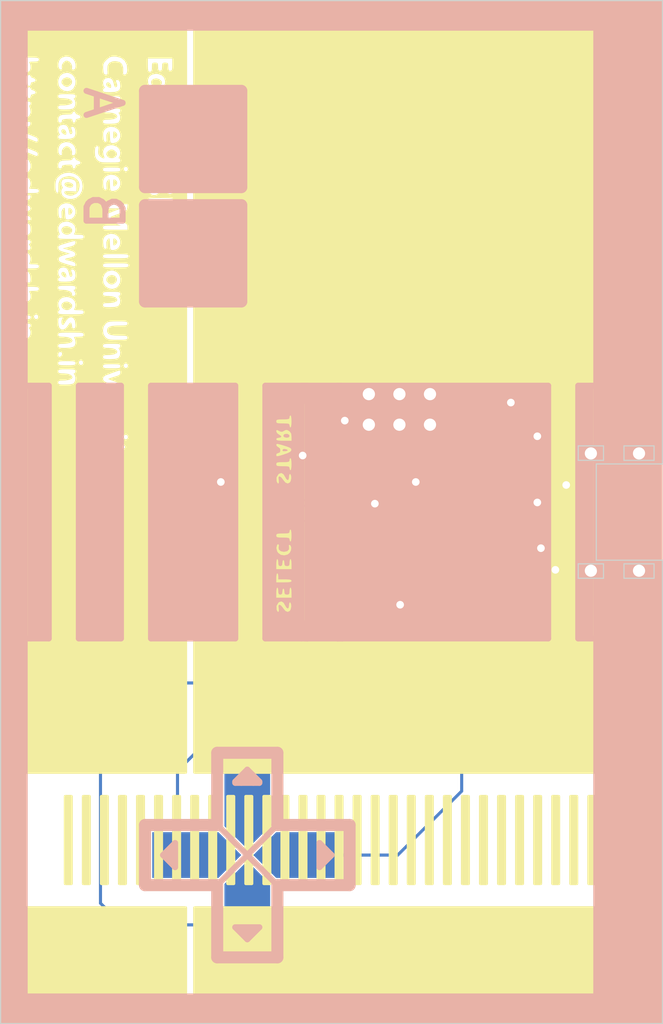
<source format=kicad_pcb>
(kicad_pcb (version 20171130) (host pcbnew "(5.1.12)-1")

  (general
    (thickness 1.6)
    (drawings 147)
    (tracks 155)
    (zones 0)
    (modules 10)
    (nets 22)
  )

  (page A3)
  (layers
    (0 F.Cu signal)
    (31 B.Cu signal)
    (32 B.Adhes user)
    (33 F.Adhes user)
    (34 B.Paste user)
    (35 F.Paste user)
    (36 B.SilkS user hide)
    (37 F.SilkS user hide)
    (38 B.Mask user)
    (39 F.Mask user)
    (40 Dwgs.User user)
    (41 Cmts.User user hide)
    (42 Eco1.User user)
    (43 Eco2.User user)
    (44 Edge.Cuts user)
  )

  (setup
    (last_trace_width 0.254)
    (user_trace_width 0.5)
    (trace_clearance 0.254)
    (zone_clearance 0)
    (zone_45_only no)
    (trace_min 0.254)
    (via_size 0.889)
    (via_drill 0.635)
    (via_min_size 0.889)
    (via_min_drill 0.508)
    (uvia_size 0.508)
    (uvia_drill 0.127)
    (uvias_allowed no)
    (uvia_min_size 0.508)
    (uvia_min_drill 0.127)
    (edge_width 0.1)
    (segment_width 0.5)
    (pcb_text_width 0.3)
    (pcb_text_size 1.5 1.5)
    (mod_edge_width 0.15)
    (mod_text_size 1 1)
    (mod_text_width 0.15)
    (pad_size 0.635 1.27)
    (pad_drill 0)
    (pad_to_mask_clearance 0)
    (aux_axis_origin 0 0)
    (visible_elements 7FFFFFFF)
    (pcbplotparams
      (layerselection 0x010f0_80000001)
      (usegerberextensions true)
      (usegerberattributes true)
      (usegerberadvancedattributes true)
      (creategerberjobfile true)
      (excludeedgelayer true)
      (linewidth 0.150000)
      (plotframeref false)
      (viasonmask false)
      (mode 1)
      (useauxorigin false)
      (hpglpennumber 1)
      (hpglpenspeed 20)
      (hpglpendiameter 15.000000)
      (psnegative false)
      (psa4output false)
      (plotreference false)
      (plotvalue false)
      (plotinvisibletext false)
      (padsonsilk false)
      (subtractmaskfromsilk false)
      (outputformat 1)
      (mirror false)
      (drillshape 0)
      (scaleselection 1)
      (outputdirectory "../../../Desktop/pcb/"))
  )

  (net 0 "")
  (net 1 +5V)
  (net 2 /MISO)
  (net 3 /MOSI)
  (net 4 /RST)
  (net 5 /SCK)
  (net 6 GND)
  (net 7 "Net-(CON1-Pad2)")
  (net 8 "Net-(CON1-Pad3)")
  (net 9 "Net-(CON1-Pad4)")
  (net 10 "Net-(IC1-Pad4)")
  (net 11 /Left)
  (net 12 "Net-(IC1-Pad8)")
  (net 13 "Net-(IC1-Pad9)")
  (net 14 /Up)
  (net 15 /Right)
  (net 16 /Down)
  (net 17 /Select)
  (net 18 "Net-(IC1-Pad17)")
  (net 19 /Start)
  (net 20 /B)
  (net 21 /A)

  (net_class Default "This is the default net class."
    (clearance 0.254)
    (trace_width 0.254)
    (via_dia 0.889)
    (via_drill 0.635)
    (uvia_dia 0.508)
    (uvia_drill 0.127)
    (add_net +5V)
    (add_net /A)
    (add_net /B)
    (add_net /Down)
    (add_net /Left)
    (add_net /MISO)
    (add_net /MOSI)
    (add_net /RST)
    (add_net /Right)
    (add_net /SCK)
    (add_net /Select)
    (add_net /Start)
    (add_net /Up)
    (add_net GND)
    (add_net "Net-(CON1-Pad2)")
    (add_net "Net-(CON1-Pad3)")
    (add_net "Net-(CON1-Pad4)")
    (add_net "Net-(IC1-Pad17)")
    (add_net "Net-(IC1-Pad4)")
    (add_net "Net-(IC1-Pad8)")
    (add_net "Net-(IC1-Pad9)")
  )

  (module card:15542661MicroUSBB (layer B.Cu) (tedit 57A7E86C) (tstamp 5741FFC7)
    (at 194.5 92.5 270)
    (path /53FFC71C)
    (fp_text reference CON1 (at 0 6.35 270) (layer B.SilkS) hide
      (effects (font (size 1 1) (thickness 0.15)) (justify mirror))
    )
    (fp_text value USB-MINI-B (at -5.08 3.81 270) (layer B.SilkS) hide
      (effects (font (size 1 1) (thickness 0.15)) (justify mirror))
    )
    (fp_line (start -3.95 0) (end 3.95 0) (layer B.SilkS) (width 0.15))
    (fp_line (start 3.95 0) (end 3.95 -5.2) (layer B.SilkS) (width 0.15))
    (fp_line (start -3.95 0) (end -3.95 -5.2) (layer B.SilkS) (width 0.15))
    (fp_line (start 3.95 -5.2) (end 6.35 -5.2) (layer B.SilkS) (width 0.15))
    (fp_line (start -3.95 -5.2) (end -6.35 -5.2) (layer B.SilkS) (width 0.15))
    (fp_line (start 4.475 1.435) (end 5.275 1.435) (layer B.SilkS) (width 0.15))
    (fp_line (start 4.475 -0.535) (end 5.275 -0.535) (layer B.SilkS) (width 0.15))
    (fp_line (start 4.475 1.435) (end 4.475 -0.535) (layer B.SilkS) (width 0.15))
    (fp_line (start 5.275 1.435) (end 5.275 -0.535) (layer B.SilkS) (width 0.15))
    (fp_line (start -5.275 1.435) (end -4.475 1.435) (layer B.SilkS) (width 0.15))
    (fp_line (start -5.275 1.435) (end -5.275 -0.535) (layer B.SilkS) (width 0.15))
    (fp_line (start -4.475 -0.535) (end -5.275 -0.535) (layer B.SilkS) (width 0.15))
    (fp_line (start -4.475 1.435) (end -4.475 -0.535) (layer B.SilkS) (width 0.15))
    (fp_line (start 5.275 -2.365) (end 4.475 -2.365) (layer B.SilkS) (width 0.15))
    (fp_line (start 4.475 -2.365) (end 4.475 -4.735) (layer B.SilkS) (width 0.15))
    (fp_line (start 4.475 -4.735) (end 5.275 -4.735) (layer B.SilkS) (width 0.15))
    (fp_line (start 5.275 -2.365) (end 5.275 -4.735) (layer B.SilkS) (width 0.15))
    (fp_line (start -4.475 -4.735) (end -4.475 -2.365) (layer B.SilkS) (width 0.15))
    (fp_line (start -4.475 -2.365) (end -5.275 -2.365) (layer B.SilkS) (width 0.15))
    (fp_line (start -5.275 -4.735) (end -5.275 -2.365) (layer B.SilkS) (width 0.15))
    (fp_line (start -4.475 -4.735) (end -5.275 -4.735) (layer B.SilkS) (width 0.15))
    (pad 9 smd rect (at 4.8735 -3.55 270) (size 1.4 2.85) (layers F.Cu B.Paste B.Mask)
      (net 6 GND))
    (pad 7 smd rect (at 4.8735 0.45 270) (size 1.4 2.6) (layers F.Cu B.Paste B.Mask)
      (net 6 GND))
    (pad 8 smd rect (at -4.8735 -3.55 270) (size 1.4 2.85) (layers F.Cu B.Paste B.Mask)
      (net 6 GND))
    (pad 6 smd rect (at -4.8735 0.45 270) (size 1.4 2.6) (layers F.Cu B.Paste B.Mask)
      (net 6 GND))
    (pad 1 smd rect (at 1.3 1 270) (size 0.4 1.6) (layers B.Cu B.Paste B.Mask)
      (net 1 +5V))
    (pad 2 smd rect (at 0.65 1 270) (size 0.4 1.6) (layers B.Cu B.Paste B.Mask)
      (net 7 "Net-(CON1-Pad2)"))
    (pad 3 smd rect (at 0 1 270) (size 0.4 1.6) (layers B.Cu B.Paste B.Mask)
      (net 8 "Net-(CON1-Pad3)"))
    (pad 4 smd rect (at -0.65 1 270) (size 0.4 1.6) (layers B.Cu B.Paste B.Mask)
      (net 9 "Net-(CON1-Pad4)"))
    (pad 5 smd rect (at -1.3 1 270) (size 0.4 1.6) (layers B.Cu B.Paste B.Mask)
      (net 6 GND))
    (pad 6 thru_hole rect (at -4.8735 0.45 270) (size 1.4 2.6) (drill 1.01) (layers *.Cu *.Mask B.SilkS)
      (net 6 GND))
    (pad 7 thru_hole rect (at 4.8735 0.45 270) (size 1.4 2.6) (drill 1.01) (layers *.Cu *.Mask B.SilkS)
      (net 6 GND))
    (pad 8 thru_hole rect (at -4.8735 -3.55 270) (size 1.4 2.85) (drill 1.01) (layers *.Cu *.Mask B.SilkS)
      (net 6 GND))
    (pad 9 thru_hole rect (at 4.8735 -3.55 270) (size 1.4 2.85) (drill 1.01) (layers *.Cu *.Mask B.SilkS)
      (net 6 GND))
  )

  (module LOGO (layer F.Cu) (tedit 0) (tstamp 540539C2)
    (at 152.75 72 270)
    (fp_text reference G*** (at 0 8.04164 270) (layer F.SilkS) hide
      (effects (font (size 1.524 1.524) (thickness 0.3048)))
    )
    (fp_text value LOGO (at 0 -8.04164 270) (layer F.SilkS) hide
      (effects (font (size 1.524 1.524) (thickness 0.3048)))
    )
    (fp_poly (pts (xy -8.56488 -5.1181) (xy -8.64616 -4.91998) (xy -8.79348 -4.78536) (xy -8.9789 -4.75234)
      (xy -9.11098 -4.80568) (xy -9.2456 -4.98348) (xy -9.27354 -5.22986) (xy -9.18972 -5.46354)
      (xy -9.017 -5.64134) (xy -8.83412 -5.64642) (xy -8.68426 -5.53974) (xy -8.56996 -5.33908)
      (xy -8.56488 -5.1181)) (layer F.SilkS) (width 0.00254))
    (fp_poly (pts (xy -11.27506 -5.06222) (xy -11.34872 -4.90474) (xy -11.48334 -4.76758) (xy -11.63828 -4.75234)
      (xy -11.72718 -4.82854) (xy -11.72718 -4.96316) (xy -11.61796 -5.0927) (xy -11.45032 -5.16128)
      (xy -11.41984 -5.16382) (xy -11.2903 -5.14604) (xy -11.27506 -5.06222)) (layer F.SilkS) (width 0.00254))
    (fp_poly (pts (xy -14.83106 -5.1181) (xy -14.91234 -4.91998) (xy -15.05712 -4.78536) (xy -15.24254 -4.75234)
      (xy -15.37716 -4.80568) (xy -15.50924 -4.98348) (xy -15.53718 -5.22986) (xy -15.4559 -5.46354)
      (xy -15.28318 -5.64134) (xy -15.1003 -5.64642) (xy -14.95044 -5.53974) (xy -14.8336 -5.33908)
      (xy -14.83106 -5.1181)) (layer F.SilkS) (width 0.00254))
    (fp_poly (pts (xy 11.21918 -1.67132) (xy 11.16838 -1.62052) (xy 10.99312 -1.60782) (xy 10.922 -1.60782)
      (xy 10.70864 -1.61544) (xy 10.6299 -1.65354) (xy 10.65022 -1.74244) (xy 10.668 -1.778)
      (xy 10.8077 -1.91262) (xy 10.922 -1.94564) (xy 11.08964 -1.8796) (xy 11.176 -1.778)
      (xy 11.21918 -1.67132)) (layer F.SilkS) (width 0.00254))
    (fp_poly (pts (xy 1.5875 -1.56972) (xy 1.58242 -1.38684) (xy 1.47828 -1.20396) (xy 1.29032 -1.04394)
      (xy 1.08712 -1.04394) (xy 0.89662 -1.2065) (xy 0.87884 -1.2319) (xy 0.8001 -1.4605)
      (xy 0.83566 -1.67132) (xy 0.95758 -1.83388) (xy 1.12776 -1.9177) (xy 1.31826 -1.8923)
      (xy 1.45542 -1.778) (xy 1.5875 -1.56972)) (layer F.SilkS) (width 0.00254))
    (fp_poly (pts (xy -1.651 -1.67132) (xy -1.7018 -1.62052) (xy -1.87706 -1.60782) (xy -1.94564 -1.60782)
      (xy -2.16154 -1.61544) (xy -2.24028 -1.65354) (xy -2.21996 -1.74244) (xy -2.19964 -1.778)
      (xy -2.06248 -1.91262) (xy -1.94564 -1.94564) (xy -1.78054 -1.8796) (xy -1.69164 -1.778)
      (xy -1.651 -1.67132)) (layer F.SilkS) (width 0.00254))
    (fp_poly (pts (xy -6.56082 -1.67132) (xy -6.61162 -1.62052) (xy -6.78688 -1.60782) (xy -6.858 -1.60782)
      (xy -7.07136 -1.61544) (xy -7.1501 -1.65354) (xy -7.12978 -1.74244) (xy -7.112 -1.778)
      (xy -6.9723 -1.91262) (xy -6.858 -1.94564) (xy -6.69036 -1.8796) (xy -6.604 -1.778)
      (xy -6.56082 -1.67132)) (layer F.SilkS) (width 0.00254))
    (fp_poly (pts (xy -10.541 -1.67132) (xy -10.5918 -1.62052) (xy -10.76706 -1.60782) (xy -10.83564 -1.60782)
      (xy -11.05154 -1.61544) (xy -11.13028 -1.65354) (xy -11.10996 -1.74244) (xy -11.08964 -1.778)
      (xy -10.95248 -1.91262) (xy -10.83564 -1.94564) (xy -10.67054 -1.8796) (xy -10.58164 -1.778)
      (xy -10.541 -1.67132)) (layer F.SilkS) (width 0.00254))
    (fp_poly (pts (xy -14.74724 -1.33604) (xy -14.81836 -1.17856) (xy -14.95298 -1.0414) (xy -15.10792 -1.0287)
      (xy -15.19936 -1.1049) (xy -15.19936 -1.23698) (xy -15.09014 -1.36652) (xy -14.9225 -1.43764)
      (xy -14.88948 -1.43764) (xy -14.75994 -1.41986) (xy -14.74724 -1.33604)) (layer F.SilkS) (width 0.00254))
    (fp_poly (pts (xy -8.90778 -1.59258) (xy -8.9154 -1.33604) (xy -9.02208 -1.14808) (xy -9.21512 -1.0287)
      (xy -9.39292 -1.07188) (xy -9.5377 -1.23698) (xy -9.63168 -1.41224) (xy -9.62152 -1.55702)
      (xy -9.55802 -1.68148) (xy -9.38784 -1.88214) (xy -9.19734 -1.92278) (xy -9.02716 -1.81864)
      (xy -8.90778 -1.59258)) (layer F.SilkS) (width 0.00254))
    (fp_poly (pts (xy 3.71094 2.33172) (xy 3.62966 2.52984) (xy 3.48488 2.66446) (xy 3.29946 2.69748)
      (xy 3.16484 2.64414) (xy 3.03276 2.46634) (xy 3.00482 2.21996) (xy 3.0861 1.98628)
      (xy 3.25882 1.81102) (xy 3.4417 1.8034) (xy 3.59156 1.91262) (xy 3.7084 2.11328)
      (xy 3.71094 2.33172)) (layer F.SilkS) (width 0.00254))
    (fp_poly (pts (xy 1.00076 2.39014) (xy 0.92964 2.54508) (xy 0.79502 2.68224) (xy 0.64008 2.69748)
      (xy 0.54864 2.62128) (xy 0.54864 2.48666) (xy 0.65786 2.35712) (xy 0.8255 2.28854)
      (xy 0.85852 2.286) (xy 0.98806 2.30632) (xy 1.00076 2.39014)) (layer F.SilkS) (width 0.00254))
    (fp_poly (pts (xy -2.5527 2.33172) (xy -2.63652 2.52984) (xy -2.7813 2.66446) (xy -2.96672 2.69748)
      (xy -3.0988 2.64414) (xy -3.23342 2.46634) (xy -3.26136 2.21996) (xy -3.18008 1.98628)
      (xy -3.00736 1.81102) (xy -2.82448 1.8034) (xy -2.67208 1.91262) (xy -2.55778 2.11328)
      (xy -2.5527 2.33172)) (layer F.SilkS) (width 0.00254))
    (fp_poly (pts (xy -4.191 2.05486) (xy -4.2418 2.10312) (xy -4.41706 2.11582) (xy -4.48564 2.11836)
      (xy -4.70154 2.11074) (xy -4.78028 2.07264) (xy -4.75996 1.9812) (xy -4.73964 1.94818)
      (xy -4.60248 1.81102) (xy -4.48564 1.778) (xy -4.32054 1.84658) (xy -4.23164 1.94818)
      (xy -4.191 2.05486)) (layer F.SilkS) (width 0.00254))
    (fp_poly (pts (xy -10.85088 2.39014) (xy -10.92454 2.54508) (xy -11.05916 2.68224) (xy -11.2141 2.69748)
      (xy -11.30554 2.62128) (xy -11.30554 2.48666) (xy -11.19632 2.35712) (xy -11.02868 2.28854)
      (xy -10.99566 2.286) (xy -10.86612 2.30632) (xy -10.85088 2.39014)) (layer F.SilkS) (width 0.00254))
    (fp_poly (pts (xy -14.83868 2.15646) (xy -14.84376 2.33934) (xy -14.9479 2.52222) (xy -15.13586 2.68224)
      (xy -15.33906 2.6797) (xy -15.52956 2.51968) (xy -15.5448 2.49428) (xy -15.62608 2.26568)
      (xy -15.58798 2.05486) (xy -15.4686 1.8923) (xy -15.29588 1.80848) (xy -15.10538 1.83388)
      (xy -14.97076 1.94564) (xy -14.83868 2.15646)) (layer F.SilkS) (width 0.00254))
    (fp_poly (pts (xy -6.45668 2.01676) (xy -6.51256 2.23012) (xy -6.6294 2.40538) (xy -6.76402 2.44856)
      (xy -6.87578 2.3495) (xy -6.8961 2.2987) (xy -6.9088 2.08788) (xy -6.84784 1.88468)
      (xy -6.73608 1.7399) (xy -6.62432 1.70942) (xy -6.48208 1.80848) (xy -6.45668 2.01676)) (layer F.SilkS) (width 0.00254))
    (fp_poly (pts (xy -0.09906 6.0579) (xy -0.18034 6.25602) (xy -0.32512 6.39064) (xy -0.51054 6.42366)
      (xy -0.64516 6.37032) (xy -0.77724 6.19252) (xy -0.80518 5.94614) (xy -0.7239 5.71246)
      (xy -0.55118 5.53466) (xy -0.3683 5.52958) (xy -0.21844 5.63626) (xy -0.1016 5.83692)
      (xy -0.09906 6.0579)) (layer F.SilkS) (width 0.00254))
    (fp_poly (pts (xy -2.80924 6.11378) (xy -2.88036 6.27126) (xy -3.01498 6.40842) (xy -3.16992 6.42366)
      (xy -3.26136 6.34746) (xy -3.26136 6.21284) (xy -3.15214 6.0833) (xy -2.9845 6.01472)
      (xy -2.95148 6.01218) (xy -2.82194 6.02996) (xy -2.80924 6.11378)) (layer F.SilkS) (width 0.00254))
    (fp_poly (pts (xy -6.3627 6.0579) (xy -6.44652 6.25602) (xy -6.5913 6.39064) (xy -6.77672 6.42366)
      (xy -6.9088 6.37032) (xy -7.04342 6.19252) (xy -7.07136 5.94614) (xy -6.99008 5.71246)
      (xy -6.81736 5.53466) (xy -6.63448 5.52958) (xy -6.48208 5.63626) (xy -6.36778 5.83692)
      (xy -6.3627 6.0579)) (layer F.SilkS) (width 0.00254))
    (fp_poly (pts (xy -8.001 5.78104) (xy -8.0518 5.8293) (xy -8.22706 5.842) (xy -8.29564 5.842)
      (xy -8.51154 5.83438) (xy -8.59028 5.79882) (xy -8.56996 5.70738) (xy -8.54964 5.67436)
      (xy -8.41248 5.5372) (xy -8.29564 5.50418) (xy -8.13054 5.57276) (xy -8.04164 5.67436)
      (xy -8.001 5.78104)) (layer F.SilkS) (width 0.00254))
    (fp_poly (pts (xy -12.55522 5.89788) (xy -12.60094 6.13156) (xy -12.6492 6.223) (xy -12.82446 6.4008)
      (xy -13.0048 6.41096) (xy -13.15974 6.30174) (xy -13.27912 6.07822) (xy -13.25626 5.82676)
      (xy -13.12926 5.63626) (xy -12.92606 5.53212) (xy -12.74572 5.5626) (xy -12.61364 5.69468)
      (xy -12.55522 5.89788)) (layer F.SilkS) (width 0.00254))
    (fp_poly (pts (xy 17.526 7.28218) (xy 17.10436 7.28218) (xy 17.10436 -2.1717) (xy 17.03324 -2.19202)
      (xy 16.91894 -2.1844) (xy 16.79702 -2.12852) (xy 16.69034 -1.97358) (xy 16.57858 -1.68656)
      (xy 16.56588 -1.651) (xy 16.3957 -1.143) (xy 16.22552 -1.67132) (xy 16.12392 -1.96088)
      (xy 16.03756 -2.12344) (xy 15.94104 -2.18948) (xy 15.8496 -2.19964) (xy 15.70482 -2.17424)
      (xy 15.69212 -2.07518) (xy 15.69974 -2.05232) (xy 15.75816 -1.90246) (xy 15.85468 -1.64846)
      (xy 15.97152 -1.34366) (xy 15.9766 -1.3335) (xy 16.09344 -1.01346) (xy 16.1417 -0.79756)
      (xy 16.13662 -0.64262) (xy 16.1036 -0.54864) (xy 15.9893 -0.3937) (xy 15.87754 -0.33782)
      (xy 15.76324 -0.27178) (xy 15.748 -0.21082) (xy 15.81404 -0.11176) (xy 15.96644 -0.0889)
      (xy 16.15186 -0.1397) (xy 16.28648 -0.2413) (xy 16.36014 -0.36068) (xy 16.47444 -0.5969)
      (xy 16.61414 -0.90932) (xy 16.76146 -1.25476) (xy 16.90116 -1.59512) (xy 17.01546 -1.88976)
      (xy 17.08658 -2.09804) (xy 17.10436 -2.1717) (xy 17.10436 7.28218) (xy 15.58036 7.28218)
      (xy 15.58036 -0.92202) (xy 15.5194 -1.05156) (xy 15.4305 -1.06934) (xy 15.3416 -1.0922)
      (xy 15.28826 -1.2065) (xy 15.26032 -1.4478) (xy 15.25778 -1.50114) (xy 15.25016 -1.76276)
      (xy 15.27302 -1.89484) (xy 15.3416 -1.9431) (xy 15.4051 -1.94564) (xy 15.54734 -1.99898)
      (xy 15.58036 -2.07264) (xy 15.50924 -2.17678) (xy 15.41018 -2.19964) (xy 15.2781 -2.2479)
      (xy 15.24 -2.41808) (xy 15.19174 -2.57556) (xy 15.08506 -2.61366) (xy 14.9733 -2.53746)
      (xy 14.91742 -2.39014) (xy 14.84884 -2.24282) (xy 14.7701 -2.19964) (xy 14.66088 -2.1336)
      (xy 14.64818 -2.07264) (xy 14.71676 -1.96088) (xy 14.77518 -1.94564) (xy 14.84884 -1.90754)
      (xy 14.88948 -1.7653) (xy 14.90218 -1.49098) (xy 14.90218 -1.45542) (xy 14.9225 -1.1049)
      (xy 15.00124 -0.889) (xy 15.1511 -0.78486) (xy 15.3416 -0.762) (xy 15.52194 -0.79502)
      (xy 15.57782 -0.90932) (xy 15.58036 -0.92202) (xy 15.58036 7.28218) (xy 14.478 7.28218)
      (xy 14.478 -1.23952) (xy 14.478 -1.48082) (xy 14.47546 -1.83134) (xy 14.46022 -2.0447)
      (xy 14.46022 -2.63652) (xy 14.42212 -2.77368) (xy 14.2875 -2.83464) (xy 14.14018 -2.794)
      (xy 14.0716 -2.67716) (xy 14.11224 -2.54508) (xy 14.22908 -2.46888) (xy 14.2875 -2.47142)
      (xy 14.4272 -2.56286) (xy 14.46022 -2.63652) (xy 14.46022 -2.0447) (xy 14.4272 -2.15646)
      (xy 14.36624 -2.1971) (xy 14.31036 -2.19964) (xy 14.22654 -2.18694) (xy 14.17574 -2.12598)
      (xy 14.15034 -1.9812) (xy 14.14018 -1.72212) (xy 14.14018 -1.48082) (xy 14.14272 -1.1303)
      (xy 14.15796 -0.91694) (xy 14.19098 -0.80772) (xy 14.25194 -0.76708) (xy 14.31036 -0.762)
      (xy 14.39164 -0.7747) (xy 14.44244 -0.8382) (xy 14.46784 -0.98044) (xy 14.478 -1.23952)
      (xy 14.478 7.28218) (xy 13.79982 7.28218) (xy 13.79982 -1.19888) (xy 13.6779 -1.4097)
      (xy 13.43406 -1.60274) (xy 13.35278 -1.64846) (xy 13.22324 -1.75514) (xy 13.2461 -1.84912)
      (xy 13.4112 -1.89992) (xy 13.48486 -1.905) (xy 13.6652 -1.93802) (xy 13.716 -2.05232)
      (xy 13.67282 -2.15646) (xy 13.52042 -2.1971) (xy 13.41374 -2.19964) (xy 13.06322 -2.15138)
      (xy 12.84732 -2.02184) (xy 12.77366 -1.83642) (xy 12.84478 -1.6256) (xy 13.0683 -1.41224)
      (xy 13.23848 -1.31318) (xy 13.37818 -1.21158) (xy 13.42136 -1.14046) (xy 13.35024 -1.06172)
      (xy 13.18768 -1.03124) (xy 13.00734 -1.0541) (xy 12.90828 -1.1049) (xy 12.81176 -1.1557)
      (xy 12.78636 -1.05918) (xy 12.78636 -1.03886) (xy 12.81176 -0.87376) (xy 12.84224 -0.81788)
      (xy 12.97686 -0.77216) (xy 13.20292 -0.76454) (xy 13.4493 -0.78994) (xy 13.63726 -0.84836)
      (xy 13.78966 -1.0033) (xy 13.79982 -1.19888) (xy 13.79982 7.28218) (xy 12.7 7.28218)
      (xy 12.7 -2.03454) (xy 12.63904 -2.16662) (xy 12.49172 -2.19964) (xy 12.32408 -2.12598)
      (xy 12.2936 -2.09804) (xy 12.20978 -2.03962) (xy 12.192 -2.09804) (xy 12.12088 -2.18186)
      (xy 12.02436 -2.19964) (xy 11.94054 -2.18694) (xy 11.88974 -2.12598) (xy 11.86434 -1.9812)
      (xy 11.85418 -1.72212) (xy 11.85418 -1.48082) (xy 11.85672 -1.1303) (xy 11.87196 -0.91694)
      (xy 11.90498 -0.80772) (xy 11.96594 -0.76708) (xy 12.02436 -0.762) (xy 12.12596 -0.78486)
      (xy 12.17676 -0.88392) (xy 12.192 -1.09982) (xy 12.192 -1.16586) (xy 12.22502 -1.47828)
      (xy 12.31392 -1.73228) (xy 12.44092 -1.88976) (xy 12.58062 -1.91262) (xy 12.58316 -1.91262)
      (xy 12.67968 -1.93548) (xy 12.7 -2.03454) (xy 12.7 7.28218) (xy 11.60018 7.28218)
      (xy 11.60018 -1.56972) (xy 11.60018 -1.6129) (xy 11.52906 -1.8923) (xy 11.34364 -2.09042)
      (xy 11.08964 -2.19456) (xy 10.80262 -2.18694) (xy 10.5283 -2.0574) (xy 10.4521 -1.9939)
      (xy 10.28192 -1.7145) (xy 10.24382 -1.38938) (xy 10.34034 -1.0795) (xy 10.43178 -0.9525)
      (xy 10.5791 -0.83058) (xy 10.7569 -0.77724) (xy 11.03122 -0.77724) (xy 11.04646 -0.77978)
      (xy 11.32078 -0.8128) (xy 11.46302 -0.8763) (xy 11.49858 -0.94488) (xy 11.48842 -1.03378)
      (xy 11.38682 -1.05918) (xy 11.19632 -1.0414) (xy 10.93216 -1.03632) (xy 10.74928 -1.1176)
      (xy 10.71118 -1.1557) (xy 10.63244 -1.24206) (xy 10.63752 -1.29032) (xy 10.75182 -1.31572)
      (xy 11.00074 -1.3335) (xy 11.07694 -1.33604) (xy 11.36142 -1.35382) (xy 11.5189 -1.3843)
      (xy 11.58494 -1.45034) (xy 11.60018 -1.56972) (xy 11.60018 7.28218) (xy 10.13714 7.28218)
      (xy 10.13714 -2.11836) (xy 10.1346 -2.18694) (xy 10.09142 -2.20218) (xy 10.01268 -2.18948)
      (xy 9.98982 -2.18694) (xy 9.85774 -2.12852) (xy 9.74852 -1.97612) (xy 9.6393 -1.69926)
      (xy 9.54786 -1.44526) (xy 9.47674 -1.26238) (xy 9.44372 -1.20396) (xy 9.40308 -1.2573)
      (xy 9.33704 -1.4351) (xy 9.26084 -1.68148) (xy 9.17194 -1.9685) (xy 9.0932 -2.12598)
      (xy 9.00176 -2.19202) (xy 8.91794 -2.19964) (xy 8.8011 -2.19964) (xy 8.74522 -2.1717)
      (xy 8.74522 -2.0828) (xy 8.80364 -1.89738) (xy 8.9027 -1.63322) (xy 9.01192 -1.33604)
      (xy 9.10844 -1.0795) (xy 9.15416 -0.9525) (xy 9.29132 -0.78994) (xy 9.42594 -0.762)
      (xy 9.54024 -0.78486) (xy 9.6393 -0.87884) (xy 9.7409 -1.07442) (xy 9.84758 -1.3335)
      (xy 9.99744 -1.71958) (xy 10.09142 -1.97104) (xy 10.13714 -2.11836) (xy 10.13714 7.28218)
      (xy 9.906 7.28218) (xy 9.906 2.41554) (xy 9.906 2.37744) (xy 9.89076 2.00406)
      (xy 9.83996 1.76784) (xy 9.77392 1.65862) (xy 9.5758 1.55194) (xy 9.32688 1.53162)
      (xy 9.11606 1.59512) (xy 9.07796 1.6256) (xy 8.9916 1.68402) (xy 8.97636 1.6256)
      (xy 8.90524 1.54432) (xy 8.80618 1.524) (xy 8.72236 1.5367) (xy 8.6741 1.6002)
      (xy 8.64616 1.74498) (xy 8.63854 2.00406) (xy 8.636 2.24536) (xy 8.63854 2.59334)
      (xy 8.65378 2.8067) (xy 8.68934 2.91846) (xy 8.7503 2.9591) (xy 8.80618 2.96418)
      (xy 8.90524 2.94386) (xy 8.95604 2.85496) (xy 8.97382 2.65938) (xy 8.97636 2.50444)
      (xy 9.01192 2.1463) (xy 9.11352 1.89738) (xy 9.271 1.78308) (xy 9.31672 1.778)
      (xy 9.43102 1.85674) (xy 9.51738 2.0701) (xy 9.5631 2.38252) (xy 9.56818 2.53492)
      (xy 9.5758 2.79146) (xy 9.6139 2.91846) (xy 9.69518 2.96164) (xy 9.73836 2.96418)
      (xy 9.82726 2.9464) (xy 9.87806 2.87528) (xy 9.90092 2.71018) (xy 9.906 2.41554)
      (xy 9.906 7.28218) (xy 8.55218 7.28218) (xy 8.55218 -1.48082) (xy 8.54964 -1.83134)
      (xy 8.5344 -2.0447) (xy 8.5344 -2.63652) (xy 8.4963 -2.77368) (xy 8.36168 -2.83464)
      (xy 8.21436 -2.794) (xy 8.14324 -2.67716) (xy 8.18388 -2.54508) (xy 8.30326 -2.46888)
      (xy 8.35914 -2.47142) (xy 8.50138 -2.56286) (xy 8.5344 -2.63652) (xy 8.5344 -2.0447)
      (xy 8.49884 -2.15646) (xy 8.43788 -2.1971) (xy 8.382 -2.19964) (xy 8.30072 -2.18694)
      (xy 8.24992 -2.12598) (xy 8.22452 -1.9812) (xy 8.21436 -1.72212) (xy 8.21436 -1.48082)
      (xy 8.2169 -1.1303) (xy 8.23214 -0.91694) (xy 8.26516 -0.80772) (xy 8.32612 -0.76708)
      (xy 8.382 -0.762) (xy 8.46582 -0.7747) (xy 8.51408 -0.8382) (xy 8.54202 -0.98044)
      (xy 8.54964 -1.23952) (xy 8.55218 -1.48082) (xy 8.55218 7.28218) (xy 8.29818 7.28218)
      (xy 8.29818 2.24536) (xy 8.29564 1.89484) (xy 8.2804 1.68148) (xy 8.2804 1.08966)
      (xy 8.2423 0.94996) (xy 8.10768 0.89154) (xy 7.96036 0.93218) (xy 7.88924 1.04902)
      (xy 7.92988 1.1811) (xy 8.04926 1.25476) (xy 8.10514 1.25476) (xy 8.24738 1.16332)
      (xy 8.2804 1.08966) (xy 8.2804 1.68148) (xy 8.24484 1.56972) (xy 8.18388 1.52908)
      (xy 8.128 1.524) (xy 8.04672 1.5367) (xy 7.99592 1.6002) (xy 7.97052 1.74498)
      (xy 7.96036 2.00406) (xy 7.96036 2.24536) (xy 7.9629 2.59334) (xy 7.97814 2.8067)
      (xy 8.01116 2.91846) (xy 8.07212 2.9591) (xy 8.128 2.96418) (xy 8.21182 2.95148)
      (xy 8.26008 2.88798) (xy 8.28802 2.7432) (xy 8.29564 2.48412) (xy 8.29818 2.24536)
      (xy 8.29818 7.28218) (xy 7.79018 7.28218) (xy 7.79018 -1.31064) (xy 7.79018 -1.34874)
      (xy 7.77494 -1.72212) (xy 7.72414 -1.95834) (xy 7.65556 -2.06756) (xy 7.45744 -2.1717)
      (xy 7.21106 -2.19456) (xy 6.9977 -2.13106) (xy 6.9596 -2.09804) (xy 6.87578 -2.03962)
      (xy 6.858 -2.09804) (xy 6.78688 -2.18186) (xy 6.69036 -2.19964) (xy 6.60654 -2.18694)
      (xy 6.55574 -2.12598) (xy 6.53034 -1.9812) (xy 6.52018 -1.72212) (xy 6.52018 -1.48082)
      (xy 6.52272 -1.1303) (xy 6.53796 -0.91694) (xy 6.57098 -0.80772) (xy 6.63194 -0.76708)
      (xy 6.69036 -0.762) (xy 6.78688 -0.78232) (xy 6.83768 -0.87122) (xy 6.858 -1.0668)
      (xy 6.858 -1.22174) (xy 6.8961 -1.57988) (xy 6.9977 -1.8288) (xy 7.15518 -1.9431)
      (xy 7.2009 -1.94564) (xy 7.3152 -1.86944) (xy 7.40156 -1.65608) (xy 7.44728 -1.34112)
      (xy 7.45236 -1.19126) (xy 7.45998 -0.93472) (xy 7.49554 -0.80518) (xy 7.57936 -0.76454)
      (xy 7.62 -0.762) (xy 7.7089 -0.77724) (xy 7.7597 -0.8509) (xy 7.7851 -1.016)
      (xy 7.79018 -1.31064) (xy 7.79018 7.28218) (xy 7.6073 7.28218) (xy 7.6073 2.82448)
      (xy 7.60476 2.81686) (xy 7.50824 2.68732) (xy 7.38632 2.6416) (xy 7.239 2.65684)
      (xy 7.19836 2.78892) (xy 7.24154 2.92354) (xy 7.4041 2.96418) (xy 7.41426 2.96418)
      (xy 7.57682 2.9337) (xy 7.6073 2.82448) (xy 7.6073 7.28218) (xy 6.858 7.28218)
      (xy 6.858 2.40792) (xy 6.84276 2.00152) (xy 6.78434 1.73482) (xy 6.67004 1.5875)
      (xy 6.4897 1.52908) (xy 6.40588 1.524) (xy 6.18236 1.55448) (xy 6.18236 -1.98628)
      (xy 6.17982 -2.35966) (xy 6.16712 -2.59842) (xy 6.13918 -2.72796) (xy 6.08838 -2.7813)
      (xy 6.01218 -2.794) (xy 5.92582 -2.77876) (xy 5.87502 -2.71018) (xy 5.84962 -2.5527)
      (xy 5.842 -2.27076) (xy 5.842 -2.16408) (xy 5.8293 -1.70688) (xy 5.78104 -1.39446)
      (xy 5.69214 -1.2065) (xy 5.5499 -1.11506) (xy 5.42036 -1.09982) (xy 5.23748 -1.13538)
      (xy 5.11302 -1.25222) (xy 5.03682 -1.47828) (xy 5.00126 -1.83388) (xy 4.99618 -2.16408)
      (xy 4.9911 -2.48666) (xy 4.97332 -2.67716) (xy 4.93014 -2.76606) (xy 4.85394 -2.79146)
      (xy 4.826 -2.794) (xy 4.74726 -2.7813) (xy 4.699 -2.72542) (xy 4.67106 -2.5908)
      (xy 4.65836 -2.3495) (xy 4.65836 -1.98628) (xy 4.6609 -1.60274) (xy 4.67614 -1.34874)
      (xy 4.71424 -1.18364) (xy 4.77774 -1.06426) (xy 4.8641 -0.97028) (xy 5.09524 -0.8128)
      (xy 5.39242 -0.762) (xy 5.42036 -0.762) (xy 5.72516 -0.80518) (xy 5.9563 -0.9525)
      (xy 5.97408 -0.97028) (xy 6.0706 -1.0795) (xy 6.13156 -1.20396) (xy 6.16458 -1.37922)
      (xy 6.17982 -1.64846) (xy 6.18236 -1.98628) (xy 6.18236 1.55448) (xy 6.02996 1.6256)
      (xy 5.969 1.651) (xy 5.93598 1.55448) (xy 5.92836 1.31318) (xy 5.92836 1.28778)
      (xy 5.9182 1.02616) (xy 5.88264 0.89408) (xy 5.80644 0.8509) (xy 5.75818 0.84836)
      (xy 5.68706 0.85598) (xy 5.6388 0.90424) (xy 5.61086 1.016) (xy 5.59562 1.22174)
      (xy 5.59054 1.54686) (xy 5.588 1.905) (xy 5.59054 2.34442) (xy 5.59816 2.6416)
      (xy 5.61594 2.82448) (xy 5.64896 2.921) (xy 5.69976 2.9591) (xy 5.75818 2.96418)
      (xy 5.85724 2.94386) (xy 5.90804 2.85496) (xy 5.92582 2.65938) (xy 5.92836 2.50444)
      (xy 5.96392 2.1463) (xy 6.06552 1.89738) (xy 6.223 1.78308) (xy 6.26872 1.778)
      (xy 6.38302 1.85674) (xy 6.46938 2.0701) (xy 6.5151 2.38252) (xy 6.52018 2.53492)
      (xy 6.5278 2.79146) (xy 6.5659 2.91846) (xy 6.64718 2.96164) (xy 6.69036 2.96418)
      (xy 6.77926 2.9464) (xy 6.8326 2.8702) (xy 6.85292 2.70002) (xy 6.858 2.40792)
      (xy 6.858 7.28218) (xy 6.096 7.28218) (xy 6.096 6.13918) (xy 6.096 6.10362)
      (xy 6.08076 5.7277) (xy 6.02996 5.49148) (xy 5.96392 5.38226) (xy 5.7658 5.27812)
      (xy 5.51688 5.25526) (xy 5.33146 5.31114) (xy 5.33146 2.5273) (xy 5.20954 2.31648)
      (xy 4.96824 2.12344) (xy 4.88696 2.07772) (xy 4.75488 1.97104) (xy 4.78028 1.87706)
      (xy 4.94284 1.82372) (xy 5.0165 1.82118) (xy 5.19684 1.78562) (xy 5.25018 1.67386)
      (xy 5.207 1.56972) (xy 5.0546 1.52654) (xy 4.94792 1.524) (xy 4.59486 1.5748)
      (xy 4.37896 1.70434) (xy 4.3053 1.88722) (xy 4.37896 2.10058) (xy 4.60248 2.31394)
      (xy 4.77266 2.413) (xy 4.91236 2.51206) (xy 4.953 2.58572) (xy 4.88442 2.66446)
      (xy 4.72186 2.69494) (xy 4.54152 2.67208) (xy 4.43992 2.62128) (xy 4.34594 2.57048)
      (xy 4.318 2.667) (xy 4.318 2.68478) (xy 4.3434 2.84988) (xy 4.37388 2.9083)
      (xy 4.51104 2.95402) (xy 4.7371 2.96164) (xy 4.98094 2.9337) (xy 5.17144 2.87528)
      (xy 5.32384 2.72288) (xy 5.33146 2.5273) (xy 5.33146 5.31114) (xy 5.30606 5.3213)
      (xy 5.26796 5.35178) (xy 5.1816 5.4102) (xy 5.16636 5.35178) (xy 5.09524 5.26796)
      (xy 4.99618 5.25018) (xy 4.91236 5.26288) (xy 4.8641 5.32638) (xy 4.83616 5.46862)
      (xy 4.82854 5.7277) (xy 4.826 5.969) (xy 4.82854 6.31952) (xy 4.84378 6.53288)
      (xy 4.87934 6.64464) (xy 4.9403 6.68528) (xy 4.99618 6.69036) (xy 5.09524 6.6675)
      (xy 5.14604 6.58114) (xy 5.16382 6.38302) (xy 5.16636 6.23062) (xy 5.20192 5.87248)
      (xy 5.30352 5.62356) (xy 5.461 5.50926) (xy 5.50672 5.50418) (xy 5.62102 5.58292)
      (xy 5.70738 5.79628) (xy 5.7531 6.1087) (xy 5.75818 6.2611) (xy 5.7658 6.5151)
      (xy 5.8039 6.64464) (xy 5.88518 6.68782) (xy 5.92836 6.69036) (xy 6.01726 6.67258)
      (xy 6.06806 6.60146) (xy 6.09092 6.43382) (xy 6.096 6.13918) (xy 6.096 7.28218)
      (xy 4.48818 7.28218) (xy 4.48818 5.969) (xy 4.48564 5.61848) (xy 4.4704 5.40512)
      (xy 4.4704 4.81584) (xy 4.4323 4.67614) (xy 4.29768 4.61772) (xy 4.15036 4.65582)
      (xy 4.07924 4.77266) (xy 4.11988 4.90474) (xy 4.23926 4.98094) (xy 4.29514 4.98094)
      (xy 4.43738 4.88696) (xy 4.4704 4.81584) (xy 4.4704 5.40512) (xy 4.43484 5.2959)
      (xy 4.37388 5.25526) (xy 4.318 5.25018) (xy 4.23672 5.26288) (xy 4.18592 5.32638)
      (xy 4.16052 5.46862) (xy 4.15036 5.7277) (xy 4.15036 5.969) (xy 4.1529 6.31952)
      (xy 4.16814 6.53288) (xy 4.20116 6.64464) (xy 4.26212 6.68528) (xy 4.318 6.69036)
      (xy 4.40182 6.67512) (xy 4.45008 6.61416) (xy 4.47802 6.46938) (xy 4.48564 6.2103)
      (xy 4.48818 5.969) (xy 4.48818 7.28218) (xy 4.064 7.28218) (xy 4.064 2.26314)
      (xy 4.064 1.905) (xy 4.064 1.46558) (xy 4.05638 1.1684) (xy 4.0386 0.98552)
      (xy 4.00558 0.889) (xy 3.95224 0.85344) (xy 3.89636 0.84836) (xy 3.79476 0.86868)
      (xy 3.74396 0.96012) (xy 3.72618 1.16332) (xy 3.72618 1.28778) (xy 3.71856 1.53924)
      (xy 3.68808 1.64846) (xy 3.62966 1.63322) (xy 3.62458 1.6256) (xy 3.47218 1.55448)
      (xy 3.47218 -1.31064) (xy 3.47218 -1.34874) (xy 3.45694 -1.72212) (xy 3.40614 -1.95834)
      (xy 3.33756 -2.06756) (xy 3.13944 -2.1717) (xy 2.89306 -2.19456) (xy 2.6797 -2.13106)
      (xy 2.6416 -2.09804) (xy 2.55778 -2.03962) (xy 2.54 -2.09804) (xy 2.46888 -2.18186)
      (xy 2.37236 -2.19964) (xy 2.28854 -2.18694) (xy 2.23774 -2.12598) (xy 2.21234 -1.9812)
      (xy 2.20218 -1.72212) (xy 2.20218 -1.48082) (xy 2.20472 -1.1303) (xy 2.21996 -0.91694)
      (xy 2.25298 -0.80772) (xy 2.31394 -0.76708) (xy 2.37236 -0.762) (xy 2.46888 -0.78232)
      (xy 2.51968 -0.87122) (xy 2.54 -1.0668) (xy 2.54 -1.22174) (xy 2.5781 -1.57988)
      (xy 2.6797 -1.8288) (xy 2.83718 -1.9431) (xy 2.8829 -1.94564) (xy 2.9972 -1.86944)
      (xy 3.08356 -1.65608) (xy 3.12928 -1.34112) (xy 3.13436 -1.19126) (xy 3.14198 -0.93472)
      (xy 3.17754 -0.80518) (xy 3.26136 -0.76454) (xy 3.302 -0.762) (xy 3.3909 -0.77724)
      (xy 3.4417 -0.8509) (xy 3.4671 -1.016) (xy 3.47218 -1.31064) (xy 3.47218 1.55448)
      (xy 3.2512 1.524) (xy 3.24866 1.524) (xy 2.96672 1.6002) (xy 2.75336 1.80848)
      (xy 2.63906 2.12344) (xy 2.62636 2.2987) (xy 2.6924 2.62636) (xy 2.87274 2.85496)
      (xy 3.13436 2.96418) (xy 3.4417 2.92862) (xy 3.56108 2.87528) (xy 3.6957 2.8321)
      (xy 3.72618 2.87528) (xy 3.7973 2.9464) (xy 3.89636 2.96418) (xy 3.96494 2.95402)
      (xy 4.0132 2.90576) (xy 4.04114 2.794) (xy 4.05638 2.58826) (xy 4.064 2.26314)
      (xy 4.064 7.28218) (xy 3.7973 7.28218) (xy 3.7973 6.55066) (xy 3.79476 6.5405)
      (xy 3.69824 6.4135) (xy 3.57632 6.36524) (xy 3.429 6.38302) (xy 3.38836 6.51256)
      (xy 3.38836 6.5151) (xy 3.43154 6.64972) (xy 3.5941 6.68782) (xy 3.60426 6.69036)
      (xy 3.76682 6.65734) (xy 3.7973 6.55066) (xy 3.7973 7.28218) (xy 3.048 7.28218)
      (xy 3.048 6.1341) (xy 3.03276 5.72516) (xy 2.97434 5.461) (xy 2.86004 5.31114)
      (xy 2.6797 5.25272) (xy 2.59588 5.25018) (xy 2.54 5.25526) (xy 2.54 1.69164)
      (xy 2.47904 1.55956) (xy 2.33172 1.52654) (xy 2.16408 1.6002) (xy 2.1336 1.6256)
      (xy 2.04978 1.68402) (xy 2.032 1.6256) (xy 1.96088 1.54432) (xy 1.95834 1.54178)
      (xy 1.95834 -1.5494) (xy 1.87706 -1.8415) (xy 1.72466 -2.02438) (xy 1.41478 -2.18186)
      (xy 1.0922 -2.20472) (xy 0.79756 -2.1082) (xy 0.56642 -1.91262) (xy 0.43942 -1.62814)
      (xy 0.42418 -1.48082) (xy 0.49784 -1.14554) (xy 0.70104 -0.90424) (xy 1.01346 -0.77724)
      (xy 1.18618 -0.762) (xy 1.49098 -0.80518) (xy 1.72212 -0.9525) (xy 1.7399 -0.97028)
      (xy 1.91262 -1.24206) (xy 1.95834 -1.5494) (xy 1.95834 1.54178) (xy 1.86436 1.524)
      (xy 1.78054 1.5367) (xy 1.72974 1.6002) (xy 1.70434 1.74498) (xy 1.69418 2.00406)
      (xy 1.69418 2.24536) (xy 1.69672 2.59334) (xy 1.71196 2.8067) (xy 1.74498 2.91846)
      (xy 1.80594 2.9591) (xy 1.86436 2.96418) (xy 1.96596 2.94132) (xy 2.01676 2.84226)
      (xy 2.032 2.62636) (xy 2.032 2.56032) (xy 2.06502 2.24536) (xy 2.15392 1.9939)
      (xy 2.28092 1.83642) (xy 2.42062 1.81102) (xy 2.42316 1.81356) (xy 2.51968 1.7907)
      (xy 2.54 1.69164) (xy 2.54 5.25526) (xy 2.37236 5.27812) (xy 2.21996 5.34924)
      (xy 2.21996 5.35178) (xy 2.159 5.37464) (xy 2.12598 5.28066) (xy 2.11836 5.03936)
      (xy 2.11836 5.01142) (xy 2.1082 4.75234) (xy 2.07264 4.62026) (xy 1.99644 4.57454)
      (xy 1.94818 4.572) (xy 1.87706 4.58216) (xy 1.8288 4.63042) (xy 1.80086 4.74218)
      (xy 1.78562 4.94792) (xy 1.78054 5.27304) (xy 1.778 5.63118) (xy 1.78054 6.0706)
      (xy 1.78816 6.36778) (xy 1.80594 6.55066) (xy 1.83896 6.64718) (xy 1.88976 6.68274)
      (xy 1.94818 6.69036) (xy 2.04724 6.6675) (xy 2.09804 6.58114) (xy 2.11582 6.38302)
      (xy 2.11836 6.23062) (xy 2.15392 5.87248) (xy 2.25552 5.62356) (xy 2.413 5.50926)
      (xy 2.45872 5.50418) (xy 2.57302 5.58292) (xy 2.65938 5.79628) (xy 2.7051 6.1087)
      (xy 2.71018 6.2611) (xy 2.7178 6.5151) (xy 2.7559 6.64464) (xy 2.83718 6.68782)
      (xy 2.88036 6.69036) (xy 2.96926 6.67258) (xy 3.0226 6.59638) (xy 3.04292 6.42366)
      (xy 3.048 6.1341) (xy 3.048 7.28218) (xy 2.11836 7.28218) (xy 1.52146 7.28218)
      (xy 1.52146 6.25348) (xy 1.39954 6.04266) (xy 1.15824 5.84708) (xy 1.07696 5.8039)
      (xy 0.94488 5.69468) (xy 0.97028 5.6007) (xy 1.13284 5.5499) (xy 1.2065 5.54736)
      (xy 1.38684 5.5118) (xy 1.44018 5.3975) (xy 1.397 5.29336) (xy 1.35636 5.28066)
      (xy 1.35636 2.37744) (xy 1.3335 1.97612) (xy 1.2573 1.71704) (xy 1.11506 1.5748)
      (xy 0.889 1.524) (xy 0.84836 1.524) (xy 0.53594 1.55956) (xy 0.37084 1.6637)
      (xy 0.34036 1.78054) (xy 0.35814 1.87706) (xy 0.44704 1.88468) (xy 0.5969 1.83642)
      (xy 0.78994 1.78054) (xy 0.89408 1.8161) (xy 0.93218 1.86436) (xy 0.94996 1.9558)
      (xy 0.84582 2.0193) (xy 0.70358 2.05486) (xy 0.3937 2.15138) (xy 0.22606 2.29108)
      (xy 0.17018 2.5019) (xy 0.17018 -1.81864) (xy 0.16764 -2.25806) (xy 0.16002 -2.55778)
      (xy 0.14224 -2.74066) (xy 0.10922 -2.83464) (xy 0.05842 -2.87274) (xy 0 -2.87782)
      (xy -0.07112 -2.86766) (xy -0.11684 -2.82194) (xy -0.14732 -2.71018) (xy -0.16256 -2.50444)
      (xy -0.16764 -2.17932) (xy -0.16764 -1.81864) (xy -0.16764 -1.38176) (xy -0.16002 -1.08204)
      (xy -0.14224 -0.89916) (xy -0.10922 -0.80518) (xy -0.05588 -0.76708) (xy 0 -0.762)
      (xy 0.07112 -0.77216) (xy 0.11938 -0.81788) (xy 0.14732 -0.92964) (xy 0.16256 -1.13538)
      (xy 0.16764 -1.4605) (xy 0.17018 -1.81864) (xy 0.17018 2.5019) (xy 0.17018 2.53492)
      (xy 0.2286 2.79654) (xy 0.40894 2.93624) (xy 0.59436 2.96418) (xy 0.8001 2.92608)
      (xy 0.9144 2.86258) (xy 0.99822 2.80416) (xy 1.016 2.86258) (xy 1.08712 2.94386)
      (xy 1.18618 2.96418) (xy 1.27508 2.9464) (xy 1.32588 2.87528) (xy 1.34874 2.71018)
      (xy 1.35382 2.41554) (xy 1.35636 2.37744) (xy 1.35636 5.28066) (xy 1.2446 5.25272)
      (xy 1.13792 5.25018) (xy 0.78486 5.29844) (xy 0.56896 5.42798) (xy 0.4953 5.6134)
      (xy 0.56896 5.82676) (xy 0.79248 6.04012) (xy 0.96266 6.13918) (xy 1.10236 6.23824)
      (xy 1.143 6.30936) (xy 1.07442 6.3881) (xy 0.91186 6.42112) (xy 0.73152 6.39826)
      (xy 0.62992 6.34746) (xy 0.53594 6.29666) (xy 0.508 6.39064) (xy 0.508 6.41096)
      (xy 0.5334 6.57606) (xy 0.56388 6.63194) (xy 0.70104 6.67766) (xy 0.9271 6.68528)
      (xy 1.17094 6.65988) (xy 1.36144 6.60146) (xy 1.51384 6.44906) (xy 1.52146 6.25348)
      (xy 1.52146 7.28218) (xy 0.254 7.28218) (xy 0.254 5.98932) (xy 0.254 5.63118)
      (xy 0.254 5.19176) (xy 0.24638 4.89458) (xy 0.2286 4.7117) (xy 0.19558 4.61518)
      (xy 0.14224 4.57708) (xy 0.08636 4.572) (xy 0.06858 4.57454) (xy 0.06858 1.5875)
      (xy 0.03556 1.5367) (xy -0.04064 1.524) (xy -0.08128 1.524) (xy -0.2159 1.58242)
      (xy -0.31496 1.778) (xy -0.33274 1.8415) (xy -0.39116 2.07518) (xy -0.42164 2.24536)
      (xy -0.42164 2.26568) (xy -0.47752 2.36474) (xy -0.508 2.37236) (xy -0.58674 2.30378)
      (xy -0.59182 2.26568) (xy -0.59182 -1.81864) (xy -0.59436 -2.25806) (xy -0.60198 -2.55778)
      (xy -0.61976 -2.74066) (xy -0.65278 -2.83464) (xy -0.70358 -2.87274) (xy -0.762 -2.87782)
      (xy -0.83312 -2.86766) (xy -0.87884 -2.82194) (xy -0.90932 -2.71018) (xy -0.92456 -2.50444)
      (xy -0.92964 -2.17932) (xy -0.92964 -1.81864) (xy -0.92964 -1.38176) (xy -0.92202 -1.08204)
      (xy -0.90424 -0.89916) (xy -0.87122 -0.80518) (xy -0.81788 -0.76708) (xy -0.762 -0.762)
      (xy -0.69088 -0.77216) (xy -0.64262 -0.81788) (xy -0.61468 -0.92964) (xy -0.59944 -1.13538)
      (xy -0.59436 -1.4605) (xy -0.59182 -1.81864) (xy -0.59182 2.26568) (xy -0.61468 2.11836)
      (xy -0.66802 1.8923) (xy -0.68326 1.83642) (xy -0.762 1.62306) (xy -0.85852 1.54178)
      (xy -0.94996 1.53924) (xy -1.0668 1.59512) (xy -1.16078 1.74244) (xy -1.25476 2.01676)
      (xy -1.27 2.07518) (xy -1.27 -1.56972) (xy -1.27 -1.6129) (xy -1.34112 -1.8923)
      (xy -1.524 -2.09042) (xy -1.78054 -2.19456) (xy -1.94564 -2.19202) (xy -1.94564 -5.07238)
      (xy -1.96342 -5.4483) (xy -2.01168 -5.68452) (xy -2.08026 -5.79374) (xy -2.27838 -5.89788)
      (xy -2.5273 -5.92074) (xy -2.73812 -5.8547) (xy -2.77622 -5.82422) (xy -2.86004 -5.7658)
      (xy -2.87782 -5.82422) (xy -2.94894 -5.90804) (xy -3.048 -5.92582) (xy -3.12928 -5.91312)
      (xy -3.18008 -5.84962) (xy -3.20548 -5.70738) (xy -3.21564 -5.4483) (xy -3.21564 -5.207)
      (xy -3.2131 -4.85648) (xy -3.19786 -4.64312) (xy -3.16484 -4.53136) (xy -3.10388 -4.49072)
      (xy -3.048 -4.48564) (xy -2.94894 -4.5085) (xy -2.89814 -4.59486) (xy -2.88036 -4.79298)
      (xy -2.87782 -4.94538) (xy -2.84226 -5.30352) (xy -2.73812 -5.55244) (xy -2.58064 -5.66674)
      (xy -2.53746 -5.67182) (xy -2.42316 -5.59308) (xy -2.3368 -5.37972) (xy -2.29108 -5.0673)
      (xy -2.286 -4.9149) (xy -2.27584 -4.6609) (xy -2.24028 -4.53136) (xy -2.159 -4.48818)
      (xy -2.11582 -4.48564) (xy -2.02692 -4.50342) (xy -1.97612 -4.57454) (xy -1.95326 -4.74218)
      (xy -1.94818 -5.03682) (xy -1.94564 -5.07238) (xy -1.94564 -2.19202) (xy -2.06756 -2.18694)
      (xy -2.34188 -2.0574) (xy -2.41554 -1.9939) (xy -2.58826 -1.7145) (xy -2.62636 -1.38938)
      (xy -2.52984 -1.0795) (xy -2.43586 -0.9525) (xy -2.28854 -0.83058) (xy -2.11074 -0.77724)
      (xy -1.83896 -0.77724) (xy -1.82372 -0.77978) (xy -1.54686 -0.8128) (xy -1.40716 -0.8763)
      (xy -1.3716 -0.94488) (xy -1.38176 -1.03378) (xy -1.48336 -1.05918) (xy -1.67386 -1.0414)
      (xy -1.93802 -1.03632) (xy -2.11836 -1.1176) (xy -2.159 -1.1557) (xy -2.23774 -1.24206)
      (xy -2.23266 -1.29032) (xy -2.11836 -1.31572) (xy -1.8669 -1.3335) (xy -1.79324 -1.33604)
      (xy -1.50622 -1.35382) (xy -1.35128 -1.3843) (xy -1.28524 -1.45034) (xy -1.27 -1.56972)
      (xy -1.27 2.07518) (xy -1.4097 2.58318) (xy -1.53416 2.07518) (xy -1.61544 1.78308)
      (xy -1.69926 1.61798) (xy -1.80086 1.5494) (xy -1.84404 1.53924) (xy -1.95072 1.52908)
      (xy -2.0066 1.55194) (xy -2.01422 1.6383) (xy -1.97358 1.82118) (xy -1.88468 2.12598)
      (xy -1.8542 2.2352) (xy -1.74752 2.58318) (xy -1.67132 2.80162) (xy -1.60782 2.91592)
      (xy -1.5367 2.95402) (xy -1.44018 2.95148) (xy -1.4097 2.9464) (xy -1.29032 2.89306)
      (xy -1.19634 2.7432) (xy -1.1049 2.4638) (xy -1.1049 2.45618) (xy -0.98044 1.99136)
      (xy -0.84582 2.45618) (xy -0.75692 2.72542) (xy -0.67564 2.86512) (xy -0.56896 2.91846)
      (xy -0.508 2.921) (xy -0.39878 2.90322) (xy -0.31242 2.82702) (xy -0.23368 2.66192)
      (xy -0.13462 2.36982) (xy -0.10922 2.286) (xy -0.00254 1.93294) (xy 0.05588 1.70942)
      (xy 0.06858 1.5875) (xy 0.06858 4.57454) (xy -0.01524 4.59486) (xy -0.06604 4.6863)
      (xy -0.08382 4.88696) (xy -0.08382 5.01142) (xy -0.09144 5.26542) (xy -0.12192 5.3721)
      (xy -0.18034 5.35686) (xy -0.18542 5.35178) (xy -0.33782 5.28066) (xy -0.5588 5.25018)
      (xy -0.56134 5.25018) (xy -0.84328 5.32638) (xy -1.05664 5.53466) (xy -1.17094 5.84708)
      (xy -1.18364 6.02234) (xy -1.1176 6.35254) (xy -0.93726 6.58114) (xy -0.67564 6.68782)
      (xy -0.3683 6.6548) (xy -0.24892 6.60146) (xy -0.1143 6.55828) (xy -0.08382 6.60146)
      (xy -0.0127 6.67258) (xy 0.08636 6.69036) (xy 0.15494 6.6802) (xy 0.2032 6.63194)
      (xy 0.23114 6.52018) (xy 0.24638 6.31444) (xy 0.254 5.98932) (xy 0.254 7.28218)
      (xy -1.27 7.28218) (xy -1.27 5.41528) (xy -1.33096 5.28574) (xy -1.47828 5.25018)
      (xy -1.64592 5.32638) (xy -1.6764 5.35178) (xy -1.76022 5.4102) (xy -1.778 5.35178)
      (xy -1.84912 5.26796) (xy -1.94564 5.25018) (xy -2.02946 5.26288) (xy -2.08026 5.32638)
      (xy -2.10566 5.46862) (xy -2.11582 5.7277) (xy -2.11582 5.969) (xy -2.11328 6.31952)
      (xy -2.09804 6.53288) (xy -2.06502 6.64464) (xy -2.00406 6.68528) (xy -1.94564 6.69036)
      (xy -1.84404 6.66496) (xy -1.79324 6.56844) (xy -1.778 6.35254) (xy -1.778 6.28396)
      (xy -1.74498 5.97154) (xy -1.65608 5.71754) (xy -1.52908 5.5626) (xy -1.38938 5.5372)
      (xy -1.38684 5.5372) (xy -1.29032 5.51434) (xy -1.27 5.41528) (xy -1.27 7.28218)
      (xy -2.19964 7.28218) (xy -2.19964 1.905) (xy -2.20218 1.46558) (xy -2.2098 1.1684)
      (xy -2.22758 0.98552) (xy -2.2606 0.889) (xy -2.31394 0.85344) (xy -2.36982 0.84836)
      (xy -2.47142 0.86868) (xy -2.52222 0.96012) (xy -2.53746 1.16332) (xy -2.54 1.28778)
      (xy -2.54762 1.53924) (xy -2.5781 1.64846) (xy -2.63398 1.63322) (xy -2.6416 1.6256)
      (xy -2.794 1.55448) (xy -2.96164 1.52908) (xy -2.96164 -1.778) (xy -2.96164 -2.794)
      (xy -3.20548 -2.794) (xy -3.32486 -2.78384) (xy -3.4163 -2.7305) (xy -3.50266 -2.6035)
      (xy -3.556 -2.48412) (xy -3.556 -4.9657) (xy -3.556 -5.207) (xy -3.55854 -5.55752)
      (xy -3.57378 -5.77088) (xy -3.57378 -6.36016) (xy -3.61188 -6.49986) (xy -3.7465 -6.55828)
      (xy -3.89382 -6.52018) (xy -3.9624 -6.40334) (xy -3.92176 -6.27126) (xy -3.80492 -6.19506)
      (xy -3.7465 -6.19506) (xy -3.6068 -6.28904) (xy -3.57378 -6.36016) (xy -3.57378 -5.77088)
      (xy -3.6068 -5.8801) (xy -3.66776 -5.92074) (xy -3.72364 -5.92582) (xy -3.80746 -5.91312)
      (xy -3.85826 -5.84962) (xy -3.88366 -5.70738) (xy -3.89382 -5.4483) (xy -3.89382 -5.207)
      (xy -3.89128 -4.85648) (xy -3.87604 -4.64312) (xy -3.84302 -4.53136) (xy -3.78206 -4.49072)
      (xy -3.72364 -4.48564) (xy -3.64236 -4.50088) (xy -3.59156 -4.56184) (xy -3.56616 -4.70662)
      (xy -3.556 -4.9657) (xy -3.556 -2.48412) (xy -3.60426 -2.3749) (xy -3.7211 -2.06756)
      (xy -3.84556 -1.75514) (xy -3.94462 -1.51638) (xy -4.01066 -1.3843) (xy -4.02336 -1.3716)
      (xy -4.064 -1.45796) (xy -4.14528 -1.66624) (xy -4.25196 -1.9558) (xy -4.29768 -2.07518)
      (xy -4.318 -2.13106) (xy -4.318 -5.0419) (xy -4.33324 -5.45084) (xy -4.39166 -5.715)
      (xy -4.50596 -5.86486) (xy -4.6863 -5.92328) (xy -4.77012 -5.92582) (xy -4.99364 -5.89788)
      (xy -5.14604 -5.82676) (xy -5.14858 -5.82422) (xy -5.207 -5.80136) (xy -5.24002 -5.89534)
      (xy -5.24764 -6.13664) (xy -5.24764 -6.16204) (xy -5.2578 -6.42366) (xy -5.29336 -6.55574)
      (xy -5.36956 -6.60146) (xy -5.41782 -6.604) (xy -5.48894 -6.59384) (xy -5.5372 -6.54558)
      (xy -5.56514 -6.43382) (xy -5.58038 -6.22808) (xy -5.58546 -5.90296) (xy -5.588 -5.54482)
      (xy -5.58546 -5.1054) (xy -5.57784 -4.80822) (xy -5.56006 -4.62534) (xy -5.52704 -4.52882)
      (xy -5.47624 -4.49326) (xy -5.41782 -4.48564) (xy -5.31876 -4.5085) (xy -5.26796 -4.59486)
      (xy -5.25018 -4.79298) (xy -5.24764 -4.94538) (xy -5.21208 -5.30352) (xy -5.11048 -5.55244)
      (xy -4.953 -5.66674) (xy -4.90728 -5.67182) (xy -4.79298 -5.59308) (xy -4.70662 -5.37972)
      (xy -4.6609 -5.0673) (xy -4.65582 -4.9149) (xy -4.6482 -4.6609) (xy -4.6101 -4.53136)
      (xy -4.52882 -4.48818) (xy -4.48564 -4.48564) (xy -4.39674 -4.50342) (xy -4.3434 -4.57962)
      (xy -4.32308 -4.75234) (xy -4.318 -5.0419) (xy -4.318 -2.13106) (xy -4.4196 -2.40538)
      (xy -4.51358 -2.60858) (xy -4.60248 -2.71526) (xy -4.70916 -2.76352) (xy -4.81076 -2.77876)
      (xy -5.08 -2.80416) (xy -5.08 -1.78308) (xy -5.07746 -1.35382) (xy -5.06984 -1.06426)
      (xy -5.05206 -0.889) (xy -5.0165 -0.79756) (xy -4.96062 -0.76454) (xy -4.90982 -0.762)
      (xy -4.82854 -0.7747) (xy -4.77774 -0.83566) (xy -4.7498 -0.98044) (xy -4.73964 -1.23698)
      (xy -4.73456 -1.50114) (xy -4.72948 -2.24282) (xy -4.445 -1.524) (xy -4.28498 -1.143)
      (xy -4.15544 -0.91186) (xy -4.0513 -0.81026) (xy -4.01574 -0.80264) (xy -3.91922 -0.86106)
      (xy -3.80238 -1.0414) (xy -3.65506 -1.36144) (xy -3.59156 -1.524) (xy -3.31216 -2.24282)
      (xy -3.30708 -1.50114) (xy -3.302 -1.14554) (xy -3.28676 -0.9271) (xy -3.2512 -0.81026)
      (xy -3.19278 -0.76708) (xy -3.13182 -0.762) (xy -3.0607 -0.77216) (xy -3.01244 -0.82042)
      (xy -2.9845 -0.93472) (xy -2.96926 -1.14554) (xy -2.96418 -1.47828) (xy -2.96164 -1.778)
      (xy -2.96164 1.52908) (xy -3.01498 1.524) (xy -3.29946 1.6002) (xy -3.51028 1.80848)
      (xy -3.62712 2.12344) (xy -3.63982 2.2987) (xy -3.57378 2.62636) (xy -3.3909 2.85496)
      (xy -3.13182 2.96418) (xy -2.82448 2.92862) (xy -2.70256 2.87528) (xy -2.56794 2.8321)
      (xy -2.54 2.87528) (xy -2.46888 2.9464) (xy -2.36982 2.96418) (xy -2.2987 2.95402)
      (xy -2.25298 2.90576) (xy -2.2225 2.794) (xy -2.20726 2.58826) (xy -2.20218 2.26314)
      (xy -2.19964 1.905) (xy -2.19964 7.28218) (xy -2.45364 7.28218) (xy -2.45364 6.10362)
      (xy -2.4765 5.7023) (xy -2.5527 5.44322) (xy -2.69494 5.29844) (xy -2.921 5.25018)
      (xy -2.96164 5.25018) (xy -3.27406 5.2832) (xy -3.43916 5.38988) (xy -3.46964 5.50672)
      (xy -3.45186 5.60324) (xy -3.36296 5.61086) (xy -3.2131 5.56006) (xy -3.02006 5.50672)
      (xy -2.91592 5.53974) (xy -2.87782 5.59054) (xy -2.86004 5.68198) (xy -2.96418 5.74548)
      (xy -3.10642 5.78104) (xy -3.4163 5.87756) (xy -3.58394 6.01726) (xy -3.63982 6.22808)
      (xy -3.63982 6.25856) (xy -3.5814 6.52018) (xy -3.40106 6.66242) (xy -3.21564 6.69036)
      (xy -3.0099 6.65226) (xy -2.8956 6.58876) (xy -2.81178 6.5278) (xy -2.794 6.58876)
      (xy -2.72288 6.67004) (xy -2.62382 6.69036) (xy -2.53492 6.67258) (xy -2.48412 6.60146)
      (xy -2.46126 6.43382) (xy -2.45618 6.13918) (xy -2.45364 6.10362) (xy -2.45364 7.28218)
      (xy -3.74142 7.28218) (xy -3.74142 5.31368) (xy -3.77444 5.26034) (xy -3.81 5.25526)
      (xy -3.81 2.15646) (xy -3.81 2.11328) (xy -3.88112 1.83388) (xy -4.064 1.63576)
      (xy -4.32054 1.53162) (xy -4.60756 1.5367) (xy -4.88188 1.66624) (xy -4.95554 1.73228)
      (xy -5.12826 2.01168) (xy -5.16636 2.3368) (xy -5.06984 2.64668) (xy -4.97586 2.77114)
      (xy -4.82854 2.8956) (xy -4.65074 2.9464) (xy -4.37896 2.9464) (xy -4.36372 2.9464)
      (xy -4.08686 2.91338) (xy -3.94716 2.84988) (xy -3.9116 2.7813) (xy -3.92176 2.6924)
      (xy -4.02336 2.667) (xy -4.21386 2.68478) (xy -4.47802 2.68986) (xy -4.65836 2.60604)
      (xy -4.699 2.57048) (xy -4.77774 2.48412) (xy -4.77266 2.43586) (xy -4.65836 2.40792)
      (xy -4.4069 2.39268) (xy -4.33324 2.3876) (xy -4.04622 2.36982) (xy -3.89128 2.33934)
      (xy -3.82524 2.27584) (xy -3.81 2.15646) (xy -3.81 5.25526) (xy -3.85064 5.25018)
      (xy -3.89128 5.25018) (xy -4.0259 5.3086) (xy -4.12496 5.50164) (xy -4.14274 5.56768)
      (xy -4.20116 5.80136) (xy -4.23164 5.97154) (xy -4.23164 5.99186) (xy -4.28752 6.08838)
      (xy -4.318 6.096) (xy -4.39674 6.02996) (xy -4.40182 5.99186) (xy -4.42468 5.84454)
      (xy -4.47802 5.61848) (xy -4.49326 5.5626) (xy -4.572 5.34924) (xy -4.66852 5.26796)
      (xy -4.75996 5.26542) (xy -4.8768 5.3213) (xy -4.97078 5.46862) (xy -5.06476 5.74294)
      (xy -5.08 5.80136) (xy -5.2197 6.30936) (xy -5.34416 5.80136) (xy -5.42544 5.50672)
      (xy -5.50926 5.34416) (xy -5.51434 5.33908) (xy -5.51434 1.82626) (xy -5.60832 1.4859)
      (xy -5.63118 1.43764) (xy -5.842 1.18618) (xy -5.842 -4.99872) (xy -5.86994 -5.18668)
      (xy -5.97408 -5.35432) (xy -6.17982 -5.53212) (xy -6.43382 -5.7023) (xy -6.66496 -5.8801)
      (xy -6.731 -6.01472) (xy -6.63448 -6.10108) (xy -6.37794 -6.13664) (xy -6.32714 -6.13664)
      (xy -6.0833 -6.1468) (xy -5.96392 -6.18744) (xy -5.92836 -6.27888) (xy -5.92582 -6.32714)
      (xy -5.9436 -6.44398) (xy -6.02742 -6.49986) (xy -6.22046 -6.51764) (xy -6.32968 -6.52018)
      (xy -6.7056 -6.47446) (xy -6.96976 -6.34492) (xy -7.0993 -6.14426) (xy -7.112 -6.05536)
      (xy -7.07898 -5.78866) (xy -6.95198 -5.59562) (xy -6.70306 -5.42798) (xy -6.65734 -5.40258)
      (xy -6.3627 -5.22986) (xy -6.21284 -5.08) (xy -6.18236 -4.97078) (xy -6.25348 -4.88188)
      (xy -6.43636 -4.82346) (xy -6.67512 -4.80822) (xy -6.8326 -4.82854) (xy -7.0231 -4.85902)
      (xy -7.10184 -4.81584) (xy -7.112 -4.74726) (xy -7.08152 -4.58978) (xy -7.05612 -4.54406)
      (xy -6.91642 -4.4958) (xy -6.67512 -4.48564) (xy -6.40334 -4.5085) (xy -6.15696 -4.56184)
      (xy -6.02996 -4.61772) (xy -5.86994 -4.82854) (xy -5.842 -4.99872) (xy -5.842 1.18618)
      (xy -5.85978 1.16586) (xy -6.17982 0.99568) (xy -6.17982 -1.56972) (xy -6.17982 -1.6129)
      (xy -6.25094 -1.8923) (xy -6.43636 -2.09042) (xy -6.69036 -2.19456) (xy -6.97738 -2.18694)
      (xy -7.2517 -2.0574) (xy -7.3279 -1.9939) (xy -7.49808 -1.7145) (xy -7.53618 -1.38938)
      (xy -7.43966 -1.0795) (xy -7.34822 -0.9525) (xy -7.2009 -0.83058) (xy -7.0231 -0.77724)
      (xy -6.74878 -0.77724) (xy -6.73354 -0.77978) (xy -6.45922 -0.8128) (xy -6.31698 -0.8763)
      (xy -6.28142 -0.94488) (xy -6.29158 -1.03378) (xy -6.39318 -1.05918) (xy -6.58368 -1.0414)
      (xy -6.84784 -1.03632) (xy -7.03072 -1.1176) (xy -7.06882 -1.1557) (xy -7.14756 -1.24206)
      (xy -7.14248 -1.29032) (xy -7.02818 -1.31572) (xy -6.77926 -1.3335) (xy -6.70306 -1.33604)
      (xy -6.41858 -1.35382) (xy -6.2611 -1.3843) (xy -6.19506 -1.45034) (xy -6.17982 -1.56972)
      (xy -6.17982 0.99568) (xy -6.18744 0.99314) (xy -6.57098 0.93218) (xy -6.96214 0.99568)
      (xy -7.11962 1.06172) (xy -7.42442 1.3081) (xy -7.62 1.64084) (xy -7.70128 2.0193)
      (xy -7.66826 2.40792) (xy -7.5184 2.76352) (xy -7.2517 3.04546) (xy -7.20598 3.07848)
      (xy -6.9977 3.15722) (xy -6.72846 3.19786) (xy -6.44652 3.19786) (xy -6.20268 3.1623)
      (xy -6.05282 3.09118) (xy -6.02996 3.048) (xy -6.04774 2.97434) (xy -6.16458 2.94386)
      (xy -6.41096 2.94894) (xy -6.42366 2.94894) (xy -6.81228 2.93878) (xy -7.0866 2.82956)
      (xy -7.2771 2.6035) (xy -7.33806 2.4765) (xy -7.42188 2.07772) (xy -7.34568 1.69418)
      (xy -7.15518 1.40716) (xy -6.96468 1.25476) (xy -6.731 1.19126) (xy -6.58114 1.18618)
      (xy -6.21538 1.25476) (xy -5.95122 1.45796) (xy -5.80136 1.78054) (xy -5.78866 2.0193)
      (xy -5.84962 2.25044) (xy -5.95884 2.413) (xy -6.0579 2.45618) (xy -6.1341 2.42824)
      (xy -6.16966 2.32156) (xy -6.17474 2.09804) (xy -6.16712 1.9558) (xy -6.13664 1.45542)
      (xy -6.53796 1.45288) (xy -6.81482 1.46812) (xy -6.97992 1.53924) (xy -7.06882 1.63322)
      (xy -7.15264 1.84404) (xy -7.19074 2.1209) (xy -7.17804 2.39014) (xy -7.11454 2.58572)
      (xy -7.09422 2.60858) (xy -6.90626 2.69748) (xy -6.68274 2.68986) (xy -6.54558 2.61874)
      (xy -6.44398 2.57048) (xy -6.39572 2.61874) (xy -6.27888 2.68478) (xy -6.096 2.71018)
      (xy -5.83692 2.63652) (xy -5.64388 2.4384) (xy -5.53212 2.15646) (xy -5.51434 1.82626)
      (xy -5.51434 5.33908) (xy -5.61086 5.27558) (xy -5.65404 5.26542) (xy -5.76072 5.25272)
      (xy -5.8166 5.27558) (xy -5.82422 5.36448) (xy -5.78358 5.54482) (xy -5.69468 5.85216)
      (xy -5.6642 5.96138) (xy -5.55752 6.30936) (xy -5.48132 6.5278) (xy -5.41782 6.63956)
      (xy -5.3467 6.6802) (xy -5.25018 6.67766) (xy -5.2197 6.67258) (xy -5.10032 6.6167)
      (xy -5.00634 6.46938) (xy -4.9149 6.18744) (xy -4.9149 6.18236) (xy -4.79044 5.71754)
      (xy -4.65582 6.18236) (xy -4.56692 6.4516) (xy -4.48564 6.5913) (xy -4.37896 6.6421)
      (xy -4.318 6.64718) (xy -4.20878 6.6294) (xy -4.12242 6.5532) (xy -4.04368 6.38556)
      (xy -3.94462 6.096) (xy -3.91922 6.01218) (xy -3.81254 5.65658) (xy -3.75412 5.4356)
      (xy -3.74142 5.31368) (xy -3.74142 7.28218) (xy -6.00964 7.28218) (xy -6.00964 5.63118)
      (xy -6.01218 5.19176) (xy -6.0198 4.89458) (xy -6.03758 4.7117) (xy -6.0706 4.61518)
      (xy -6.12394 4.57708) (xy -6.17982 4.572) (xy -6.28142 4.59486) (xy -6.33222 4.6863)
      (xy -6.34746 4.88696) (xy -6.35 5.01142) (xy -6.35762 5.26542) (xy -6.3881 5.3721)
      (xy -6.44398 5.35686) (xy -6.4516 5.35178) (xy -6.604 5.28066) (xy -6.82498 5.25018)
      (xy -7.10946 5.32638) (xy -7.32028 5.53466) (xy -7.43712 5.84708) (xy -7.44982 6.02234)
      (xy -7.38378 6.35254) (xy -7.2009 6.58114) (xy -6.94182 6.68782) (xy -6.63448 6.6548)
      (xy -6.51256 6.60146) (xy -6.37794 6.55828) (xy -6.35 6.60146) (xy -6.27888 6.67258)
      (xy -6.17982 6.69036) (xy -6.1087 6.6802) (xy -6.06298 6.63194) (xy -6.0325 6.52018)
      (xy -6.01726 6.31444) (xy -6.01218 5.98932) (xy -6.00964 5.63118) (xy -6.00964 7.28218)
      (xy -7.62 7.28218) (xy -7.62 5.8801) (xy -7.62 5.83946) (xy -7.69112 5.55752)
      (xy -7.78764 5.45084) (xy -7.78764 -1.48082) (xy -7.79272 -1.83134) (xy -7.80796 -2.0447)
      (xy -7.80796 -2.63652) (xy -7.84606 -2.77368) (xy -7.98068 -2.83464) (xy -8.12546 -2.794)
      (xy -8.19658 -2.67716) (xy -8.15594 -2.54508) (xy -8.03656 -2.46888) (xy -7.98068 -2.47142)
      (xy -7.84098 -2.56286) (xy -7.80796 -2.63652) (xy -7.80796 -2.0447) (xy -7.84098 -2.15646)
      (xy -7.90194 -2.1971) (xy -7.95782 -2.19964) (xy -8.04164 -2.18694) (xy -8.0899 -2.12598)
      (xy -8.11784 -1.9812) (xy -8.12546 -1.72212) (xy -8.128 -1.48082) (xy -8.12546 -1.1303)
      (xy -8.11022 -0.91694) (xy -8.07466 -0.80772) (xy -8.0137 -0.76708) (xy -7.95782 -0.762)
      (xy -7.87654 -0.7747) (xy -7.82574 -0.8382) (xy -7.80034 -0.98044) (xy -7.79018 -1.23952)
      (xy -7.78764 -1.48082) (xy -7.78764 5.45084) (xy -7.874 5.3594) (xy -8.04164 5.29082)
      (xy -8.04164 2.80416) (xy -8.1026 2.67208) (xy -8.1915 2.65684) (xy -8.2804 2.63144)
      (xy -8.33374 2.51714) (xy -8.36168 2.27838) (xy -8.36422 2.2225) (xy -8.37184 1.96342)
      (xy -8.34898 1.83134) (xy -8.2804 1.78308) (xy -8.2169 1.778) (xy -8.07466 1.7272)
      (xy -8.04164 1.651) (xy -8.11276 1.54686) (xy -8.21182 1.524) (xy -8.21182 -5.54482)
      (xy -8.21436 -5.98424) (xy -8.22198 -6.28142) (xy -8.23976 -6.4643) (xy -8.27278 -6.56082)
      (xy -8.32358 -6.59892) (xy -8.382 -6.604) (xy -8.48106 -6.58114) (xy -8.53186 -6.4897)
      (xy -8.54964 -6.28904) (xy -8.54964 -6.16204) (xy -8.5598 -5.91058) (xy -8.58774 -5.8039)
      (xy -8.64616 -5.81914) (xy -8.65124 -5.82422) (xy -8.80364 -5.89534) (xy -9.02716 -5.92582)
      (xy -9.31164 -5.84962) (xy -9.52246 -5.64134) (xy -9.63676 -5.32892) (xy -9.652 -5.15366)
      (xy -9.58342 -4.82346) (xy -9.40308 -4.59486) (xy -9.14146 -4.48818) (xy -8.83412 -4.5212)
      (xy -8.71474 -4.57454) (xy -8.58012 -4.61772) (xy -8.54964 -4.57454) (xy -8.48106 -4.50342)
      (xy -8.382 -4.48564) (xy -8.31088 -4.4958) (xy -8.26262 -4.54406) (xy -8.23468 -4.65582)
      (xy -8.21944 -4.86156) (xy -8.21436 -5.18668) (xy -8.21182 -5.54482) (xy -8.21182 1.524)
      (xy -8.3439 1.47574) (xy -8.382 1.3081) (xy -8.382 1.30556) (xy -8.43026 1.15062)
      (xy -8.53694 1.11252) (xy -8.54964 1.12014) (xy -8.54964 -1.35128) (xy -8.55218 -1.73736)
      (xy -8.56488 -1.98374) (xy -8.59028 -2.12344) (xy -8.636 -2.18694) (xy -8.70966 -2.19964)
      (xy -8.71982 -2.19964) (xy -8.85698 -2.159) (xy -8.89 -2.09804) (xy -8.9154 -2.03962)
      (xy -8.9916 -2.09804) (xy -9.144 -2.1717) (xy -9.36498 -2.19964) (xy -9.64946 -2.12598)
      (xy -9.73582 -2.03962) (xy -9.73582 -5.76072) (xy -9.79932 -5.89026) (xy -9.9441 -5.92582)
      (xy -10.11428 -5.84962) (xy -10.14222 -5.82422) (xy -10.22604 -5.7658) (xy -10.24382 -5.82422)
      (xy -10.31494 -5.90804) (xy -10.414 -5.92582) (xy -10.49528 -5.91312) (xy -10.54608 -5.84962)
      (xy -10.57148 -5.70738) (xy -10.58164 -5.4483) (xy -10.58164 -5.207) (xy -10.5791 -4.85648)
      (xy -10.56386 -4.64312) (xy -10.53084 -4.53136) (xy -10.46988 -4.49072) (xy -10.414 -4.48564)
      (xy -10.30986 -4.51104) (xy -10.25906 -4.60756) (xy -10.24382 -4.82346) (xy -10.24382 -4.89204)
      (xy -10.2108 -5.20446) (xy -10.1219 -5.45846) (xy -9.99744 -5.6134) (xy -9.8552 -5.6388)
      (xy -9.75614 -5.66166) (xy -9.73582 -5.76072) (xy -9.73582 -2.03962) (xy -9.86028 -1.91516)
      (xy -9.97712 -1.60274) (xy -9.98982 -1.42748) (xy -9.92378 -1.09728) (xy -9.7409 -0.86868)
      (xy -9.48182 -0.762) (xy -9.17448 -0.79756) (xy -9.05256 -0.84836) (xy -8.92302 -0.87884)
      (xy -8.88492 -0.80518) (xy -8.93826 -0.6604) (xy -9.0678 -0.49784) (xy -9.23036 -0.381)
      (xy -9.42848 -0.3556) (xy -9.5758 -0.37338) (xy -9.80186 -0.39116) (xy -9.89584 -0.35052)
      (xy -9.906 -0.30988) (xy -9.87806 -0.18288) (xy -9.76884 -0.1143) (xy -9.54278 -0.08636)
      (xy -9.38022 -0.08382) (xy -9.08304 -0.10668) (xy -8.8773 -0.1905) (xy -8.75792 -0.2921)
      (xy -8.66394 -0.39878) (xy -8.60298 -0.51816) (xy -8.56996 -0.68834) (xy -8.55472 -0.94742)
      (xy -8.55218 -1.3335) (xy -8.54964 -1.35128) (xy -8.54964 1.12014) (xy -8.6487 1.18872)
      (xy -8.70458 1.33604) (xy -8.77316 1.48336) (xy -8.8519 1.524) (xy -8.96112 1.59258)
      (xy -8.97382 1.651) (xy -8.90524 1.76276) (xy -8.84682 1.778) (xy -8.77316 1.81864)
      (xy -8.73252 1.96088) (xy -8.71982 2.2352) (xy -8.71982 2.27076) (xy -8.6995 2.62128)
      (xy -8.62076 2.83718) (xy -8.4709 2.94132) (xy -8.2804 2.96418) (xy -8.10006 2.93116)
      (xy -8.04418 2.81686) (xy -8.04164 2.80416) (xy -8.04164 5.29082) (xy -8.13054 5.2578)
      (xy -8.41756 5.26288) (xy -8.69188 5.39242) (xy -8.76554 5.45846) (xy -8.93826 5.73786)
      (xy -8.97636 6.06044) (xy -8.87984 6.37032) (xy -8.78586 6.49732) (xy -8.63854 6.61924)
      (xy -8.46074 6.67258) (xy -8.18896 6.67258) (xy -8.17372 6.67258) (xy -7.89686 6.63956)
      (xy -7.75716 6.57352) (xy -7.7216 6.50494) (xy -7.73176 6.41858) (xy -7.83336 6.39064)
      (xy -8.02386 6.40842) (xy -8.28802 6.41604) (xy -8.46836 6.33222) (xy -8.509 6.29666)
      (xy -8.58774 6.2103) (xy -8.58266 6.1595) (xy -8.46836 6.1341) (xy -8.2169 6.11632)
      (xy -8.14324 6.11378) (xy -7.85622 6.096) (xy -7.70128 6.06552) (xy -7.63524 5.99948)
      (xy -7.62 5.8801) (xy -7.62 7.28218) (xy -9.08812 7.28218) (xy -9.08812 4.78282)
      (xy -9.11098 4.68884) (xy -9.144 4.67868) (xy -9.144 1.73736) (xy -9.144 1.69418)
      (xy -9.21258 1.56972) (xy -9.3853 1.51384) (xy -9.6139 1.524) (xy -9.85266 1.60274)
      (xy -10.03554 1.73228) (xy -10.16 1.93294) (xy -10.16 -1.56972) (xy -10.16 -1.6129)
      (xy -10.23112 -1.8923) (xy -10.414 -2.09042) (xy -10.67054 -2.19456) (xy -10.922 -2.18948)
      (xy -10.922 -5.03682) (xy -10.922 -5.07238) (xy -10.94486 -5.4737) (xy -11.01852 -5.73278)
      (xy -11.1633 -5.87756) (xy -11.38682 -5.92582) (xy -11.42746 -5.92582) (xy -11.73988 -5.8928)
      (xy -11.90498 -5.78612) (xy -11.938 -5.66928) (xy -11.91768 -5.57276) (xy -11.82878 -5.56514)
      (xy -11.67892 -5.61594) (xy -11.48842 -5.66928) (xy -11.38174 -5.63626) (xy -11.34364 -5.58546)
      (xy -11.32586 -5.49402) (xy -11.43 -5.43052) (xy -11.57478 -5.39496) (xy -11.80846 -5.32638)
      (xy -11.98118 -5.24764) (xy -11.99388 -5.23748) (xy -12.08532 -5.06984) (xy -12.10056 -4.8387)
      (xy -12.0396 -4.63296) (xy -12.00404 -4.58724) (xy -11.82116 -4.50342) (xy -11.5824 -4.49834)
      (xy -11.38428 -4.56946) (xy -11.36142 -4.58978) (xy -11.2776 -4.6482) (xy -11.25982 -4.58978)
      (xy -11.1887 -4.50596) (xy -11.08964 -4.48564) (xy -11.00074 -4.50342) (xy -10.94994 -4.57454)
      (xy -10.92708 -4.74218) (xy -10.922 -5.03682) (xy -10.922 -2.18948) (xy -10.95756 -2.18694)
      (xy -11.23188 -2.0574) (xy -11.30554 -1.9939) (xy -11.47826 -1.7145) (xy -11.51636 -1.38938)
      (xy -11.41984 -1.0795) (xy -11.32586 -0.9525) (xy -11.17854 -0.83058) (xy -11.00074 -0.77724)
      (xy -10.72896 -0.77724) (xy -10.71372 -0.77978) (xy -10.43686 -0.8128) (xy -10.29716 -0.8763)
      (xy -10.2616 -0.94488) (xy -10.27176 -1.03378) (xy -10.37336 -1.05918) (xy -10.56386 -1.0414)
      (xy -10.82802 -1.03632) (xy -11.00836 -1.1176) (xy -11.049 -1.1557) (xy -11.12774 -1.24206)
      (xy -11.12266 -1.29032) (xy -11.00836 -1.31572) (xy -10.7569 -1.3335) (xy -10.68324 -1.33604)
      (xy -10.39622 -1.35382) (xy -10.24128 -1.3843) (xy -10.17524 -1.45034) (xy -10.16 -1.56972)
      (xy -10.16 1.93294) (xy -10.20826 2.01168) (xy -10.24636 2.3368) (xy -10.14984 2.64668)
      (xy -10.05586 2.77114) (xy -9.86282 2.89814) (xy -9.62152 2.95656) (xy -9.3853 2.94386)
      (xy -9.21258 2.86512) (xy -9.15924 2.77114) (xy -9.16686 2.66446) (xy -9.27862 2.65684)
      (xy -9.34212 2.67208) (xy -9.55802 2.65176) (xy -9.76122 2.52222) (xy -9.89076 2.33426)
      (xy -9.906 2.24536) (xy -9.83234 2.04724) (xy -9.65454 1.88468) (xy -9.43864 1.80848)
      (xy -9.3472 1.8161) (xy -9.1948 1.8288) (xy -9.144 1.73736) (xy -9.144 4.67868)
      (xy -9.2202 4.65582) (xy -9.35228 4.6863) (xy -9.4234 4.7625) (xy -9.51484 4.98094)
      (xy -9.6393 5.28574) (xy -9.78408 5.6388) (xy -9.93394 6.00964) (xy -10.07872 6.36524)
      (xy -10.20064 6.67004) (xy -10.2743 6.85292) (xy -10.2743 4.78282) (xy -10.29462 4.68884)
      (xy -10.40638 4.65582) (xy -10.49782 4.67614) (xy -10.49782 2.41554) (xy -10.49782 2.37744)
      (xy -10.52068 1.97612) (xy -10.59688 1.71704) (xy -10.73912 1.5748) (xy -10.96518 1.524)
      (xy -11.00582 1.524) (xy -11.31824 1.55956) (xy -11.48334 1.6637) (xy -11.51382 1.78054)
      (xy -11.49604 1.87706) (xy -11.4046 1.88468) (xy -11.25728 1.83642) (xy -11.06424 1.78054)
      (xy -10.95756 1.8161) (xy -10.91946 1.86436) (xy -10.90168 1.9558) (xy -11.00582 2.0193)
      (xy -11.1506 2.05486) (xy -11.45794 2.15138) (xy -11.62558 2.29108) (xy -11.684 2.5019)
      (xy -11.684 2.53492) (xy -11.62304 2.79654) (xy -11.44524 2.93624) (xy -11.25982 2.96418)
      (xy -11.05408 2.92608) (xy -10.93724 2.86258) (xy -10.85342 2.80416) (xy -10.83564 2.86258)
      (xy -10.76706 2.94386) (xy -10.668 2.96418) (xy -10.5791 2.9464) (xy -10.5283 2.87528)
      (xy -10.5029 2.71018) (xy -10.49782 2.41554) (xy -10.49782 4.67614) (xy -10.53592 4.6863)
      (xy -10.60958 4.7625) (xy -10.70102 4.98094) (xy -10.82548 5.28574) (xy -10.97026 5.6388)
      (xy -11.12012 6.00964) (xy -11.2649 6.36524) (xy -11.38682 6.67004) (xy -11.47318 6.89356)
      (xy -11.51382 6.9977) (xy -11.51382 7.00024) (xy -11.4427 7.0231) (xy -11.3538 7.02818)
      (xy -11.27252 6.99262) (xy -11.17854 6.87832) (xy -11.05916 6.65734) (xy -10.90422 6.31698)
      (xy -10.7569 5.96646) (xy -10.59434 5.56514) (xy -10.44956 5.21462) (xy -10.34034 4.94792)
      (xy -10.27938 4.79552) (xy -10.2743 4.78282) (xy -10.2743 6.85292) (xy -10.28954 6.89356)
      (xy -10.32764 6.9977) (xy -10.32764 7.00024) (xy -10.25906 7.0231) (xy -10.16762 7.02818)
      (xy -10.08634 6.99262) (xy -9.99236 6.87832) (xy -9.87298 6.65734) (xy -9.71804 6.31698)
      (xy -9.57326 5.96646) (xy -9.40816 5.56514) (xy -9.26338 5.21462) (xy -9.15416 4.94792)
      (xy -9.0932 4.79552) (xy -9.08812 4.78282) (xy -9.08812 7.28218) (xy -11.52906 7.28218)
      (xy -11.52906 6.55066) (xy -11.52906 6.5405) (xy -11.52906 5.4483) (xy -11.52906 5.44068)
      (xy -11.62558 5.31114) (xy -11.7475 5.26542) (xy -11.76782 5.26542) (xy -11.76782 -1.31064)
      (xy -11.76782 -1.34874) (xy -11.78306 -1.72212) (xy -11.83386 -1.95834) (xy -11.90244 -2.06756)
      (xy -12.10056 -2.1717) (xy -12.20724 -2.18186) (xy -12.20724 -5.86232) (xy -12.24026 -5.91566)
      (xy -12.31646 -5.92582) (xy -12.3571 -5.92582) (xy -12.49172 -5.8674) (xy -12.59078 -5.67436)
      (xy -12.6111 -5.60832) (xy -12.66698 -5.37464) (xy -12.69746 -5.20446) (xy -12.7 -5.18414)
      (xy -12.75334 -5.08762) (xy -12.78382 -5.08) (xy -12.86256 -5.14604) (xy -12.87018 -5.18414)
      (xy -12.8905 -5.33146) (xy -12.94384 -5.55752) (xy -12.95908 -5.6134) (xy -13.03782 -5.82676)
      (xy -13.13434 -5.90804) (xy -13.22832 -5.91058) (xy -13.34262 -5.8547) (xy -13.4366 -5.70738)
      (xy -13.53058 -5.43306) (xy -13.54582 -5.37464) (xy -13.68806 -4.86664) (xy -13.80998 -5.37464)
      (xy -13.8938 -5.66928) (xy -13.97508 -5.83184) (xy -14.07668 -5.90042) (xy -14.1224 -5.91058)
      (xy -14.22654 -5.92328) (xy -14.28242 -5.90042) (xy -14.29004 -5.81152) (xy -14.2494 -5.63118)
      (xy -14.16304 -5.32384) (xy -14.13002 -5.21462) (xy -14.02334 -4.86664) (xy -13.94968 -4.6482)
      (xy -13.88364 -4.53644) (xy -13.81252 -4.4958) (xy -13.716 -4.49834) (xy -13.68806 -4.50342)
      (xy -13.56614 -4.5593) (xy -13.47216 -4.70662) (xy -13.38326 -4.98856) (xy -13.38072 -4.99364)
      (xy -13.25626 -5.45846) (xy -13.12164 -4.99364) (xy -13.03528 -4.7244) (xy -12.95146 -4.5847)
      (xy -12.84732 -4.5339) (xy -12.78382 -4.52882) (xy -12.6746 -4.5466) (xy -12.59078 -4.6228)
      (xy -12.5095 -4.79044) (xy -12.41298 -5.08) (xy -12.38504 -5.16382) (xy -12.27836 -5.51942)
      (xy -12.21994 -5.7404) (xy -12.20724 -5.86232) (xy -12.20724 -2.18186) (xy -12.34694 -2.19456)
      (xy -12.5603 -2.13106) (xy -12.5984 -2.09804) (xy -12.68222 -2.03962) (xy -12.7 -2.09804)
      (xy -12.77112 -2.18186) (xy -12.86764 -2.19964) (xy -12.95146 -2.18694) (xy -13.00226 -2.12598)
      (xy -13.02766 -1.9812) (xy -13.03782 -1.72212) (xy -13.03782 -1.48082) (xy -13.03528 -1.1303)
      (xy -13.02004 -0.91694) (xy -12.98702 -0.80772) (xy -12.92606 -0.76708) (xy -12.86764 -0.762)
      (xy -12.77112 -0.78232) (xy -12.72032 -0.87122) (xy -12.7 -1.0668) (xy -12.7 -1.22174)
      (xy -12.6619 -1.57988) (xy -12.5603 -1.8288) (xy -12.40282 -1.9431) (xy -12.3571 -1.94564)
      (xy -12.2428 -1.86944) (xy -12.15644 -1.65608) (xy -12.11072 -1.34112) (xy -12.10564 -1.19126)
      (xy -12.09802 -0.93472) (xy -12.06246 -0.80518) (xy -11.97864 -0.76454) (xy -11.938 -0.762)
      (xy -11.8491 -0.77724) (xy -11.7983 -0.8509) (xy -11.7729 -1.016) (xy -11.76782 -1.31064)
      (xy -11.76782 5.26542) (xy -11.85164 5.27558) (xy -11.85164 2.80416) (xy -11.9126 2.67208)
      (xy -12.0015 2.65684) (xy -12.0904 2.63144) (xy -12.14374 2.51714) (xy -12.17168 2.27838)
      (xy -12.17422 2.2225) (xy -12.18184 1.96342) (xy -12.15898 1.83134) (xy -12.0904 1.78308)
      (xy -12.0269 1.778) (xy -11.88466 1.7272) (xy -11.85164 1.651) (xy -11.92276 1.54686)
      (xy -12.02182 1.524) (xy -12.1539 1.47574) (xy -12.192 1.3081) (xy -12.192 1.30556)
      (xy -12.24026 1.15062) (xy -12.34694 1.11252) (xy -12.4587 1.18872) (xy -12.51458 1.33604)
      (xy -12.58316 1.48336) (xy -12.6619 1.524) (xy -12.77112 1.59258) (xy -12.78382 1.651)
      (xy -12.71524 1.76276) (xy -12.65682 1.778) (xy -12.58316 1.81864) (xy -12.54252 1.96088)
      (xy -12.52982 2.2352) (xy -12.52982 2.27076) (xy -12.5095 2.62128) (xy -12.43076 2.83718)
      (xy -12.2809 2.94132) (xy -12.0904 2.96418) (xy -11.91006 2.93116) (xy -11.85418 2.81686)
      (xy -11.85164 2.80416) (xy -11.85164 5.27558) (xy -11.89736 5.28066) (xy -11.938 5.41274)
      (xy -11.89228 5.54736) (xy -11.72972 5.588) (xy -11.71956 5.588) (xy -11.55954 5.55752)
      (xy -11.52906 5.4483) (xy -11.52906 6.5405) (xy -11.62558 6.4135) (xy -11.7475 6.36524)
      (xy -11.89736 6.38302) (xy -11.938 6.51256) (xy -11.938 6.5151) (xy -11.89228 6.64972)
      (xy -11.72972 6.68782) (xy -11.71956 6.69036) (xy -11.55954 6.65734) (xy -11.52906 6.55066)
      (xy -11.52906 7.28218) (xy -13.29182 7.28218) (xy -13.29182 6.8834) (xy -13.2842 6.64972)
      (xy -13.25118 6.55828) (xy -13.19022 6.58876) (xy -13.03782 6.65988) (xy -12.81684 6.68782)
      (xy -12.53236 6.61416) (xy -12.32154 6.40334) (xy -12.2047 6.09092) (xy -12.192 5.91566)
      (xy -12.25804 5.58546) (xy -12.44092 5.35686) (xy -12.7 5.25018) (xy -12.954 5.27812)
      (xy -12.954 2.41554) (xy -12.954 2.37744) (xy -12.96924 2.00406) (xy -13.02004 1.76784)
      (xy -13.08608 1.65862) (xy -13.208 1.59258) (xy -13.208 -2.03454) (xy -13.26896 -2.16662)
      (xy -13.41628 -2.19964) (xy -13.58392 -2.12598) (xy -13.6144 -2.09804) (xy -13.69822 -2.03962)
      (xy -13.716 -2.09804) (xy -13.78712 -2.18186) (xy -13.88364 -2.19964) (xy -13.96746 -2.18694)
      (xy -14.01826 -2.12598) (xy -14.04366 -1.9812) (xy -14.05382 -1.72212) (xy -14.05382 -1.48082)
      (xy -14.05128 -1.1303) (xy -14.03604 -0.91694) (xy -14.00302 -0.80772) (xy -13.94206 -0.76708)
      (xy -13.88364 -0.762) (xy -13.78204 -0.78486) (xy -13.73124 -0.88392) (xy -13.716 -1.09982)
      (xy -13.716 -1.16586) (xy -13.68298 -1.47828) (xy -13.59408 -1.73228) (xy -13.46708 -1.88976)
      (xy -13.32738 -1.91262) (xy -13.32484 -1.91262) (xy -13.22832 -1.93548) (xy -13.208 -2.03454)
      (xy -13.208 1.59258) (xy -13.2842 1.55194) (xy -13.53312 1.53162) (xy -13.74394 1.59512)
      (xy -13.78204 1.6256) (xy -13.8684 1.68402) (xy -13.88364 1.6256) (xy -13.95476 1.54432)
      (xy -14.05382 1.524) (xy -14.13764 1.5367) (xy -14.1859 1.6002) (xy -14.21384 1.74498)
      (xy -14.22146 2.00406) (xy -14.224 2.24536) (xy -14.22146 2.59334) (xy -14.20622 2.8067)
      (xy -14.17066 2.91846) (xy -14.1097 2.9591) (xy -14.05382 2.96418) (xy -13.95476 2.94386)
      (xy -13.90396 2.85496) (xy -13.88618 2.65938) (xy -13.88364 2.50444) (xy -13.84808 2.1463)
      (xy -13.74648 1.89738) (xy -13.589 1.78308) (xy -13.54328 1.778) (xy -13.42898 1.85674)
      (xy -13.34262 2.0701) (xy -13.2969 2.38252) (xy -13.29182 2.53492) (xy -13.2842 2.79146)
      (xy -13.2461 2.91846) (xy -13.16482 2.96164) (xy -13.12164 2.96418) (xy -13.03274 2.9464)
      (xy -12.98194 2.87528) (xy -12.95908 2.71018) (xy -12.954 2.41554) (xy -12.954 5.27812)
      (xy -13.00734 5.28574) (xy -13.12926 5.33654) (xy -13.26388 5.38226) (xy -13.29182 5.33654)
      (xy -13.36294 5.26542) (xy -13.462 5.25018) (xy -13.53312 5.26034) (xy -13.58138 5.3086)
      (xy -13.60932 5.4229) (xy -13.62456 5.63372) (xy -13.62964 5.96646) (xy -13.62964 6.26618)
      (xy -13.62964 7.28218) (xy -13.88364 7.28218) (xy -13.88364 6.53034) (xy -13.9446 6.39826)
      (xy -14.0335 6.38048) (xy -14.1224 6.35762) (xy -14.17574 6.24332) (xy -14.20368 6.00456)
      (xy -14.20622 5.94868) (xy -14.21384 5.6896) (xy -14.19098 5.55498) (xy -14.1224 5.50926)
      (xy -14.0589 5.50418) (xy -13.91666 5.45084) (xy -13.88364 5.37718) (xy -13.95476 5.27304)
      (xy -14.05382 5.25018) (xy -14.1859 5.20192) (xy -14.224 5.03428) (xy -14.224 5.03174)
      (xy -14.27226 4.87426) (xy -14.37894 4.8387) (xy -14.39164 4.84632) (xy -14.39164 -1.34874)
      (xy -14.4145 -1.75006) (xy -14.478 -1.96596) (xy -14.478 -5.18668) (xy -14.478 -5.54482)
      (xy -14.478 -5.98424) (xy -14.48562 -6.28142) (xy -14.5034 -6.4643) (xy -14.53642 -6.56082)
      (xy -14.58976 -6.59892) (xy -14.64564 -6.604) (xy -14.74724 -6.58114) (xy -14.79804 -6.4897)
      (xy -14.81582 -6.28904) (xy -14.81582 -6.16204) (xy -14.82344 -5.91058) (xy -14.85392 -5.8039)
      (xy -14.91234 -5.81914) (xy -14.91742 -5.82422) (xy -15.06982 -5.89534) (xy -15.2908 -5.92582)
      (xy -15.29334 -5.92582) (xy -15.57528 -5.84962) (xy -15.78864 -5.64134) (xy -15.90294 -5.32892)
      (xy -15.91564 -5.15366) (xy -15.8496 -4.82346) (xy -15.66926 -4.59486) (xy -15.40764 -4.48818)
      (xy -15.1003 -4.5212) (xy -14.98092 -4.57454) (xy -14.8463 -4.61772) (xy -14.81582 -4.57454)
      (xy -14.7447 -4.50342) (xy -14.64564 -4.48564) (xy -14.57706 -4.4958) (xy -14.5288 -4.54406)
      (xy -14.50086 -4.65582) (xy -14.48562 -4.86156) (xy -14.478 -5.18668) (xy -14.478 -1.96596)
      (xy -14.4907 -2.00914) (xy -14.63294 -2.15138) (xy -14.859 -2.19964) (xy -14.89964 -2.19964)
      (xy -15.21206 -2.16662) (xy -15.37716 -2.05994) (xy -15.40764 -1.94564) (xy -15.38986 -1.84658)
      (xy -15.30096 -1.83896) (xy -15.1511 -1.88976) (xy -14.95806 -1.9431) (xy -14.85392 -1.91008)
      (xy -14.81582 -1.86182) (xy -14.79804 -1.77038) (xy -14.90218 -1.70688) (xy -15.04442 -1.66878)
      (xy -15.3543 -1.5748) (xy -15.52194 -1.43256) (xy -15.57782 -1.22174) (xy -15.57782 -1.19126)
      (xy -15.5194 -0.92964) (xy -15.33906 -0.7874) (xy -15.15364 -0.762) (xy -14.9479 -0.79756)
      (xy -14.8336 -0.8636) (xy -14.74978 -0.92202) (xy -14.732 -0.8636) (xy -14.66088 -0.77978)
      (xy -14.56182 -0.762) (xy -14.47292 -0.77724) (xy -14.42212 -0.8509) (xy -14.39926 -1.016)
      (xy -14.39418 -1.31064) (xy -14.39164 -1.34874) (xy -14.39164 4.84632) (xy -14.46784 4.89712)
      (xy -14.46784 2.17424) (xy -14.54658 1.88468) (xy -14.70152 1.69926) (xy -15.0114 1.54432)
      (xy -15.33144 1.52146) (xy -15.62608 1.61544) (xy -15.84706 1.8034) (xy -15.84706 -2.5527)
      (xy -15.8496 -2.58064) (xy -15.90548 -2.69748) (xy -16.0528 -2.7559) (xy -16.08582 -2.76098)
      (xy -16.08582 -4.65582) (xy -16.11122 -4.7625) (xy -16.21536 -4.8133) (xy -16.43888 -4.826)
      (xy -16.46682 -4.826) (xy -16.7005 -4.83362) (xy -16.81226 -4.87426) (xy -16.84528 -4.98348)
      (xy -16.84782 -5.08) (xy -16.83512 -5.24256) (xy -16.76146 -5.31368) (xy -16.58112 -5.334)
      (xy -16.51 -5.334) (xy -16.28902 -5.3467) (xy -16.18996 -5.40512) (xy -16.16964 -5.50164)
      (xy -16.20012 -5.6134) (xy -16.31442 -5.66166) (xy -16.51 -5.67182) (xy -16.7259 -5.68198)
      (xy -16.82242 -5.73786) (xy -16.84782 -5.87248) (xy -16.84782 -5.92582) (xy -16.83512 -6.08838)
      (xy -16.76146 -6.16204) (xy -16.58112 -6.17982) (xy -16.51 -6.17982) (xy -16.28902 -6.19506)
      (xy -16.18996 -6.25094) (xy -16.16964 -6.35) (xy -16.18996 -6.44398) (xy -16.27124 -6.49478)
      (xy -16.45412 -6.5151) (xy -16.67764 -6.51764) (xy -17.18564 -6.51764) (xy -17.18564 -5.50164)
      (xy -17.18564 -4.48564) (xy -16.637 -4.48564) (xy -16.33982 -4.49326) (xy -16.17218 -4.51612)
      (xy -16.10106 -4.56946) (xy -16.08582 -4.65582) (xy -16.08582 -2.76098) (xy -16.2306 -2.77622)
      (xy -16.65986 -2.73812) (xy -17.00022 -2.56032) (xy -17.2339 -2.26314) (xy -17.3482 -1.8542)
      (xy -17.35582 -1.6891) (xy -17.33042 -1.43256) (xy -17.22882 -1.22936) (xy -17.06372 -1.04394)
      (xy -16.87576 -0.87122) (xy -16.71066 -0.78994) (xy -16.4973 -0.77216) (xy -16.32204 -0.77724)
      (xy -16.05534 -0.80264) (xy -15.91564 -0.8509) (xy -15.85722 -0.94234) (xy -15.8496 -0.98298)
      (xy -15.8496 -1.08712) (xy -15.9131 -1.13284) (xy -16.08582 -1.13538) (xy -16.2306 -1.12268)
      (xy -16.5862 -1.13792) (xy -16.82242 -1.27508) (xy -16.94688 -1.53416) (xy -16.97228 -1.79324)
      (xy -16.90878 -2.12598) (xy -16.72336 -2.34188) (xy -16.4211 -2.4384) (xy -16.1925 -2.44094)
      (xy -15.9639 -2.43078) (xy -15.8623 -2.46126) (xy -15.84706 -2.5527) (xy -15.84706 1.8034)
      (xy -15.85722 1.81356) (xy -15.98676 2.09804) (xy -16.002 2.24536) (xy -15.92834 2.5781)
      (xy -15.72514 2.82194) (xy -15.41272 2.94894) (xy -15.24 2.96418) (xy -14.93266 2.921)
      (xy -14.70152 2.77114) (xy -14.68628 2.7559) (xy -14.51356 2.48412) (xy -14.46784 2.17424)
      (xy -14.46784 4.89712) (xy -14.4907 4.91236) (xy -14.54658 5.05968) (xy -14.61516 5.20954)
      (xy -14.6939 5.25018) (xy -14.80312 5.31876) (xy -14.81582 5.37718) (xy -14.74724 5.48894)
      (xy -14.68882 5.50418) (xy -14.61516 5.54482) (xy -14.57452 5.68452) (xy -14.56182 5.96138)
      (xy -14.56182 5.9944) (xy -14.5415 6.34746) (xy -14.46276 6.56082) (xy -14.3129 6.66496)
      (xy -14.1224 6.69036) (xy -13.94206 6.65734) (xy -13.88618 6.54304) (xy -13.88364 6.53034)
      (xy -13.88364 7.28218) (xy -14.89964 7.28218) (xy -14.89964 6.53034) (xy -14.9606 6.39826)
      (xy -15.0495 6.38048) (xy -15.1384 6.35762) (xy -15.19174 6.24332) (xy -15.21968 6.00456)
      (xy -15.22222 5.94868) (xy -15.22984 5.6896) (xy -15.20698 5.55498) (xy -15.1384 5.50926)
      (xy -15.0749 5.50418) (xy -14.93266 5.45084) (xy -14.89964 5.37718) (xy -14.97076 5.27304)
      (xy -15.06982 5.25018) (xy -15.2019 5.20192) (xy -15.24 5.03428) (xy -15.24 5.03174)
      (xy -15.28826 4.87426) (xy -15.39494 4.8387) (xy -15.5067 4.91236) (xy -15.56258 5.05968)
      (xy -15.63116 5.20954) (xy -15.7099 5.25018) (xy -15.81912 5.31876) (xy -15.83182 5.37718)
      (xy -15.76324 5.48894) (xy -15.70482 5.50418) (xy -15.63116 5.54482) (xy -15.59052 5.68452)
      (xy -15.57782 5.96138) (xy -15.57782 5.9944) (xy -15.5575 6.34746) (xy -15.47876 6.56082)
      (xy -15.3289 6.66496) (xy -15.1384 6.69036) (xy -14.95806 6.65734) (xy -14.90218 6.54304)
      (xy -14.89964 6.53034) (xy -14.89964 7.28218) (xy -15.53464 7.28218) (xy -16.002 7.28218)
      (xy -16.002 6.1341) (xy -16.01724 5.72516) (xy -16.07566 5.461) (xy -16.18996 5.31114)
      (xy -16.256 5.28828) (xy -16.256 1.73736) (xy -16.256 1.69418) (xy -16.32458 1.56972)
      (xy -16.4973 1.51384) (xy -16.7259 1.524) (xy -16.96466 1.60274) (xy -17.14754 1.73228)
      (xy -17.32026 2.01168) (xy -17.35836 2.3368) (xy -17.26184 2.64668) (xy -17.16786 2.77114)
      (xy -16.97482 2.89814) (xy -16.73352 2.95656) (xy -16.4973 2.94386) (xy -16.32458 2.86512)
      (xy -16.27124 2.77114) (xy -16.27886 2.66446) (xy -16.39062 2.65684) (xy -16.45412 2.67208)
      (xy -16.67002 2.65176) (xy -16.87322 2.52222) (xy -17.00276 2.33426) (xy -17.018 2.24536)
      (xy -16.94434 2.04724) (xy -16.76654 1.88468) (xy -16.55064 1.80848) (xy -16.4592 1.8161)
      (xy -16.3068 1.8288) (xy -16.256 1.73736) (xy -16.256 5.28828) (xy -16.3703 5.25272)
      (xy -16.45412 5.25018) (xy -16.67764 5.27812) (xy -16.83004 5.34924) (xy -16.83258 5.35178)
      (xy -16.891 5.37464) (xy -16.92402 5.28066) (xy -16.93164 5.03936) (xy -16.93164 5.01142)
      (xy -16.9418 4.75234) (xy -16.97736 4.62026) (xy -17.05356 4.57454) (xy -17.10182 4.572)
      (xy -17.17294 4.58216) (xy -17.2212 4.63042) (xy -17.24914 4.74218) (xy -17.26438 4.94792)
      (xy -17.26946 5.27304) (xy -17.272 5.63118) (xy -17.26946 6.0706) (xy -17.26184 6.36778)
      (xy -17.24406 6.55066) (xy -17.21104 6.64718) (xy -17.16024 6.68274) (xy -17.10182 6.69036)
      (xy -17.00276 6.6675) (xy -16.95196 6.58114) (xy -16.93418 6.38302) (xy -16.93164 6.23062)
      (xy -16.89608 5.87248) (xy -16.79448 5.62356) (xy -16.637 5.50926) (xy -16.59128 5.50418)
      (xy -16.47698 5.58292) (xy -16.39062 5.79628) (xy -16.3449 6.1087) (xy -16.33982 6.2611)
      (xy -16.3322 6.5151) (xy -16.2941 6.64464) (xy -16.21282 6.68782) (xy -16.16964 6.69036)
      (xy -16.08074 6.67258) (xy -16.0274 6.59638) (xy -16.00708 6.42366) (xy -16.002 6.1341)
      (xy -16.002 7.28218) (xy -17.43964 7.28218) (xy -17.43964 0) (xy -17.43964 -7.27964)
      (xy 0.04318 -7.27964) (xy 17.526 -7.27964) (xy 17.526 0) (xy 17.526 7.28218)) (layer F.SilkS) (width 0.00254))
  )

  (module Housings_SOIC:SOIC-20_7.5x12.8mm_Pitch1.27mm (layer B.Cu) (tedit 5742833D) (tstamp 5741FFDA)
    (at 177.6 92.5 270)
    (descr "20-Lead Plastic Small Outline (SO) - Wide, 7.50 mm Body [SOIC] (see Microchip Packaging Specification 00000049BS.pdf)")
    (tags "SOIC 1.27")
    (path /57400EA1)
    (attr smd)
    (fp_text reference IC1 (at 0 7.5 270) (layer B.SilkS)
      (effects (font (size 1 1) (thickness 0.15)) (justify mirror))
    )
    (fp_text value ATTINY26-S (at 0 -7.5 270) (layer B.Fab)
      (effects (font (size 1 1) (thickness 0.15)) (justify mirror))
    )
    (fp_line (start -5.95 -6.75) (end 5.95 -6.75) (layer B.CrtYd) (width 0.05))
    (fp_line (start -5.95 6.75) (end 5.95 6.75) (layer B.CrtYd) (width 0.05))
    (fp_line (start 5.95 6.75) (end 5.95 -6.75) (layer B.CrtYd) (width 0.05))
    (fp_line (start -5.95 6.75) (end -5.95 -6.75) (layer B.CrtYd) (width 0.05))
    (pad 1 smd rect (at -4.7 5.715 270) (size 1.95 0.6) (layers B.Cu B.Paste B.Mask)
      (net 3 /MOSI))
    (pad 2 smd rect (at -4.7 4.445 270) (size 1.95 0.6) (layers B.Cu B.Paste B.Mask)
      (net 2 /MISO))
    (pad 3 smd rect (at -4.7 3.175 270) (size 1.95 0.6) (layers B.Cu B.Paste B.Mask)
      (net 5 /SCK))
    (pad 4 smd rect (at -4.7 1.905 270) (size 1.95 0.6) (layers B.Cu B.Paste B.Mask)
      (net 10 "Net-(IC1-Pad4)"))
    (pad 5 smd rect (at -4.7 0.635 270) (size 1.95 0.6) (layers B.Cu B.Paste B.Mask)
      (net 1 +5V))
    (pad 6 smd rect (at -4.7 -0.635 270) (size 1.95 0.6) (layers B.Cu B.Paste B.Mask)
      (net 6 GND))
    (pad 7 smd rect (at -4.7 -1.905 270) (size 1.95 0.6) (layers B.Cu B.Paste B.Mask)
      (net 19 /Start))
    (pad 8 smd rect (at -4.7 -3.175 270) (size 1.95 0.6) (layers B.Cu B.Paste B.Mask)
      (net 12 "Net-(IC1-Pad8)"))
    (pad 9 smd rect (at -4.7 -4.445 270) (size 1.95 0.6) (layers B.Cu B.Paste B.Mask)
      (net 13 "Net-(IC1-Pad9)"))
    (pad 10 smd rect (at -4.7 -5.715 270) (size 1.95 0.6) (layers B.Cu B.Paste B.Mask)
      (net 4 /RST))
    (pad 11 smd rect (at 4.7 -5.715 270) (size 1.95 0.6) (layers B.Cu B.Paste B.Mask)
      (net 14 /Up))
    (pad 12 smd rect (at 4.7 -4.445 270) (size 1.95 0.6) (layers B.Cu B.Paste B.Mask)
      (net 15 /Right))
    (pad 13 smd rect (at 4.7 -3.175 270) (size 1.95 0.6) (layers B.Cu B.Paste B.Mask)
      (net 16 /Down))
    (pad 14 smd rect (at 4.7 -1.905 270) (size 1.95 0.6) (layers B.Cu B.Paste B.Mask)
      (net 11 /Left))
    (pad 15 smd rect (at 4.7 -0.635 270) (size 1.95 0.6) (layers B.Cu B.Paste B.Mask)
      (net 1 +5V))
    (pad 16 smd rect (at 4.7 0.635 270) (size 1.95 0.6) (layers B.Cu B.Paste B.Mask)
      (net 6 GND))
    (pad 17 smd rect (at 4.7 1.905 270) (size 1.95 0.6) (layers B.Cu B.Paste B.Mask)
      (net 18 "Net-(IC1-Pad17)"))
    (pad 18 smd rect (at 4.7 3.175 270) (size 1.95 0.6) (layers B.Cu B.Paste B.Mask)
      (net 17 /Select))
    (pad 19 smd rect (at 4.7 4.445 270) (size 1.95 0.6) (layers B.Cu B.Paste B.Mask)
      (net 21 /A))
    (pad 20 smd rect (at 4.7 5.715 270) (size 1.95 0.6) (layers B.Cu B.Paste B.Mask)
      (net 20 /B))
    (model Housings_SOIC.3dshapes/SOIC-20_7.5x12.8mm_Pitch1.27mm.wrl
      (at (xyz 0 0 0))
      (scale (xyz 1 1 1))
      (rotate (xyz 0 0 0))
    )
  )

  (module Pin_Headers:Pin_Header_Straight_2x03 (layer B.Cu) (tedit 5742950C) (tstamp 5741FFF1)
    (at 175.6 82.7 270)
    (descr "Through hole pin header")
    (tags "pin header")
    (path /54012FCB)
    (fp_text reference P1 (at 0 5.1 270) (layer B.SilkS) hide
      (effects (font (size 1 1) (thickness 0.15)) (justify mirror))
    )
    (fp_text value CONN_3X2 (at 0 3.1 270) (layer B.Fab)
      (effects (font (size 1 1) (thickness 0.15)) (justify mirror))
    )
    (fp_line (start -1.75 -6.85) (end 4.3 -6.85) (layer B.CrtYd) (width 0.05))
    (fp_line (start -1.75 1.75) (end 4.3 1.75) (layer B.CrtYd) (width 0.05))
    (fp_line (start 4.3 1.75) (end 4.3 -6.85) (layer B.CrtYd) (width 0.05))
    (fp_line (start -1.75 1.75) (end -1.75 -6.85) (layer B.CrtYd) (width 0.05))
    (pad 1 thru_hole rect (at 0 0 270) (size 1.7272 1.7272) (drill 1.016) (layers *.Cu *.Mask B.SilkS)
      (net 2 /MISO))
    (pad 2 thru_hole oval (at 2.54 0 270) (size 1.7272 1.7272) (drill 1.016) (layers *.Cu *.Mask B.SilkS)
      (net 1 +5V))
    (pad 3 thru_hole oval (at 0 -2.54 270) (size 1.7272 1.7272) (drill 1.016) (layers *.Cu *.Mask B.SilkS)
      (net 5 /SCK))
    (pad 4 thru_hole oval (at 2.54 -2.54 270) (size 1.7272 1.7272) (drill 1.016) (layers *.Cu *.Mask B.SilkS)
      (net 3 /MOSI))
    (pad 5 thru_hole oval (at 0 -5.08 270) (size 1.7272 1.7272) (drill 1.016) (layers *.Cu *.Mask B.SilkS)
      (net 4 /RST))
    (pad 6 thru_hole oval (at 2.54 -5.08 270) (size 1.7272 1.7272) (drill 1.016) (layers *.Cu *.Mask B.SilkS)
      (net 6 GND))
    (model Pin_Headers.3dshapes/Pin_Header_Straight_2x03.wrl
      (offset (xyz 1.269999980926514 -2.539999961853027 0))
      (scale (xyz 1 1 1))
      (rotate (xyz 0 0 90))
    )
  )

  (module selectstart (layer B.Cu) (tedit 0) (tstamp 54048401)
    (at 168.5 92.5 270)
    (fp_text reference G*** (at 0 -2.45364 270) (layer B.SilkS) hide
      (effects (font (size 1.524 1.524) (thickness 0.3048)) (justify mirror))
    )
    (fp_text value selectstart (at 0 2.45364 270) (layer B.SilkS) hide
      (effects (font (size 1.524 1.524) (thickness 0.3048)) (justify mirror))
    )
    (fp_poly (pts (xy -5.05968 0.02286) (xy -5.13588 0.08636) (xy -5.22986 0.01524) (xy -5.24764 -0.0635)
      (xy -5.207 -0.25908) (xy -5.17398 -0.32512) (xy -5.11556 -0.35814) (xy -5.07238 -0.23368)
      (xy -5.06222 -0.1778) (xy -5.05968 0.02286)) (layer B.SilkS) (width 0.00254))
    (fp_poly (pts (xy -6.17982 -0.254) (xy -6.22554 -0.06858) (xy -6.32714 0.00762) (xy -6.44144 -0.04318)
      (xy -6.48716 -0.127) (xy -6.5024 -0.32258) (xy -6.41858 -0.4699) (xy -6.30936 -0.508)
      (xy -6.20776 -0.43688) (xy -6.17982 -0.254)) (layer B.SilkS) (width 0.00254))
    (fp_poly (pts (xy 9.06018 1.69418) (xy 8.29564 1.69418) (xy 8.29564 -0.35814) (xy 8.2169 -0.52578)
      (xy 8.09244 -0.60452) (xy 7.85114 -0.65532) (xy 7.6581 -0.64008) (xy 7.50824 -0.57658)
      (xy 7.51078 -0.51308) (xy 7.65556 -0.4699) (xy 7.76732 -0.46482) (xy 7.9629 -0.42926)
      (xy 8.00862 -0.33782) (xy 7.90194 -0.22606) (xy 7.79018 -0.16764) (xy 7.52856 -0.0127)
      (xy 7.42188 0.16764) (xy 7.4803 0.36068) (xy 7.53364 0.42164) (xy 7.79272 0.57404)
      (xy 8.09244 0.56642) (xy 8.16356 0.54102) (xy 8.2931 0.46228) (xy 8.27786 0.39624)
      (xy 8.1407 0.37338) (xy 8.001 0.38608) (xy 7.7978 0.40894) (xy 7.71398 0.36576)
      (xy 7.70636 0.31496) (xy 7.7724 0.19304) (xy 7.94004 0.0508) (xy 8.001 0.0127)
      (xy 8.22198 -0.17272) (xy 8.29564 -0.35814) (xy 8.29564 1.69418) (xy 7.112 1.69418)
      (xy 7.112 0.59436) (xy 7.112 -0.04064) (xy 7.112 -0.67564) (xy 6.69036 -0.67564)
      (xy 6.44652 -0.66294) (xy 6.29412 -0.6223) (xy 6.26618 -0.59182) (xy 6.33984 -0.53594)
      (xy 6.52272 -0.508) (xy 6.56336 -0.508) (xy 6.76148 -0.49276) (xy 6.8453 -0.42164)
      (xy 6.858 -0.29464) (xy 6.83006 -0.14478) (xy 6.71576 -0.0889) (xy 6.604 -0.08382)
      (xy 6.4262 -0.06096) (xy 6.35 0) (xy 6.42366 0.06096) (xy 6.60146 0.08382)
      (xy 6.604 0.08636) (xy 6.78942 0.11176) (xy 6.85546 0.21082) (xy 6.858 0.254)
      (xy 6.82498 0.37084) (xy 6.69544 0.4191) (xy 6.56336 0.42418) (xy 6.36524 0.4445)
      (xy 6.26872 0.49784) (xy 6.26618 0.508) (xy 6.34238 0.55626) (xy 6.53542 0.58674)
      (xy 6.69036 0.59436) (xy 7.112 0.59436) (xy 7.112 1.69418) (xy 5.842 1.69418)
      (xy 5.842 0.59436) (xy 5.842 -0.04064) (xy 5.83692 -0.37592) (xy 5.81152 -0.57404)
      (xy 5.76326 -0.66294) (xy 5.715 -0.67564) (xy 5.64388 -0.64008) (xy 5.60578 -0.508)
      (xy 5.59054 -0.25146) (xy 5.588 -0.127) (xy 5.588 0.42418) (xy 5.334 0.42418)
      (xy 5.1562 0.44704) (xy 5.08 0.508) (xy 5.1562 0.5588) (xy 5.3467 0.58928)
      (xy 5.461 0.59436) (xy 5.842 0.59436) (xy 5.842 1.69418) (xy 4.74218 1.69418)
      (xy 4.74218 0.59436) (xy 4.74218 -0.04064) (xy 4.74218 -0.67564) (xy 4.318 -0.67564)
      (xy 4.0767 -0.66294) (xy 3.9243 -0.6223) (xy 3.89636 -0.59182) (xy 3.97002 -0.53594)
      (xy 4.1529 -0.508) (xy 4.191 -0.508) (xy 4.39166 -0.49276) (xy 4.47294 -0.42164)
      (xy 4.48818 -0.29464) (xy 4.46024 -0.14478) (xy 4.3434 -0.0889) (xy 4.23418 -0.08382)
      (xy 4.05638 -0.06096) (xy 3.98018 0) (xy 4.05384 0.06096) (xy 4.23164 0.08382)
      (xy 4.23418 0.08636) (xy 4.4196 0.11176) (xy 4.48564 0.21082) (xy 4.48818 0.254)
      (xy 4.45516 0.37084) (xy 4.32562 0.4191) (xy 4.191 0.42418) (xy 3.99542 0.4445)
      (xy 3.8989 0.49784) (xy 3.89636 0.508) (xy 3.97002 0.55626) (xy 4.1656 0.58674)
      (xy 4.318 0.59436) (xy 4.74218 0.59436) (xy 4.74218 1.69418) (xy 3.59664 1.69418)
      (xy 3.59664 -0.07874) (xy 3.52552 -0.3556) (xy 3.38836 -0.52324) (xy 3.18008 -0.62992)
      (xy 2.95656 -0.65532) (xy 2.78384 -0.5969) (xy 2.72796 -0.5207) (xy 2.74066 -0.4445)
      (xy 2.87274 -0.46228) (xy 3.09372 -0.46482) (xy 3.24358 -0.32512) (xy 3.302 -0.06096)
      (xy 3.302 -0.04064) (xy 3.25374 0.21336) (xy 3.1242 0.37084) (xy 2.9464 0.40132)
      (xy 2.91592 0.39116) (xy 2.76098 0.3683) (xy 2.67208 0.41402) (xy 2.68986 0.49276)
      (xy 2.72288 0.51816) (xy 2.97942 0.58928) (xy 3.26136 0.5207) (xy 3.39344 0.43434)
      (xy 3.556 0.20828) (xy 3.59664 -0.07874) (xy 3.59664 1.69418) (xy 2.45618 1.69418)
      (xy 2.45618 -0.59182) (xy 2.37744 -0.63754) (xy 2.17678 -0.66802) (xy 1.94818 -0.67564)
      (xy 1.6764 -0.66294) (xy 1.49352 -0.62992) (xy 1.44018 -0.59182) (xy 1.5113 -0.52324)
      (xy 1.61036 -0.508) (xy 1.7018 -0.49022) (xy 1.7526 -0.41402) (xy 1.77292 -0.2413)
      (xy 1.778 0.04318) (xy 1.78308 0.34036) (xy 1.80594 0.50546) (xy 1.85928 0.57912)
      (xy 1.94818 0.59436) (xy 2.03962 0.57658) (xy 2.09042 0.50038) (xy 2.11328 0.32766)
      (xy 2.11836 0.04318) (xy 2.12344 -0.254) (xy 2.1463 -0.42164) (xy 2.19964 -0.49276)
      (xy 2.286 -0.508) (xy 2.42316 -0.54356) (xy 2.45618 -0.59182) (xy 2.45618 1.69418)
      (xy 0 1.69418) (xy -2.37236 1.69418) (xy -2.37236 -0.35814) (xy -2.4511 -0.52578)
      (xy -2.57556 -0.60452) (xy -2.81686 -0.65532) (xy -3.0099 -0.64008) (xy -3.15976 -0.57658)
      (xy -3.15722 -0.51308) (xy -3.01244 -0.4699) (xy -2.90068 -0.46482) (xy -2.7051 -0.42926)
      (xy -2.65938 -0.33782) (xy -2.76606 -0.22606) (xy -2.87782 -0.16764) (xy -3.13944 -0.0127)
      (xy -3.24612 0.16764) (xy -3.1877 0.36068) (xy -3.13436 0.42164) (xy -2.87528 0.57404)
      (xy -2.57556 0.56642) (xy -2.50444 0.54102) (xy -2.3749 0.46228) (xy -2.39014 0.39624)
      (xy -2.5273 0.37338) (xy -2.667 0.38608) (xy -2.8702 0.40894) (xy -2.95402 0.36576)
      (xy -2.96164 0.31496) (xy -2.8956 0.19304) (xy -2.72796 0.0508) (xy -2.667 0.0127)
      (xy -2.44602 -0.17272) (xy -2.37236 -0.35814) (xy -2.37236 1.69418) (xy -3.46964 1.69418)
      (xy -3.46964 -0.59182) (xy -3.54838 -0.63754) (xy -3.74904 -0.66802) (xy -3.97764 -0.67564)
      (xy -4.24942 -0.66294) (xy -4.4323 -0.62992) (xy -4.48564 -0.59182) (xy -4.41706 -0.52324)
      (xy -4.318 -0.508) (xy -4.22656 -0.49022) (xy -4.17576 -0.41402) (xy -4.1529 -0.2413)
      (xy -4.14782 0.04318) (xy -4.14274 0.34036) (xy -4.11988 0.50546) (xy -4.06654 0.57912)
      (xy -3.97764 0.59436) (xy -3.8862 0.57658) (xy -3.8354 0.50038) (xy -3.81508 0.32766)
      (xy -3.81 0.04318) (xy -3.80492 -0.254) (xy -3.78206 -0.42164) (xy -3.72872 -0.49276)
      (xy -3.63982 -0.508) (xy -3.50266 -0.54356) (xy -3.46964 -0.59182) (xy -3.46964 1.69418)
      (xy -4.64058 1.69418) (xy -4.64058 0.53594) (xy -4.65582 0.41148) (xy -4.71932 0.18288)
      (xy -4.78282 -0.02032) (xy -4.89966 -0.3556) (xy -5.00126 -0.55372) (xy -5.10286 -0.6477)
      (xy -5.15112 -0.6604) (xy -5.25018 -0.65024) (xy -5.33146 -0.56388) (xy -5.41782 -0.37084)
      (xy -5.4991 -0.12192) (xy -5.58546 0.17018) (xy -5.64642 0.39878) (xy -5.67182 0.51562)
      (xy -5.67182 0.51816) (xy -5.62356 0.59436) (xy -5.51688 0.57404) (xy -5.41782 0.48006)
      (xy -5.39496 0.42418) (xy -5.2832 0.28448) (xy -5.1308 0.254) (xy -4.96062 0.2921)
      (xy -4.90982 0.4191) (xy -4.90982 0.42418) (xy -4.84886 0.56642) (xy -4.7498 0.59436)
      (xy -4.67106 0.5842) (xy -4.64058 0.53594) (xy -4.64058 1.69418) (xy -5.92582 1.69418)
      (xy -5.92582 -0.04064) (xy -5.92582 -0.67564) (xy -6.26364 -0.67564) (xy -6.5151 -0.65024)
      (xy -6.67512 -0.5461) (xy -6.73862 -0.46482) (xy -6.82752 -0.29718) (xy -6.80974 -0.16256)
      (xy -6.74878 -0.05842) (xy -6.67004 0.10414) (xy -6.6929 0.25654) (xy -6.7437 0.36322)
      (xy -6.81736 0.52324) (xy -6.7945 0.5842) (xy -6.7056 0.59436) (xy -6.55574 0.52324)
      (xy -6.44906 0.381) (xy -6.35 0.22606) (xy -6.26618 0.17018) (xy -6.20268 0.2413)
      (xy -6.17982 0.381) (xy -6.13664 0.55118) (xy -6.05282 0.59436) (xy -5.98678 0.5588)
      (xy -5.94614 0.43942) (xy -5.92836 0.20066) (xy -5.92582 -0.04064) (xy -5.92582 1.69418)
      (xy -7.02564 1.69418) (xy -7.02564 -0.59182) (xy -7.10438 -0.63754) (xy -7.30504 -0.66802)
      (xy -7.53364 -0.67564) (xy -7.80542 -0.66294) (xy -7.9883 -0.62992) (xy -8.04164 -0.59182)
      (xy -7.97306 -0.52324) (xy -7.874 -0.508) (xy -7.78256 -0.49022) (xy -7.73176 -0.41402)
      (xy -7.7089 -0.2413) (xy -7.70382 0.04318) (xy -7.69874 0.34036) (xy -7.67588 0.50546)
      (xy -7.62254 0.57912) (xy -7.53364 0.59436) (xy -7.4422 0.57658) (xy -7.3914 0.50038)
      (xy -7.37108 0.32766) (xy -7.366 0.04318) (xy -7.36092 -0.254) (xy -7.33806 -0.42164)
      (xy -7.28472 -0.49276) (xy -7.19582 -0.508) (xy -7.05866 -0.54356) (xy -7.02564 -0.59182)
      (xy -7.02564 1.69418) (xy -9.05764 1.69418) (xy -9.05764 0) (xy -9.05764 -1.69164)
      (xy 0 -1.69164) (xy 9.06018 -1.69164) (xy 9.06018 0) (xy 9.06018 1.69418)) (layer B.SilkS) (width 0.00254))
  )

  (module Capacitors_SMD:C_0603_HandSoldering (layer B.Cu) (tedit 541A9B4D) (tstamp 5741FFC2)
    (at 187.3 97.6 270)
    (descr "Capacitor SMD 0603, hand soldering")
    (tags "capacitor 0603")
    (path /5400BD19)
    (attr smd)
    (fp_text reference C1 (at 0 1.9 270) (layer B.SilkS)
      (effects (font (size 1 1) (thickness 0.15)) (justify mirror))
    )
    (fp_text value 0.1uF (at 0 -1.9 270) (layer B.Fab)
      (effects (font (size 1 1) (thickness 0.15)) (justify mirror))
    )
    (fp_line (start 0.35 -0.6) (end -0.35 -0.6) (layer B.SilkS) (width 0.15))
    (fp_line (start -0.35 0.6) (end 0.35 0.6) (layer B.SilkS) (width 0.15))
    (fp_line (start 1.85 0.75) (end 1.85 -0.75) (layer B.CrtYd) (width 0.05))
    (fp_line (start -1.85 0.75) (end -1.85 -0.75) (layer B.CrtYd) (width 0.05))
    (fp_line (start -1.85 -0.75) (end 1.85 -0.75) (layer B.CrtYd) (width 0.05))
    (fp_line (start -1.85 0.75) (end 1.85 0.75) (layer B.CrtYd) (width 0.05))
    (pad 1 smd rect (at -0.95 0 270) (size 1.2 0.75) (layers B.Cu B.Paste B.Mask)
      (net 1 +5V))
    (pad 2 smd rect (at 0.95 0 270) (size 1.2 0.75) (layers B.Cu B.Paste B.Mask)
      (net 6 GND))
    (model Capacitors_SMD.3dshapes/C_0603_HandSoldering.wrl
      (at (xyz 0 0 0))
      (scale (xyz 1 1 1))
      (rotate (xyz 0 0 0))
    )
  )

  (module card:SMini4-F3-B (layer B.Cu) (tedit 559525F9) (tstamp 5741FFD3)
    (at 189.6 89.2 270)
    (path /53FFC6FB)
    (fp_text reference D1 (at 0 2.54 270) (layer B.SilkS) hide
      (effects (font (size 1 1) (thickness 0.15)) (justify mirror))
    )
    (fp_text value ZENERARRAY (at 0 -2.54 270) (layer B.SilkS) hide
      (effects (font (size 1 1) (thickness 0.15)) (justify mirror))
    )
    (pad 4 smd rect (at -0.65 0.95 270) (size 0.8 0.8) (layers B.Cu B.Paste B.Mask)
      (net 8 "Net-(CON1-Pad3)"))
    (pad 1 smd rect (at -0.65 -0.95 270) (size 0.8 0.8) (layers B.Cu B.Paste B.Mask)
      (net 6 GND))
    (pad 2 smd rect (at 0.65 -0.95 270) (size 0.8 0.8) (layers B.Cu B.Paste B.Mask)
      (net 6 GND))
    (pad 3 smd rect (at 0.65 0.95 270) (size 0.8 0.8) (layers B.Cu B.Paste B.Mask)
      (net 7 "Net-(CON1-Pad2)"))
  )

  (module Resistors_SMD:R_0603_HandSoldering (layer B.Cu) (tedit 5418A00F) (tstamp 5741FFFA)
    (at 187.3 93.1 90)
    (descr "Resistor SMD 0603, hand soldering")
    (tags "resistor 0603")
    (path /5400B479)
    (attr smd)
    (fp_text reference R1 (at 0 1.9 90) (layer B.SilkS)
      (effects (font (size 1 1) (thickness 0.15)) (justify mirror))
    )
    (fp_text value 1.5k (at 0 -1.9 90) (layer B.Fab)
      (effects (font (size 1 1) (thickness 0.15)) (justify mirror))
    )
    (fp_line (start -0.5 0.675) (end 0.5 0.675) (layer B.SilkS) (width 0.15))
    (fp_line (start 0.5 -0.675) (end -0.5 -0.675) (layer B.SilkS) (width 0.15))
    (fp_line (start 2 0.8) (end 2 -0.8) (layer B.CrtYd) (width 0.05))
    (fp_line (start -2 0.8) (end -2 -0.8) (layer B.CrtYd) (width 0.05))
    (fp_line (start -2 -0.8) (end 2 -0.8) (layer B.CrtYd) (width 0.05))
    (fp_line (start -2 0.8) (end 2 0.8) (layer B.CrtYd) (width 0.05))
    (pad 1 smd rect (at -1.1 0 90) (size 1.2 0.9) (layers B.Cu B.Paste B.Mask)
      (net 1 +5V))
    (pad 2 smd rect (at 1.1 0 90) (size 1.2 0.9) (layers B.Cu B.Paste B.Mask)
      (net 7 "Net-(CON1-Pad2)"))
    (model Resistors_SMD.3dshapes/R_0603_HandSoldering.wrl
      (at (xyz 0 0 0))
      (scale (xyz 1 1 1))
      (rotate (xyz 0 0 0))
    )
  )

  (module card:MNR12 (layer B.Cu) (tedit 54052141) (tstamp 5741FFFF)
    (at 186.4 89.2 90)
    (path /53FFC96B)
    (fp_text reference RP1 (at 0 2.54 90) (layer B.SilkS) hide
      (effects (font (size 1 1) (thickness 0.15)) (justify mirror))
    )
    (fp_text value 68R (at 0 -2.54 90) (layer B.SilkS) hide
      (effects (font (size 1 1) (thickness 0.15)) (justify mirror))
    )
    (pad 1 smd rect (at -0.45 -0.875 90) (size 0.5 0.75) (layers B.Cu B.Paste B.Mask)
      (net 12 "Net-(IC1-Pad8)"))
    (pad 2 smd rect (at 0.45 -0.875 90) (size 0.5 0.75) (layers B.Cu B.Paste B.Mask)
      (net 13 "Net-(IC1-Pad9)"))
    (pad 3 smd rect (at 0.45 0.875 90) (size 0.5 0.75) (layers B.Cu B.Paste B.Mask)
      (net 8 "Net-(CON1-Pad3)"))
    (pad 4 smd rect (at -0.45 0.875 90) (size 0.5 0.75) (layers B.Cu B.Paste B.Mask)
      (net 7 "Net-(CON1-Pad2)"))
  )

  (module Resistors_SMD:R_0603_HandSoldering (layer B.Cu) (tedit 5418A00F) (tstamp 5742873B)
    (at 186.3 85.4 180)
    (descr "Resistor SMD 0603, hand soldering")
    (tags "resistor 0603")
    (path /574290F4)
    (attr smd)
    (fp_text reference R2 (at 0 1.9 180) (layer B.SilkS)
      (effects (font (size 1 1) (thickness 0.15)) (justify mirror))
    )
    (fp_text value 4.7k (at 0 -1.9 180) (layer B.Fab)
      (effects (font (size 1 1) (thickness 0.15)) (justify mirror))
    )
    (fp_line (start -0.5 0.675) (end 0.5 0.675) (layer B.SilkS) (width 0.15))
    (fp_line (start 0.5 -0.675) (end -0.5 -0.675) (layer B.SilkS) (width 0.15))
    (fp_line (start 2 0.8) (end 2 -0.8) (layer B.CrtYd) (width 0.05))
    (fp_line (start -2 0.8) (end -2 -0.8) (layer B.CrtYd) (width 0.05))
    (fp_line (start -2 -0.8) (end 2 -0.8) (layer B.CrtYd) (width 0.05))
    (fp_line (start -2 0.8) (end 2 0.8) (layer B.CrtYd) (width 0.05))
    (pad 1 smd rect (at -1.1 0 180) (size 1.2 0.9) (layers B.Cu B.Paste B.Mask)
      (net 1 +5V))
    (pad 2 smd rect (at 1.1 0 180) (size 1.2 0.9) (layers B.Cu B.Paste B.Mask)
      (net 4 /RST))
    (model Resistors_SMD.3dshapes/R_0603_HandSoldering.wrl
      (at (xyz 0 0 0))
      (scale (xyz 1 1 1))
      (rotate (xyz 0 0 0))
    )
  )

  (gr_line (start 199.3 97.7) (end 199.3 98) (angle 90) (layer Edge.Cuts) (width 0.1))
  (gr_line (start 196.8 97.7) (end 196.8 98) (angle 90) (layer Edge.Cuts) (width 0.1))
  (gr_line (start 195.1 97.7) (end 195.1 98) (angle 90) (layer Edge.Cuts) (width 0.1))
  (gr_line (start 193 97.7) (end 193 98) (angle 90) (layer Edge.Cuts) (width 0.1))
  (gr_line (start 199.3 87.3) (end 199.3 87) (angle 90) (layer Edge.Cuts) (width 0.1))
  (gr_line (start 196.8 87.3) (end 196.8 87) (angle 90) (layer Edge.Cuts) (width 0.1))
  (gr_line (start 195.1 87) (end 195.1 87.3) (angle 90) (layer Edge.Cuts) (width 0.1))
  (gr_line (start 193 87.3) (end 193 87) (angle 90) (layer Edge.Cuts) (width 0.1))
  (gr_line (start 173.4 103) (end 173.4 102.8) (angle 90) (layer B.SilkS) (width 0.5))
  (gr_line (start 170.3 103) (end 173.4 103) (angle 90) (layer B.SilkS) (width 0.5))
  (gr_line (start 173.3 82) (end 173.3 82.1) (angle 90) (layer B.SilkS) (width 0.5))
  (gr_line (start 170 82) (end 173.3 82) (angle 90) (layer B.SilkS) (width 0.5))
  (gr_arc (start 161 86) (end 161 85) (angle 90) (layer B.Mask) (width 0.5) (tstamp 57A7D01A))
  (gr_arc (start 161 86) (end 160 86) (angle 90) (layer B.Mask) (width 0.5) (tstamp 57A7D019))
  (gr_arc (start 161 88.5) (end 161 89.5) (angle 90) (layer B.Mask) (width 0.5) (tstamp 57A7D018))
  (gr_arc (start 161 88.5) (end 162 88.5) (angle 90) (layer B.Mask) (width 0.5) (tstamp 57A7D017))
  (gr_line (start 160 86) (end 160 88.5) (angle 90) (layer B.Mask) (width 0.5) (tstamp 57A7D016))
  (gr_line (start 162 86) (end 162 88.5) (angle 90) (layer B.Mask) (width 0.5) (tstamp 57A7D015))
  (gr_arc (start 161 86) (end 159.2 86) (angle 90) (layer B.Mask) (width 0.5) (tstamp 57A7D014))
  (gr_arc (start 161 86) (end 161 84.2) (angle 90) (layer B.Mask) (width 0.5) (tstamp 57A7D013))
  (gr_arc (start 161 88.5) (end 162.8 88.5) (angle 90) (layer B.Mask) (width 0.5) (tstamp 57A7D012))
  (gr_arc (start 161 88.5) (end 161 90.3) (angle 90) (layer B.Mask) (width 0.5) (tstamp 57A7D011))
  (gr_line (start 162.8 86) (end 162.8 88.5) (angle 90) (layer B.Mask) (width 0.5) (tstamp 57A7D010))
  (gr_line (start 159.2 88.5) (end 159.2 86) (angle 90) (layer B.Mask) (width 0.5) (tstamp 57A7D00F))
  (gr_line (start 159.2 99) (end 159.2 96.5) (angle 90) (layer B.Mask) (width 0.5))
  (gr_line (start 162.8 96.5) (end 162.8 99) (angle 90) (layer B.Mask) (width 0.5))
  (gr_arc (start 161 99) (end 161 100.8) (angle 90) (layer B.Mask) (width 0.5))
  (gr_arc (start 161 99) (end 162.8 99) (angle 90) (layer B.Mask) (width 0.5))
  (gr_arc (start 161 96.5) (end 161 94.7) (angle 90) (layer B.Mask) (width 0.5))
  (gr_arc (start 161 96.5) (end 159.2 96.5) (angle 90) (layer B.Mask) (width 0.5))
  (gr_circle (center 161 61.5) (end 161 58.5) (layer B.Mask) (width 0.5) (tstamp 57A79AC0))
  (gr_circle (center 161 61.5) (end 160.8 59.5) (layer B.Mask) (width 0.5) (tstamp 57A79ABF))
  (gr_circle (center 161 71) (end 160.8 69) (layer B.Mask) (width 0.5))
  (gr_line (start 165.5 113.9) (end 164.5 114.9) (angle 90) (layer B.SilkS) (width 0.5) (tstamp 57428E18))
  (gr_line (start 164.5 114.9) (end 166.5 114.9) (angle 90) (layer B.SilkS) (width 0.5) (tstamp 57428E17))
  (gr_line (start 166.5 114.9) (end 165.5 113.9) (angle 90) (layer B.SilkS) (width 0.5) (tstamp 57428E16))
  (gr_line (start 165 114.9) (end 165.5 114.4) (angle 90) (layer B.SilkS) (width 0.5) (tstamp 57428E15))
  (gr_line (start 165.5 114.4) (end 166 114.9) (angle 90) (layer B.SilkS) (width 0.5) (tstamp 57428E14))
  (gr_text A (at 153.5 58.5 270) (layer B.Mask)
    (effects (font (size 3 3) (thickness 0.5)) (justify mirror))
  )
  (gr_text B (at 153.5 67.5 270) (layer B.Mask)
    (effects (font (size 3 3) (thickness 0.5)) (justify mirror))
  )
  (gr_line (start 196.8 87.3) (end 196.8 88.2) (angle 90) (layer Edge.Cuts) (width 0.1))
  (gr_line (start 199.3 87.3) (end 199.3 88.2) (angle 90) (layer Edge.Cuts) (width 0.1))
  (gr_line (start 196.8 87) (end 199.3 87) (angle 90) (layer Edge.Cuts) (width 0.1))
  (gr_line (start 196.8 88.2) (end 199.3 88.2) (angle 90) (layer Edge.Cuts) (width 0.1))
  (gr_line (start 193 88.2) (end 193 87.3) (angle 90) (layer Edge.Cuts) (width 0.1))
  (gr_line (start 195.1 88.2) (end 193 88.2) (angle 90) (layer Edge.Cuts) (width 0.1))
  (gr_line (start 195.1 87.3) (end 195.1 88.2) (angle 90) (layer Edge.Cuts) (width 0.1))
  (gr_line (start 193 87) (end 195.1 87) (angle 90) (layer Edge.Cuts) (width 0.1))
  (gr_line (start 193 96.8) (end 195.1 96.8) (angle 90) (layer Edge.Cuts) (width 0.1))
  (gr_line (start 193 97.7) (end 193 96.8) (angle 90) (layer Edge.Cuts) (width 0.1))
  (gr_line (start 195.1 98) (end 193 98) (angle 90) (layer Edge.Cuts) (width 0.1))
  (gr_line (start 195.1 97.7) (end 195.1 96.8) (angle 90) (layer Edge.Cuts) (width 0.1))
  (gr_line (start 196.8 96.8) (end 199.3 96.8) (angle 90) (layer Edge.Cuts) (width 0.1))
  (gr_line (start 196.8 97.7) (end 196.8 96.8) (angle 90) (layer Edge.Cuts) (width 0.1))
  (gr_line (start 199.3 98) (end 196.8 98) (angle 90) (layer Edge.Cuts) (width 0.1))
  (gr_line (start 199.3 96.8) (end 199.3 97.7) (angle 90) (layer Edge.Cuts) (width 0.1))
  (gr_circle (center 161 71) (end 161 68) (layer B.Mask) (width 0.5))
  (gr_line (start 157 57.5) (end 157 65.5) (angle 90) (layer B.SilkS) (width 1))
  (dimension 14 (width 0.3) (layer Cmts.User)
    (gr_text "14.000 mm" (at 213.599999 57.000006 270) (layer Cmts.User)
      (effects (font (size 1.5 1.5) (thickness 0.3)))
    )
    (feature1 (pts (xy 143.5 64) (xy 214.949999 64.000006)))
    (feature2 (pts (xy 143.5 50) (xy 214.949999 50.000006)))
    (crossbar (pts (xy 212.249999 50.000006) (xy 212.249999 64.000006)))
    (arrow1a (pts (xy 212.249999 64.000006) (xy 211.663579 62.873503)))
    (arrow1b (pts (xy 212.249999 64.000006) (xy 212.836419 62.873503)))
    (arrow2a (pts (xy 212.249999 50.000006) (xy 211.663579 51.126509)))
    (arrow2b (pts (xy 212.249999 50.000006) (xy 212.836419 51.126509)))
  )
  (gr_text A (at 153.5 58.5 270) (layer B.SilkS)
    (effects (font (size 3 3) (thickness 0.5)) (justify mirror))
  )
  (gr_text B (at 153.5 67.5 270) (layer B.SilkS)
    (effects (font (size 3 3) (thickness 0.5)) (justify mirror))
  )
  (gr_line (start 170 103) (end 170 82) (angle 90) (layer B.SilkS) (width 0.5))
  (gr_line (start 194 82) (end 194 103) (angle 90) (layer B.SilkS) (width 0.5))
  (gr_line (start 193 103) (end 195 103) (angle 90) (layer B.SilkS) (width 0.5))
  (gr_line (start 193 82) (end 193 103) (angle 90) (layer B.SilkS) (width 0.5))
  (gr_line (start 194.5 82) (end 193 82) (angle 90) (layer B.SilkS) (width 0.5))
  (gr_line (start 190.5 103) (end 173 103) (angle 90) (layer B.SilkS) (width 0.5))
  (gr_line (start 190.5 82) (end 190.5 103) (angle 90) (layer B.SilkS) (width 0.5))
  (gr_line (start 173 82) (end 190.5 82) (angle 90) (layer B.SilkS) (width 0.5))
  (gr_line (start 147.5 82) (end 147.5 103) (angle 90) (layer B.SilkS) (width 0.5))
  (gr_line (start 173 82) (end 173 103) (angle 90) (layer B.SilkS) (width 0.5))
  (gr_line (start 167 103) (end 167 82) (angle 90) (layer B.SilkS) (width 0.5))
  (gr_line (start 170.5 103) (end 167 103) (angle 90) (layer B.SilkS) (width 0.5))
  (gr_line (start 170.5 82) (end 170.5 103) (angle 90) (layer B.SilkS) (width 0.5))
  (gr_line (start 167 82) (end 170.5 82) (angle 90) (layer B.SilkS) (width 0.5))
  (gr_line (start 149 82) (end 146 82) (angle 90) (layer B.SilkS) (width 0.5))
  (gr_line (start 149 103) (end 149 82) (angle 90) (layer B.SilkS) (width 0.5))
  (gr_line (start 149 103) (end 146 103) (angle 90) (layer B.SilkS) (width 0.5))
  (gr_line (start 151.5 103) (end 155 103) (angle 90) (layer B.SilkS) (width 0.5))
  (gr_line (start 151.5 82) (end 151.5 103) (angle 90) (layer B.SilkS) (width 0.5))
  (gr_line (start 155 82) (end 151.5 82) (angle 90) (layer B.SilkS) (width 0.5))
  (gr_line (start 155 103) (end 155 82) (angle 90) (layer B.SilkS) (width 0.5))
  (gr_line (start 157.5 103) (end 157.5 82) (angle 90) (layer B.SilkS) (width 0.5))
  (gr_line (start 164.5 82) (end 164.5 103) (angle 90) (layer B.SilkS) (width 0.5))
  (gr_line (start 157.5 103) (end 164.5 103) (angle 90) (layer B.SilkS) (width 0.5))
  (gr_line (start 164.5 82) (end 157.5 82) (angle 90) (layer B.SilkS) (width 0.5))
  (gr_line (start 162 96.5) (end 162 99) (angle 90) (layer B.Mask) (width 0.5))
  (gr_line (start 160 96.5) (end 160 99) (angle 90) (layer B.Mask) (width 0.5))
  (gr_arc (start 161 99) (end 162 99) (angle 90) (layer B.Mask) (width 0.5))
  (gr_arc (start 161 99) (end 161 100) (angle 90) (layer B.Mask) (width 0.5))
  (gr_arc (start 161 96.5) (end 160 96.5) (angle 90) (layer B.Mask) (width 0.5))
  (gr_arc (start 161 96.5) (end 161 95.5) (angle 90) (layer B.Mask) (width 0.5))
  (gr_line (start 163 118.5) (end 168 123.5) (angle 90) (layer B.SilkS) (width 0.5))
  (gr_line (start 163 123.5) (end 168 118.5) (angle 90) (layer B.SilkS) (width 0.5))
  (dimension 14 (width 0.3) (layer Cmts.User)
    (gr_text "14.000 mm" (at 215.099999 128.000006 270) (layer Cmts.User)
      (effects (font (size 1.5 1.5) (thickness 0.3)))
    )
    (feature1 (pts (xy 144 135) (xy 216.449999 135.000006)))
    (feature2 (pts (xy 144 121) (xy 216.449999 121.000006)))
    (crossbar (pts (xy 213.749999 121.000006) (xy 213.749999 135.000006)))
    (arrow1a (pts (xy 213.749999 135.000006) (xy 213.163579 133.873503)))
    (arrow1b (pts (xy 213.749999 135.000006) (xy 214.336419 133.873503)))
    (arrow2a (pts (xy 213.749999 121.000006) (xy 213.163579 122.126509)))
    (arrow2b (pts (xy 213.749999 121.000006) (xy 214.336419 122.126509)))
  )
  (gr_line (start 165.5 127.5) (end 166 127) (angle 90) (layer B.SilkS) (width 0.5))
  (gr_line (start 165 127) (end 165.5 127.5) (angle 90) (layer B.SilkS) (width 0.5))
  (gr_line (start 166.5 127) (end 165.5 128) (angle 90) (layer B.SilkS) (width 0.5))
  (gr_line (start 164.5 127) (end 166.5 127) (angle 90) (layer B.SilkS) (width 0.5))
  (gr_line (start 165.5 128) (end 164.5 127) (angle 90) (layer B.SilkS) (width 0.5))
  (gr_line (start 159 121) (end 159.5 120.5) (angle 90) (layer B.SilkS) (width 0.5))
  (gr_line (start 159.5 121.5) (end 159 121) (angle 90) (layer B.SilkS) (width 0.5))
  (gr_line (start 159.5 122) (end 158.5 121) (angle 90) (layer B.SilkS) (width 0.5))
  (gr_line (start 159.5 120) (end 159.5 122) (angle 90) (layer B.SilkS) (width 0.5))
  (gr_line (start 158.5 121) (end 159.5 120) (angle 90) (layer B.SilkS) (width 0.5))
  (gr_line (start 172 121) (end 171.5 121.5) (angle 90) (layer B.SilkS) (width 0.5))
  (gr_line (start 171.5 120.5) (end 172 121) (angle 90) (layer B.SilkS) (width 0.5))
  (gr_line (start 171.5 122) (end 172.5 121) (angle 90) (layer B.SilkS) (width 0.5))
  (gr_line (start 171.5 120) (end 171.5 122) (angle 90) (layer B.SilkS) (width 0.5))
  (gr_line (start 172.5 121) (end 171.5 120) (angle 90) (layer B.SilkS) (width 0.5))
  (gr_line (start 165.5 114.5) (end 166 115) (angle 90) (layer B.SilkS) (width 0.5))
  (gr_line (start 165 115) (end 165.5 114.5) (angle 90) (layer B.SilkS) (width 0.5))
  (gr_line (start 166.5 115) (end 165.5 114) (angle 90) (layer B.SilkS) (width 0.5))
  (gr_line (start 164.5 115) (end 166.5 115) (angle 90) (layer B.SilkS) (width 0.5))
  (gr_line (start 165.5 114) (end 164.5 115) (angle 90) (layer B.SilkS) (width 0.5))
  (gr_line (start 163 112.5) (end 163 118.5) (angle 90) (layer B.SilkS) (width 1))
  (gr_line (start 157 118.5) (end 163 118.5) (angle 90) (layer B.SilkS) (width 1))
  (gr_line (start 168 112.5) (end 163 112.5) (angle 90) (layer B.SilkS) (width 1))
  (gr_line (start 168 118.5) (end 168 112.5) (angle 90) (layer B.SilkS) (width 1))
  (gr_line (start 174 118.5) (end 168 118.5) (angle 90) (layer B.SilkS) (width 1))
  (gr_line (start 174 123.5) (end 174 118.5) (angle 90) (layer B.SilkS) (width 1))
  (gr_line (start 168 123.5) (end 174 123.5) (angle 90) (layer B.SilkS) (width 1))
  (gr_line (start 168 129.5) (end 168 123.5) (angle 90) (layer B.SilkS) (width 1))
  (gr_line (start 163 129.5) (end 168 129.5) (angle 90) (layer B.SilkS) (width 1))
  (gr_line (start 163 123.5) (end 163 129.5) (angle 90) (layer B.SilkS) (width 1))
  (gr_line (start 157 123.5) (end 163 123.5) (angle 90) (layer B.SilkS) (width 1))
  (gr_line (start 157 118.5) (end 157 123.5) (angle 90) (layer B.SilkS) (width 1))
  (gr_line (start 165 67) (end 157 67) (angle 90) (layer B.SilkS) (width 1))
  (gr_line (start 165 75) (end 165 67) (angle 90) (layer B.SilkS) (width 1))
  (gr_line (start 157 75) (end 165 75) (angle 90) (layer B.SilkS) (width 1))
  (gr_line (start 165 57.5) (end 161 57.5) (angle 90) (layer B.SilkS) (width 1))
  (gr_line (start 165 65.5) (end 165 57.5) (angle 90) (layer B.SilkS) (width 1))
  (gr_line (start 157 65.5) (end 165 65.5) (angle 90) (layer B.SilkS) (width 1))
  (gr_line (start 157 67) (end 157 75) (angle 90) (layer B.SilkS) (width 1))
  (gr_line (start 161 57.5) (end 157 57.5) (angle 90) (layer B.SilkS) (width 1))
  (gr_line (start 200 96.5) (end 200 135) (angle 90) (layer Edge.Cuts) (width 0.1))
  (gr_line (start 194.5 96.5) (end 200 96.5) (angle 90) (layer Edge.Cuts) (width 0.1))
  (gr_line (start 194.5 88.5) (end 194.5 96.5) (angle 90) (layer Edge.Cuts) (width 0.1))
  (gr_line (start 200 88.5) (end 194.5 88.5) (angle 90) (layer Edge.Cuts) (width 0.1))
  (gr_line (start 200 50) (end 200 88.5) (angle 90) (layer Edge.Cuts) (width 0.1))
  (dimension 16 (width 0.3) (layer Cmts.User)
    (gr_text "16.000 mm" (at 152.999996 146.349999) (layer Cmts.User)
      (effects (font (size 1.5 1.5) (thickness 0.3)))
    )
    (feature1 (pts (xy 161 45.5) (xy 160.999996 147.699999)))
    (feature2 (pts (xy 145 45.5) (xy 144.999996 147.699999)))
    (crossbar (pts (xy 144.999996 144.999999) (xy 160.999996 144.999999)))
    (arrow1a (pts (xy 160.999996 144.999999) (xy 159.873493 145.586419)))
    (arrow1b (pts (xy 160.999996 144.999999) (xy 159.873493 144.413579)))
    (arrow2a (pts (xy 144.999996 144.999999) (xy 146.126499 145.586419)))
    (arrow2b (pts (xy 144.999996 144.999999) (xy 146.126499 144.413579)))
  )
  (dimension 55 (width 0.3) (layer Cmts.User)
    (gr_text "55.000 mm" (at 172.5 141.349999) (layer Cmts.User)
      (effects (font (size 1.5 1.5) (thickness 0.3)))
    )
    (feature1 (pts (xy 200 138) (xy 200 142.699999)))
    (feature2 (pts (xy 145 138) (xy 145 142.699999)))
    (crossbar (pts (xy 145 139.999999) (xy 200 139.999999)))
    (arrow1a (pts (xy 200 139.999999) (xy 198.873497 140.586419)))
    (arrow1b (pts (xy 200 139.999999) (xy 198.873497 139.413579)))
    (arrow2a (pts (xy 145 139.999999) (xy 146.126503 140.586419)))
    (arrow2b (pts (xy 145 139.999999) (xy 146.126503 139.413579)))
  )
  (gr_line (start 145 50) (end 200 50) (angle 90) (layer Edge.Cuts) (width 0.1))
  (gr_line (start 200 135) (end 145 135) (angle 90) (layer Edge.Cuts) (width 0.1))
  (dimension 42.5 (width 0.3) (layer Cmts.User)
    (gr_text "42.500 mm" (at 137.650001 71.249994 270) (layer Cmts.User)
      (effects (font (size 1.5 1.5) (thickness 0.3)))
    )
    (feature1 (pts (xy 210.5 92.5) (xy 136.300001 92.499994)))
    (feature2 (pts (xy 210.5 50) (xy 136.300001 49.999994)))
    (crossbar (pts (xy 139.000001 49.999994) (xy 139.000001 92.499994)))
    (arrow1a (pts (xy 139.000001 92.499994) (xy 138.413581 91.373491)))
    (arrow1b (pts (xy 139.000001 92.499994) (xy 139.586421 91.373491)))
    (arrow2a (pts (xy 139.000001 49.999994) (xy 138.413581 51.126497)))
    (arrow2b (pts (xy 139.000001 49.999994) (xy 139.586421 51.126497)))
  )
  (gr_line (start 145 135) (end 145 50) (angle 90) (layer Edge.Cuts) (width 0.1))
  (dimension 85 (width 0.3) (layer Cmts.User)
    (gr_text "85.000 mm" (at 201.650001 91 270) (layer Cmts.User)
      (effects (font (size 1.5 1.5) (thickness 0.3)))
    )
    (feature1 (pts (xy 210.5 133.5) (xy 200.300001 133.5)))
    (feature2 (pts (xy 210.5 48.5) (xy 200.300001 48.5)))
    (crossbar (pts (xy 203.000001 48.5) (xy 203.000001 133.5)))
    (arrow1a (pts (xy 203.000001 133.5) (xy 202.413581 132.373497)))
    (arrow1b (pts (xy 203.000001 133.5) (xy 203.586421 132.373497)))
    (arrow2a (pts (xy 203.000001 48.5) (xy 202.413581 49.626503)))
    (arrow2b (pts (xy 203.000001 48.5) (xy 203.586421 49.626503)))
  )

  (segment (start 176.965 87.8) (end 176.965 86.605) (width 0.254) (layer B.Cu) (net 1))
  (segment (start 176.965 86.605) (end 175.6 85.24) (width 0.254) (layer B.Cu) (net 1) (tstamp 57A7EC21))
  (segment (start 187.4 85.4) (end 187.4 83.4) (width 0.254) (layer B.Cu) (net 1))
  (segment (start 184.2 91.8) (end 176.1 91.8) (width 0.254) (layer F.Cu) (net 1) (tstamp 57428784))
  (segment (start 186.3 89.7) (end 184.2 91.8) (width 0.254) (layer F.Cu) (net 1) (tstamp 57428782))
  (segment (start 186.3 84.5) (end 186.3 89.7) (width 0.254) (layer F.Cu) (net 1) (tstamp 5742877E))
  (segment (start 187.4 83.4) (end 186.3 84.5) (width 0.254) (layer F.Cu) (net 1) (tstamp 5742877D))
  (via (at 187.4 83.4) (size 0.889) (drill 0.635) (layers F.Cu B.Cu) (net 1))
  (segment (start 176.965 87.8) (end 176.965 90.935) (width 0.254) (layer B.Cu) (net 1) (status 10))
  (segment (start 177 100.2) (end 178.2 100.2) (width 0.254) (layer F.Cu) (net 1) (tstamp 57428243))
  (segment (start 176.1 99.3) (end 177 100.2) (width 0.254) (layer F.Cu) (net 1) (tstamp 57428242))
  (segment (start 176.1 91.8) (end 176.1 99.3) (width 0.254) (layer F.Cu) (net 1) (tstamp 57428241))
  (via (at 176.1 91.8) (size 0.889) (drill 0.635) (layers F.Cu B.Cu) (net 1))
  (segment (start 176.965 90.935) (end 176.1 91.8) (width 0.254) (layer B.Cu) (net 1) (tstamp 5742823F))
  (segment (start 193.5 93.8) (end 187.7 93.8) (width 0.254) (layer B.Cu) (net 1))
  (segment (start 187.7 93.8) (end 187.3 94.2) (width 0.254) (layer B.Cu) (net 1) (tstamp 57421782))
  (segment (start 187.3 94.2) (end 187.3 96.65) (width 0.254) (layer B.Cu) (net 1))
  (segment (start 178.235 97.2) (end 178.235 100.165) (width 0.254) (layer B.Cu) (net 1) (status 10))
  (segment (start 178.235 100.165) (end 178.2 100.2) (width 0.254) (layer B.Cu) (net 1) (tstamp 57421767))
  (via (at 178.2 100.2) (size 0.889) (drill 0.635) (layers F.Cu B.Cu) (net 1))
  (segment (start 188.75 96.65) (end 187.3 96.65) (width 0.254) (layer B.Cu) (net 1) (tstamp 5742177B))
  (segment (start 178.2 100.2) (end 189.2 100.2) (width 0.254) (layer F.Cu) (net 1) (tstamp 5742176B))
  (segment (start 189.2 100.2) (end 189.9 99.5) (width 0.254) (layer F.Cu) (net 1) (tstamp 5742176C))
  (segment (start 189.9 99.5) (end 189.9 95.5) (width 0.254) (layer F.Cu) (net 1) (tstamp 57421776))
  (via (at 189.9 95.5) (size 0.889) (drill 0.635) (layers F.Cu B.Cu) (net 1))
  (segment (start 189.9 95.5) (end 188.75 96.65) (width 0.254) (layer B.Cu) (net 1) (tstamp 5742177A))
  (segment (start 173.155 87.8) (end 173.155 86.755) (width 0.254) (layer B.Cu) (net 2))
  (segment (start 174 82.7) (end 175.6 82.7) (width 0.254) (layer B.Cu) (net 2) (tstamp 57A7EC2A))
  (segment (start 172.4 84.3) (end 174 82.7) (width 0.254) (layer B.Cu) (net 2) (tstamp 57A7EC29))
  (segment (start 172.4 86) (end 172.4 84.3) (width 0.254) (layer B.Cu) (net 2) (tstamp 57A7EC28))
  (segment (start 173.155 86.755) (end 172.4 86) (width 0.254) (layer B.Cu) (net 2) (tstamp 57A7EC27))
  (segment (start 171.885 87.8) (end 170.1 87.8) (width 0.254) (layer B.Cu) (net 3))
  (segment (start 178.14 86.36) (end 178.14 85.24) (width 0.254) (layer F.Cu) (net 3) (tstamp 57A7EB9E) (status 20))
  (segment (start 176.7 87.8) (end 178.14 86.36) (width 0.254) (layer F.Cu) (net 3) (tstamp 57A7EB9D))
  (segment (start 170.1 87.8) (end 176.7 87.8) (width 0.254) (layer F.Cu) (net 3) (tstamp 57A7EB9C))
  (via (at 170.1 87.8) (size 0.889) (drill 0.635) (layers F.Cu B.Cu) (net 3))
  (segment (start 183.315 87.8) (end 183.315 85.335) (width 0.254) (layer B.Cu) (net 4))
  (segment (start 183.315 85.335) (end 180.68 82.7) (width 0.254) (layer B.Cu) (net 4) (tstamp 57A7EC2F))
  (segment (start 185.2 85.4) (end 185.2 86.7) (width 0.254) (layer B.Cu) (net 4))
  (segment (start 184.1 87.8) (end 183.315 87.8) (width 0.254) (layer B.Cu) (net 4) (tstamp 57428763))
  (segment (start 185.2 86.7) (end 184.1 87.8) (width 0.254) (layer B.Cu) (net 4) (tstamp 57428762))
  (segment (start 174.425 87.8) (end 174.425 86.225) (width 0.254) (layer B.Cu) (net 5))
  (segment (start 178.14 81.64) (end 178.14 82.7) (width 0.254) (layer F.Cu) (net 5) (tstamp 57A7EBC0) (status 20))
  (segment (start 177.3 80.8) (end 178.14 81.64) (width 0.254) (layer F.Cu) (net 5) (tstamp 57A7EBBF))
  (segment (start 174.5 80.8) (end 177.3 80.8) (width 0.254) (layer F.Cu) (net 5) (tstamp 57A7EBBE))
  (segment (start 173.6 81.7) (end 174.5 80.8) (width 0.254) (layer F.Cu) (net 5) (tstamp 57A7EBBD))
  (segment (start 173.6 84.9) (end 173.6 81.7) (width 0.254) (layer F.Cu) (net 5) (tstamp 57A7EBBC))
  (via (at 173.6 84.9) (size 0.889) (drill 0.635) (layers F.Cu B.Cu) (net 5))
  (segment (start 173.6 85.4) (end 173.6 84.9) (width 0.254) (layer B.Cu) (net 5) (tstamp 57A7EBB7))
  (segment (start 174.425 86.225) (end 173.6 85.4) (width 0.254) (layer B.Cu) (net 5) (tstamp 57A7EBB5))
  (segment (start 178.235 87.8) (end 178.235 87.165) (width 0.254) (layer B.Cu) (net 6))
  (segment (start 178.235 87.165) (end 180.16 85.24) (width 0.254) (layer B.Cu) (net 6) (tstamp 57A7EC1D))
  (segment (start 180.16 85.24) (end 180.68 85.24) (width 0.254) (layer B.Cu) (net 6) (tstamp 57A7EC1E))
  (segment (start 178.235 87.8) (end 178.235 87.065) (width 0.254) (layer B.Cu) (net 6))
  (segment (start 180.16 85.24) (end 180.68 85.24) (width 0.254) (layer B.Cu) (net 6) (tstamp 57A7EB74) (status 30))
  (segment (start 191.1 97.3) (end 190.95 97.3) (width 0.254) (layer B.Cu) (net 6))
  (segment (start 189.7 98.55) (end 187.3 98.55) (width 0.254) (layer B.Cu) (net 6))
  (segment (start 190.95 97.3) (end 189.7 98.55) (width 0.254) (layer B.Cu) (net 6) (tstamp 57428958))
  (segment (start 194.05 97.3735) (end 191.1735 97.3735) (width 0.254) (layer B.Cu) (net 6))
  (segment (start 192 94.75) (end 192 90.25) (width 0.254) (layer F.Cu) (net 6) (tstamp 5403A97C))
  (via (at 192 90.25) (size 0.889) (layers F.Cu B.Cu) (net 6))
  (segment (start 192 96.4) (end 192 94.75) (width 0.254) (layer F.Cu) (net 6) (tstamp 57428955))
  (segment (start 191.1 97.3) (end 192 96.4) (width 0.254) (layer F.Cu) (net 6) (tstamp 57428954))
  (via (at 191.1 97.3) (size 0.889) (drill 0.635) (layers F.Cu B.Cu) (net 6))
  (segment (start 191.1735 97.3735) (end 191.1 97.3) (width 0.254) (layer B.Cu) (net 6) (tstamp 5742894F))
  (segment (start 192 90.25) (end 190.95 90.25) (width 0.254) (layer B.Cu) (net 6))
  (segment (start 190.95 90.25) (end 190.55 89.85) (width 0.254) (layer B.Cu) (net 6) (tstamp 574217B4))
  (segment (start 190.55 88.55) (end 190.55 89.85) (width 0.254) (layer B.Cu) (net 6))
  (segment (start 187.3 98.55) (end 185.75 98.55) (width 0.254) (layer B.Cu) (net 6))
  (segment (start 185.75 98.55) (end 185.3 98.1) (width 0.254) (layer B.Cu) (net 6) (tstamp 5742165C))
  (segment (start 185.3 98.1) (end 185.3 95.8) (width 0.254) (layer B.Cu) (net 6) (tstamp 5742165E))
  (segment (start 185.3 95.8) (end 184.4 94.9) (width 0.254) (layer B.Cu) (net 6) (tstamp 57421660))
  (segment (start 184.4 94.9) (end 176.965 94.9) (width 0.254) (layer B.Cu) (net 6) (tstamp 57421662))
  (segment (start 176.965 97.2) (end 176.965 94.9) (width 0.254) (layer B.Cu) (net 6) (status 10))
  (segment (start 176.965 94.9) (end 176.965 93.435) (width 0.254) (layer B.Cu) (net 6) (tstamp 57421666))
  (segment (start 178.235 92.165) (end 178.235 87.8) (width 0.254) (layer B.Cu) (net 6) (tstamp 57421609) (status 20))
  (segment (start 176.965 93.435) (end 178.235 92.165) (width 0.254) (layer B.Cu) (net 6) (tstamp 57421608))
  (segment (start 194.05 97.3735) (end 194.05 96.8) (width 0.254) (layer B.Cu) (net 6) (status 30))
  (segment (start 192.95 91.2) (end 193.5 91.2) (width 0.254) (layer B.Cu) (net 6) (tstamp 5403A97F) (status 30))
  (segment (start 192 90.25) (end 192.95 91.2) (width 0.254) (layer B.Cu) (net 6) (tstamp 5403A97E) (status 20))
  (segment (start 193.5 91.2) (end 193.5 88.1765) (width 0.254) (layer B.Cu) (net 6) (status 30))
  (segment (start 193.5 88.1765) (end 194.05 87.6265) (width 0.254) (layer B.Cu) (net 6) (tstamp 5403A1DC) (status 30))
  (segment (start 198.05 97.3735) (end 194.05 97.3735) (width 0.254) (layer B.Cu) (net 6) (status 30))
  (segment (start 194.05 87.6265) (end 198.05 87.6265) (width 0.254) (layer B.Cu) (net 6) (status 30))
  (segment (start 187.275 89.65) (end 188.45 89.65) (width 0.254) (layer B.Cu) (net 7))
  (segment (start 188.45 89.65) (end 188.65 89.85) (width 0.254) (layer B.Cu) (net 7) (tstamp 574217A6))
  (segment (start 187.3 92) (end 187.3 89.675) (width 0.254) (layer B.Cu) (net 7))
  (segment (start 187.3 89.675) (end 187.275 89.65) (width 0.254) (layer B.Cu) (net 7) (tstamp 574217A3))
  (segment (start 193.5 93.15) (end 188.45 93.15) (width 0.254) (layer B.Cu) (net 7))
  (segment (start 188.45 93.15) (end 187.3 92) (width 0.254) (layer B.Cu) (net 7) (tstamp 5742179F))
  (segment (start 187.15 92.188) (end 187.3 92.338) (width 0.254) (layer B.Cu) (net 7) (tstamp 5403A1B8) (status 30))
  (segment (start 193.5 92.5) (end 190.4 92.5) (width 0.254) (layer B.Cu) (net 8))
  (segment (start 188.65 87.15) (end 188.65 88.55) (width 0.254) (layer B.Cu) (net 8) (tstamp 574217C1))
  (segment (start 189.6 86.2) (end 188.65 87.15) (width 0.254) (layer B.Cu) (net 8) (tstamp 574217C0))
  (via (at 189.6 86.2) (size 0.889) (drill 0.635) (layers F.Cu B.Cu) (net 8))
  (segment (start 189.6 91.7) (end 189.6 86.2) (width 0.254) (layer F.Cu) (net 8) (tstamp 574217BD))
  (via (at 189.6 91.7) (size 0.889) (drill 0.635) (layers F.Cu B.Cu) (net 8))
  (segment (start 190.4 92.5) (end 189.6 91.7) (width 0.254) (layer B.Cu) (net 8) (tstamp 574217BB))
  (segment (start 187.275 88.75) (end 188.45 88.75) (width 0.254) (layer B.Cu) (net 8))
  (segment (start 188.45 88.75) (end 188.65 88.55) (width 0.254) (layer B.Cu) (net 8) (tstamp 574217AC))
  (segment (start 179.505 97.2) (end 179.505 100.495) (width 0.254) (layer B.Cu) (net 11) (status 10))
  (segment (start 155.1 126.8) (end 165.4 126.8) (width 0.254) (layer B.Cu) (net 11) (tstamp 5742812E))
  (segment (start 153.3 125) (end 155.1 126.8) (width 0.254) (layer B.Cu) (net 11) (tstamp 5742812C))
  (segment (start 153.3 113.2) (end 153.3 125) (width 0.254) (layer B.Cu) (net 11) (tstamp 5742812A))
  (segment (start 159.8 106.7) (end 153.3 113.2) (width 0.254) (layer B.Cu) (net 11) (tstamp 57428128))
  (segment (start 173.3 106.7) (end 159.8 106.7) (width 0.254) (layer B.Cu) (net 11) (tstamp 57428126))
  (segment (start 179.505 100.495) (end 173.3 106.7) (width 0.254) (layer B.Cu) (net 11) (tstamp 57428124))
  (segment (start 185.525 89.65) (end 185.525 90.175) (width 0.254) (layer B.Cu) (net 12))
  (segment (start 180.775 90.275) (end 180.775 87.8) (width 0.254) (layer B.Cu) (net 12) (tstamp 574217D0) (status 20))
  (segment (start 181.4 90.9) (end 180.775 90.275) (width 0.254) (layer B.Cu) (net 12) (tstamp 574217CF))
  (segment (start 184.8 90.9) (end 181.4 90.9) (width 0.254) (layer B.Cu) (net 12) (tstamp 574217CE))
  (segment (start 185.525 90.175) (end 184.8 90.9) (width 0.254) (layer B.Cu) (net 12) (tstamp 574217CB))
  (segment (start 182.045 87.8) (end 182.045 89.745) (width 0.254) (layer B.Cu) (net 13) (status 10))
  (segment (start 184.75 88.75) (end 185.525 88.75) (width 0.254) (layer B.Cu) (net 13) (tstamp 574217D6))
  (segment (start 183.5 90) (end 184.75 88.75) (width 0.254) (layer B.Cu) (net 13) (tstamp 574217D5))
  (segment (start 182.3 90) (end 183.5 90) (width 0.254) (layer B.Cu) (net 13) (tstamp 574217D4))
  (segment (start 182.045 89.745) (end 182.3 90) (width 0.254) (layer B.Cu) (net 13) (tstamp 574217D3))
  (segment (start 183.315 97.2) (end 183.315 115.685) (width 0.254) (layer B.Cu) (net 14) (status 10))
  (segment (start 178 121) (end 172.6 121) (width 0.254) (layer B.Cu) (net 14) (tstamp 574246AA))
  (segment (start 183.315 115.685) (end 178 121) (width 0.254) (layer B.Cu) (net 14) (tstamp 574246A8))
  (segment (start 182.045 97.2) (end 182.045 101.855) (width 0.254) (layer B.Cu) (net 15) (status 10))
  (segment (start 165.5 112.5) (end 165.5 116.2) (width 0.254) (layer B.Cu) (net 15) (tstamp 574218E5))
  (segment (start 167.2 110.8) (end 165.5 112.5) (width 0.254) (layer B.Cu) (net 15) (tstamp 574218E3))
  (segment (start 173.1 110.8) (end 167.2 110.8) (width 0.254) (layer B.Cu) (net 15) (tstamp 574218E1))
  (segment (start 182.045 101.855) (end 173.1 110.8) (width 0.254) (layer B.Cu) (net 15) (tstamp 574218DF))
  (segment (start 180.775 97.2) (end 180.775 101.325) (width 0.254) (layer B.Cu) (net 16) (status 10))
  (segment (start 159.7 114) (end 159.7 121) (width 0.254) (layer B.Cu) (net 16) (tstamp 57424722))
  (segment (start 165.1 108.6) (end 159.7 114) (width 0.254) (layer B.Cu) (net 16) (tstamp 57424720))
  (segment (start 173.5 108.6) (end 165.1 108.6) (width 0.254) (layer B.Cu) (net 16) (tstamp 5742471E))
  (segment (start 180.775 101.325) (end 173.5 108.6) (width 0.254) (layer B.Cu) (net 16) (tstamp 5742471C))
  (segment (start 165.8 97.8) (end 161 97.8) (width 0.254) (layer B.Cu) (net 17) (tstamp 574288D2))
  (segment (start 174.425 97.2) (end 174.425 99.075) (width 0.254) (layer B.Cu) (net 17))
  (segment (start 168.1 100.1) (end 165.8 97.8) (width 0.254) (layer B.Cu) (net 17) (tstamp 574288D0))
  (segment (start 173.4 100.1) (end 168.1 100.1) (width 0.254) (layer B.Cu) (net 17) (tstamp 574288CE))
  (segment (start 174.425 99.075) (end 173.4 100.1) (width 0.254) (layer B.Cu) (net 17) (tstamp 574288CB))
  (segment (start 163.8 89.5) (end 163.3 90) (width 0.254) (layer B.Cu) (net 19) (tstamp 57A7D69C))
  (segment (start 162.2 87.4) (end 163.2 87.4) (width 0.254) (layer B.Cu) (net 19))
  (segment (start 163.2 87.4) (end 163.8 88) (width 0.254) (layer B.Cu) (net 19) (tstamp 57A7D696))
  (segment (start 163.8 88) (end 163.8 89.5) (width 0.254) (layer B.Cu) (net 19) (tstamp 57A7D698))
  (segment (start 161.4 87.4) (end 162.2 87.4) (width 0.254) (layer B.Cu) (net 19))
  (via (at 163.3 90) (size 0.889) (drill 0.635) (layers F.Cu B.Cu) (net 19))
  (segment (start 179.5 90) (end 163.3 90) (width 0.254) (layer F.Cu) (net 19) (tstamp 57428237))
  (segment (start 179.505 87.8) (end 179.505 89.995) (width 0.254) (layer B.Cu) (net 19) (status 10))
  (via (at 179.5 90) (size 0.889) (drill 0.635) (layers F.Cu B.Cu) (net 19))
  (segment (start 179.505 89.995) (end 179.5 90) (width 0.254) (layer B.Cu) (net 19) (tstamp 57428235))
  (segment (start 171.885 97.2) (end 171.885 95.885) (width 0.254) (layer B.Cu) (net 20) (status 10))
  (segment (start 164.9 70.9) (end 162.9 70.9) (width 0.254) (layer B.Cu) (net 20) (tstamp 574282C8))
  (segment (start 166.5 72.5) (end 164.9 70.9) (width 0.254) (layer B.Cu) (net 20) (tstamp 574282C7))
  (segment (start 166.5 90.5) (end 166.5 72.5) (width 0.254) (layer B.Cu) (net 20) (tstamp 574282C5))
  (segment (start 171.885 95.885) (end 166.5 90.5) (width 0.254) (layer B.Cu) (net 20) (tstamp 574282C3))
  (segment (start 162.1 61.5) (end 165.6 61.5) (width 0.254) (layer B.Cu) (net 21))
  (segment (start 173.155 94.655) (end 168.6 90.1) (width 0.254) (layer B.Cu) (net 21) (tstamp 574282B9))
  (segment (start 168.6 90.1) (end 168.6 64.5) (width 0.254) (layer B.Cu) (net 21) (tstamp 574282BB))
  (segment (start 168.6 64.5) (end 165.6 61.5) (width 0.254) (layer B.Cu) (net 21) (tstamp 574282BD))
  (segment (start 173.155 94.655) (end 173.155 97.2) (width 0.254) (layer B.Cu) (net 21) (status 10))

  (zone (net 0) (net_name "") (layer F.SilkS) (tstamp 5403B179) (hatch edge 0.508)
    (connect_pads (clearance 0))
    (min_thickness 0.254)
    (fill yes (arc_segments 16) (thermal_gap 0.508) (thermal_bridge_width 0.508))
    (polygon
      (pts
        (xy 194.5 123.5) (xy 193.75 123.5) (xy 193.75 116) (xy 194.5 116)
      )
    )
    (filled_polygon
      (pts
        (xy 194.373 123.373) (xy 193.877 123.373) (xy 193.877 116.127) (xy 194.373 116.127)
      )
    )
  )
  (zone (net 0) (net_name "") (layer F.SilkS) (tstamp 5403B1A4) (hatch edge 0.508)
    (connect_pads (clearance 0))
    (min_thickness 0.254)
    (fill yes (arc_segments 16) (thermal_gap 0.508) (thermal_bridge_width 0.508))
    (polygon
      (pts
        (xy 193 123.5) (xy 192.25 123.5) (xy 192.25 116) (xy 193 116)
      )
    )
    (filled_polygon
      (pts
        (xy 192.873 123.373) (xy 192.377 123.373) (xy 192.377 116.127) (xy 192.873 116.127)
      )
    )
  )
  (zone (net 0) (net_name "") (layer F.SilkS) (tstamp 5403B1AC) (hatch edge 0.508)
    (connect_pads (clearance 0))
    (min_thickness 0.254)
    (fill yes (arc_segments 16) (thermal_gap 0.508) (thermal_bridge_width 0.508))
    (polygon
      (pts
        (xy 191.5 123.5) (xy 190.75 123.5) (xy 190.75 116) (xy 191.5 116)
      )
    )
    (filled_polygon
      (pts
        (xy 191.373 123.373) (xy 190.877 123.373) (xy 190.877 116.127) (xy 191.373 116.127)
      )
    )
  )
  (zone (net 0) (net_name "") (layer F.SilkS) (tstamp 5403B1B6) (hatch edge 0.508)
    (connect_pads (clearance 0))
    (min_thickness 0.254)
    (fill yes (arc_segments 16) (thermal_gap 0.508) (thermal_bridge_width 0.508))
    (polygon
      (pts
        (xy 190 123.5) (xy 189.25 123.5) (xy 189.25 116) (xy 190 116)
      )
    )
    (filled_polygon
      (pts
        (xy 189.873 123.373) (xy 189.377 123.373) (xy 189.377 116.127) (xy 189.873 116.127)
      )
    )
  )
  (zone (net 0) (net_name "") (layer F.SilkS) (tstamp 5403B1BE) (hatch edge 0.508)
    (connect_pads (clearance 0))
    (min_thickness 0.254)
    (fill yes (arc_segments 16) (thermal_gap 0.508) (thermal_bridge_width 0.508))
    (polygon
      (pts
        (xy 188.5 123.5) (xy 187.75 123.5) (xy 187.75 116) (xy 188.5 116)
      )
    )
    (filled_polygon
      (pts
        (xy 188.373 123.373) (xy 187.877 123.373) (xy 187.877 116.127) (xy 188.373 116.127)
      )
    )
  )
  (zone (net 0) (net_name "") (layer F.SilkS) (tstamp 5403B1C6) (hatch edge 0.508)
    (connect_pads (clearance 0))
    (min_thickness 0.254)
    (fill yes (arc_segments 16) (thermal_gap 0.508) (thermal_bridge_width 0.508))
    (polygon
      (pts
        (xy 187 123.5) (xy 186.25 123.5) (xy 186.25 116) (xy 187 116)
      )
    )
    (filled_polygon
      (pts
        (xy 186.873 123.373) (xy 186.377 123.373) (xy 186.377 116.127) (xy 186.873 116.127)
      )
    )
  )
  (zone (net 0) (net_name "") (layer F.SilkS) (tstamp 5403B1FA) (hatch edge 0.508)
    (connect_pads (clearance 0))
    (min_thickness 0.254)
    (fill yes (arc_segments 16) (thermal_gap 0.508) (thermal_bridge_width 0.508))
    (polygon
      (pts
        (xy 185.5 123.5) (xy 184.75 123.5) (xy 184.75 116) (xy 185.5 116)
      )
    )
    (filled_polygon
      (pts
        (xy 185.373 123.373) (xy 184.877 123.373) (xy 184.877 116.127) (xy 185.373 116.127)
      )
    )
  )
  (zone (net 0) (net_name "") (layer F.SilkS) (tstamp 5403B217) (hatch edge 0.508)
    (connect_pads (clearance 0))
    (min_thickness 0.254)
    (fill yes (arc_segments 16) (thermal_gap 0.508) (thermal_bridge_width 0.508))
    (polygon
      (pts
        (xy 184 123.5) (xy 183.25 123.5) (xy 183.25 116) (xy 184 116)
      )
    )
    (filled_polygon
      (pts
        (xy 183.873 123.373) (xy 183.377 123.373) (xy 183.377 116.127) (xy 183.873 116.127)
      )
    )
  )
  (zone (net 0) (net_name "") (layer F.SilkS) (tstamp 5403B228) (hatch edge 0.508)
    (connect_pads (clearance 0))
    (min_thickness 0.254)
    (fill yes (arc_segments 16) (thermal_gap 0.508) (thermal_bridge_width 0.508))
    (polygon
      (pts
        (xy 182.5 123.5) (xy 181.75 123.5) (xy 181.75 116) (xy 182.5 116)
      )
    )
    (filled_polygon
      (pts
        (xy 182.373 123.373) (xy 181.877 123.373) (xy 181.877 116.127) (xy 182.373 116.127)
      )
    )
  )
  (zone (net 0) (net_name "") (layer F.SilkS) (tstamp 5403B234) (hatch edge 0.508)
    (connect_pads (clearance 0))
    (min_thickness 0.254)
    (fill yes (arc_segments 16) (thermal_gap 0.508) (thermal_bridge_width 0.508))
    (polygon
      (pts
        (xy 181 123.5) (xy 180.25 123.5) (xy 180.25 116) (xy 181 116)
      )
    )
    (filled_polygon
      (pts
        (xy 180.873 123.373) (xy 180.377 123.373) (xy 180.377 116.127) (xy 180.873 116.127)
      )
    )
  )
  (zone (net 0) (net_name "") (layer F.SilkS) (tstamp 5403B240) (hatch edge 0.508)
    (connect_pads (clearance 0))
    (min_thickness 0.254)
    (fill yes (arc_segments 16) (thermal_gap 0.508) (thermal_bridge_width 0.508))
    (polygon
      (pts
        (xy 179.5 123.5) (xy 178.75 123.5) (xy 178.75 116) (xy 179.5 116)
      )
    )
    (filled_polygon
      (pts
        (xy 179.373 123.373) (xy 178.877 123.373) (xy 178.877 116.127) (xy 179.373 116.127)
      )
    )
  )
  (zone (net 0) (net_name "") (layer F.SilkS) (tstamp 5403B24B) (hatch edge 0.508)
    (connect_pads (clearance 0))
    (min_thickness 0.254)
    (fill yes (arc_segments 16) (thermal_gap 0.508) (thermal_bridge_width 0.508))
    (polygon
      (pts
        (xy 178 123.5) (xy 177.25 123.5) (xy 177.25 116) (xy 178 116)
      )
    )
    (filled_polygon
      (pts
        (xy 177.873 123.373) (xy 177.377 123.373) (xy 177.377 116.127) (xy 177.873 116.127)
      )
    )
  )
  (zone (net 0) (net_name "") (layer F.SilkS) (tstamp 5403B257) (hatch edge 0.508)
    (connect_pads (clearance 0))
    (min_thickness 0.254)
    (fill yes (arc_segments 16) (thermal_gap 0.508) (thermal_bridge_width 0.508))
    (polygon
      (pts
        (xy 176.5 123.5) (xy 175.75 123.5) (xy 175.75 116) (xy 176.5 116)
      )
    )
    (filled_polygon
      (pts
        (xy 176.373 123.373) (xy 175.877 123.373) (xy 175.877 116.127) (xy 176.373 116.127)
      )
    )
  )
  (zone (net 0) (net_name "") (layer F.SilkS) (tstamp 5403B264) (hatch edge 0.508)
    (connect_pads (clearance 0))
    (min_thickness 0.254)
    (fill yes (arc_segments 16) (thermal_gap 0.508) (thermal_bridge_width 0.508))
    (polygon
      (pts
        (xy 175 123.5) (xy 174.25 123.5) (xy 174.25 116) (xy 175 116)
      )
    )
    (filled_polygon
      (pts
        (xy 174.873 123.373) (xy 174.377 123.373) (xy 174.377 116.127) (xy 174.873 116.127)
      )
    )
  )
  (zone (net 0) (net_name "") (layer F.SilkS) (tstamp 5403B272) (hatch edge 0.508)
    (connect_pads (clearance 0))
    (min_thickness 0.254)
    (fill yes (arc_segments 16) (thermal_gap 0.508) (thermal_bridge_width 0.508))
    (polygon
      (pts
        (xy 173.5 123.5) (xy 172.75 123.5) (xy 172.75 116) (xy 173.5 116)
      )
    )
    (filled_polygon
      (pts
        (xy 173.373 123.373) (xy 172.877 123.373) (xy 172.877 116.127) (xy 173.373 116.127)
      )
    )
  )
  (zone (net 0) (net_name "") (layer F.SilkS) (tstamp 5403B281) (hatch edge 0.508)
    (connect_pads (clearance 0))
    (min_thickness 0.254)
    (fill yes (arc_segments 16) (thermal_gap 0.508) (thermal_bridge_width 0.508))
    (polygon
      (pts
        (xy 172 123.5) (xy 171.25 123.5) (xy 171.25 116) (xy 172 116)
      )
    )
    (filled_polygon
      (pts
        (xy 171.873 123.373) (xy 171.377 123.373) (xy 171.377 116.127) (xy 171.873 116.127)
      )
    )
  )
  (zone (net 0) (net_name "") (layer F.SilkS) (tstamp 5403B291) (hatch edge 0.508)
    (connect_pads (clearance 0))
    (min_thickness 0.254)
    (fill yes (arc_segments 16) (thermal_gap 0.508) (thermal_bridge_width 0.508))
    (polygon
      (pts
        (xy 170.5 123.5) (xy 169.75 123.5) (xy 169.75 116) (xy 170.5 116)
      )
    )
    (filled_polygon
      (pts
        (xy 170.373 123.373) (xy 169.877 123.373) (xy 169.877 116.127) (xy 170.373 116.127)
      )
    )
  )
  (zone (net 0) (net_name "") (layer F.SilkS) (tstamp 5403B2A2) (hatch edge 0.508)
    (connect_pads (clearance 0))
    (min_thickness 0.254)
    (fill yes (arc_segments 16) (thermal_gap 0.508) (thermal_bridge_width 0.508))
    (polygon
      (pts
        (xy 169 123.5) (xy 168.25 123.5) (xy 168.25 116) (xy 169 116)
      )
    )
    (filled_polygon
      (pts
        (xy 168.873 123.373) (xy 168.377 123.373) (xy 168.377 116.127) (xy 168.873 116.127)
      )
    )
  )
  (zone (net 0) (net_name "") (layer F.SilkS) (tstamp 5403B2B4) (hatch edge 0.508)
    (connect_pads (clearance 0))
    (min_thickness 0.254)
    (fill yes (arc_segments 16) (thermal_gap 0.508) (thermal_bridge_width 0.508))
    (polygon
      (pts
        (xy 167.5 123.5) (xy 166.75 123.5) (xy 166.75 116) (xy 167.5 116)
      )
    )
    (filled_polygon
      (pts
        (xy 167.373 123.373) (xy 166.877 123.373) (xy 166.877 116.127) (xy 167.373 116.127)
      )
    )
  )
  (zone (net 0) (net_name "") (layer F.SilkS) (tstamp 5403B2DC) (hatch edge 0.508)
    (connect_pads (clearance 0))
    (min_thickness 0.254)
    (fill yes (arc_segments 16) (thermal_gap 0.508) (thermal_bridge_width 0.508))
    (polygon
      (pts
        (xy 166 123.5) (xy 165.25 123.5) (xy 165.25 116) (xy 166 116)
      )
    )
    (filled_polygon
      (pts
        (xy 165.873 123.373) (xy 165.377 123.373) (xy 165.377 116.127) (xy 165.873 116.127)
      )
    )
  )
  (zone (net 0) (net_name "") (layer F.SilkS) (tstamp 5403B2F0) (hatch edge 0.508)
    (connect_pads (clearance 0))
    (min_thickness 0.254)
    (fill yes (arc_segments 16) (thermal_gap 0.508) (thermal_bridge_width 0.508))
    (polygon
      (pts
        (xy 164.5 123.5) (xy 163.75 123.5) (xy 163.75 116) (xy 164.5 116)
      )
    )
    (filled_polygon
      (pts
        (xy 164.373 123.373) (xy 163.877 123.373) (xy 163.877 116.127) (xy 164.373 116.127)
      )
    )
  )
  (zone (net 0) (net_name "") (layer F.SilkS) (tstamp 5403B305) (hatch edge 0.508)
    (connect_pads (clearance 0))
    (min_thickness 0.254)
    (fill yes (arc_segments 16) (thermal_gap 0.508) (thermal_bridge_width 0.508))
    (polygon
      (pts
        (xy 163 123.5) (xy 162.25 123.5) (xy 162.25 116) (xy 163 116)
      )
    )
    (filled_polygon
      (pts
        (xy 162.873 123.373) (xy 162.377 123.373) (xy 162.377 116.127) (xy 162.873 116.127)
      )
    )
  )
  (zone (net 0) (net_name "") (layer F.SilkS) (tstamp 5403B31B) (hatch edge 0.508)
    (connect_pads (clearance 0))
    (min_thickness 0.254)
    (fill yes (arc_segments 16) (thermal_gap 0.508) (thermal_bridge_width 0.508))
    (polygon
      (pts
        (xy 161.5 123.5) (xy 160.75 123.5) (xy 160.75 116) (xy 161.5 116)
      )
    )
    (filled_polygon
      (pts
        (xy 161.373 123.373) (xy 160.877 123.373) (xy 160.877 116.127) (xy 161.373 116.127)
      )
    )
  )
  (zone (net 0) (net_name "") (layer F.SilkS) (tstamp 5403B332) (hatch edge 0.508)
    (connect_pads (clearance 0))
    (min_thickness 0.254)
    (fill yes (arc_segments 16) (thermal_gap 0.508) (thermal_bridge_width 0.508))
    (polygon
      (pts
        (xy 160 123.5) (xy 159.25 123.5) (xy 159.25 116) (xy 160 116)
      )
    )
    (filled_polygon
      (pts
        (xy 159.873 123.373) (xy 159.377 123.373) (xy 159.377 116.127) (xy 159.873 116.127)
      )
    )
  )
  (zone (net 0) (net_name "") (layer F.SilkS) (tstamp 5403B34A) (hatch edge 0.508)
    (connect_pads (clearance 0))
    (min_thickness 0.254)
    (fill yes (arc_segments 16) (thermal_gap 0.508) (thermal_bridge_width 0.508))
    (polygon
      (pts
        (xy 158.5 123.5) (xy 157.75 123.5) (xy 157.75 116) (xy 158.5 116)
      )
    )
    (filled_polygon
      (pts
        (xy 158.373 123.373) (xy 157.877 123.373) (xy 157.877 116.127) (xy 158.373 116.127)
      )
    )
  )
  (zone (net 0) (net_name "") (layer F.SilkS) (tstamp 5403B363) (hatch edge 0.508)
    (connect_pads (clearance 0))
    (min_thickness 0.254)
    (fill yes (arc_segments 16) (thermal_gap 0.508) (thermal_bridge_width 0.508))
    (polygon
      (pts
        (xy 157 123.5) (xy 156.25 123.5) (xy 156.25 116) (xy 157 116)
      )
    )
    (filled_polygon
      (pts
        (xy 156.873 123.373) (xy 156.377 123.373) (xy 156.377 116.127) (xy 156.873 116.127)
      )
    )
  )
  (zone (net 0) (net_name "") (layer F.SilkS) (tstamp 5403B37D) (hatch edge 0.508)
    (connect_pads (clearance 0))
    (min_thickness 0.254)
    (fill yes (arc_segments 16) (thermal_gap 0.508) (thermal_bridge_width 0.508))
    (polygon
      (pts
        (xy 155.5 123.5) (xy 154.75 123.5) (xy 154.75 116) (xy 155.5 116)
      )
    )
    (filled_polygon
      (pts
        (xy 155.373 123.373) (xy 154.877 123.373) (xy 154.877 116.127) (xy 155.373 116.127)
      )
    )
  )
  (zone (net 0) (net_name "") (layer F.SilkS) (tstamp 5403B398) (hatch edge 0.508)
    (connect_pads (clearance 0))
    (min_thickness 0.254)
    (fill yes (arc_segments 16) (thermal_gap 0.508) (thermal_bridge_width 0.508))
    (polygon
      (pts
        (xy 154 123.5) (xy 153.25 123.5) (xy 153.25 116) (xy 154 116)
      )
    )
    (filled_polygon
      (pts
        (xy 153.873 123.373) (xy 153.377 123.373) (xy 153.377 116.127) (xy 153.873 116.127)
      )
    )
  )
  (zone (net 0) (net_name "") (layer F.SilkS) (tstamp 5403B3B4) (hatch edge 0.508)
    (connect_pads (clearance 0))
    (min_thickness 0.254)
    (fill yes (arc_segments 16) (thermal_gap 0.508) (thermal_bridge_width 0.508))
    (polygon
      (pts
        (xy 152.5 123.5) (xy 151.75 123.5) (xy 151.75 116) (xy 152.5 116)
      )
    )
    (filled_polygon
      (pts
        (xy 152.373 123.373) (xy 151.877 123.373) (xy 151.877 116.127) (xy 152.373 116.127)
      )
    )
  )
  (zone (net 0) (net_name "") (layer F.SilkS) (tstamp 5403B3D1) (hatch edge 0.508)
    (connect_pads (clearance 0))
    (min_thickness 0.254)
    (fill yes (arc_segments 16) (thermal_gap 0.508) (thermal_bridge_width 0.508))
    (polygon
      (pts
        (xy 151 123.5) (xy 150.25 123.5) (xy 150.25 116) (xy 151 116)
      )
    )
    (filled_polygon
      (pts
        (xy 150.873 123.373) (xy 150.377 123.373) (xy 150.377 116.127) (xy 150.873 116.127)
      )
    )
  )
  (zone (net 0) (net_name "") (layer F.SilkS) (tstamp 5403B9AB) (hatch edge 0.508)
    (connect_pads (clearance 0))
    (min_thickness 0.254)
    (fill yes (arc_segments 16) (thermal_gap 0.508) (thermal_bridge_width 0.508))
    (polygon
      (pts
        (xy 160.5 135) (xy 145 135) (xy 145 125.25) (xy 160.5 125.25)
      )
    )
    (filled_polygon
      (pts
        (xy 160.373 134.873) (xy 145.127 134.873) (xy 145.127 125.377) (xy 160.373 125.377)
      )
    )
  )
  (zone (net 0) (net_name "") (layer F.SilkS) (tstamp 5403B9CC) (hatch edge 0.508)
    (connect_pads (clearance 0))
    (min_thickness 0.254)
    (fill yes (arc_segments 16) (thermal_gap 0.508) (thermal_bridge_width 0.508))
    (polygon
      (pts
        (xy 200 135) (xy 161 135) (xy 161 125.25) (xy 200 125.25)
      )
    )
    (filled_polygon
      (pts
        (xy 199.873 134.873) (xy 161.127 134.873) (xy 161.127 125.377) (xy 199.873 125.377)
      )
    )
  )
  (zone (net 0) (net_name "") (layer B.SilkS) (tstamp 54053A4C) (hatch edge 0.508)
    (connect_pads (clearance 0))
    (min_thickness 0.254)
    (fill yes (arc_segments 16) (thermal_gap 0.508) (thermal_bridge_width 0.508))
    (polygon
      (pts
        (xy 200 135) (xy 145 135) (xy 145 50) (xy 200 50)
      )
    )
    (polygon
      (pts
        (xy 194.25 132.5) (xy 194.25 52.5) (xy 147.25 52.5) (xy 147.25 132.5)
      )
    )
    (filled_polygon
      (pts
        (xy 199.873 134.873) (xy 145.127 134.873) (xy 145.127 52.5) (xy 147.123 52.5) (xy 147.123 132.5)
        (xy 147.133006 132.54941) (xy 147.161447 132.591035) (xy 147.203841 132.618315) (xy 147.25 132.627) (xy 194.25 132.627)
        (xy 194.29941 132.616994) (xy 194.341035 132.588553) (xy 194.368315 132.546159) (xy 194.377 132.5) (xy 194.377 52.5)
        (xy 194.366994 52.45059) (xy 194.338553 52.408965) (xy 194.296159 52.381685) (xy 194.25 52.373) (xy 147.25 52.373)
        (xy 147.20059 52.383006) (xy 147.158965 52.411447) (xy 147.131685 52.453841) (xy 147.123 52.5) (xy 145.127 52.5)
        (xy 145.127 50.127) (xy 199.873 50.127)
      )
    )
  )
  (zone (net 0) (net_name "") (layer F.SilkS) (tstamp 54053A4D) (hatch edge 0.508)
    (connect_pads (clearance 0))
    (min_thickness 0.254)
    (fill yes (arc_segments 16) (thermal_gap 0.508) (thermal_bridge_width 0.508))
    (polygon
      (pts
        (xy 200 114.25) (xy 161 114.25) (xy 161 50) (xy 200 50)
      )
    )
    (filled_polygon
      (pts
        (xy 199.873 114.123) (xy 161.127 114.123) (xy 161.127 50.127) (xy 199.873 50.127)
      )
    )
  )
  (zone (net 0) (net_name "") (layer F.SilkS) (tstamp 54053A6E) (hatch edge 0.508)
    (connect_pads (clearance 0))
    (min_thickness 0.254)
    (fill yes (arc_segments 16) (thermal_gap 0.508) (thermal_bridge_width 0.508))
    (polygon
      (pts
        (xy 160.5 114.25) (xy 145 114.25) (xy 145 89.5) (xy 145 50) (xy 145.4 50)
        (xy 145.5 50) (xy 160 50) (xy 160.1 50) (xy 160.5 50) (xy 160.5 89.5)
        (xy 160.5 114.25)
      )
    )
    (polygon
      (pts
        (xy 160 89.5) (xy 160 54.6) (xy 145.5 54.6) (xy 145.5 89.5) (xy 160 89.5)
      )
    )
    (filled_polygon
      (pts
        (xy 160.373 114.123) (xy 145.127 114.123) (xy 145.127 54.6) (xy 145.373 54.6) (xy 145.373 89.5)
        (xy 145.383006 89.54941) (xy 145.411447 89.591035) (xy 145.453841 89.618315) (xy 145.5 89.627) (xy 160 89.627)
        (xy 160.04941 89.616994) (xy 160.091035 89.588553) (xy 160.118315 89.546159) (xy 160.127 89.5) (xy 160.127 54.6)
        (xy 160.116994 54.55059) (xy 160.088553 54.508965) (xy 160.046159 54.481685) (xy 160 54.473) (xy 145.5 54.473)
        (xy 145.45059 54.483006) (xy 145.408965 54.511447) (xy 145.381685 54.553841) (xy 145.373 54.6) (xy 145.127 54.6)
        (xy 145.127 50.127) (xy 160.373 50.127)
      )
    )
  )
  (zone (net 0) (net_name "") (layer B.SilkS) (tstamp 54042306) (hatch edge 0.508)
    (connect_pads (clearance 0))
    (min_thickness 0.254)
    (fill yes (arc_segments 16) (thermal_gap 0.508) (thermal_bridge_width 0.508))
    (polygon
      (pts
        (xy 149 103) (xy 147.5 103) (xy 147.5 82) (xy 149 82)
      )
    )
    (filled_polygon
      (pts
        (xy 148.873 102.873) (xy 147.627 102.873) (xy 147.627 82.127) (xy 148.873 82.127)
      )
    )
  )
  (zone (net 0) (net_name "") (layer B.SilkS) (tstamp 54042318) (hatch edge 0.508)
    (connect_pads (clearance 0))
    (min_thickness 0.254)
    (fill yes (arc_segments 16) (thermal_gap 0.508) (thermal_bridge_width 0.508))
    (polygon
      (pts
        (xy 155 103) (xy 151.5 103) (xy 151.5 82) (xy 155 82)
      )
    )
    (filled_polygon
      (pts
        (xy 154.873 102.873) (xy 151.627 102.873) (xy 151.627 82.127) (xy 154.873 82.127)
      )
    )
  )
  (zone (net 0) (net_name "") (layer B.SilkS) (tstamp 540423D2) (hatch edge 0.508)
    (connect_pads (clearance 0))
    (min_thickness 0.254)
    (fill yes (arc_segments 16) (thermal_gap 0.508) (thermal_bridge_width 0.508))
    (polygon
      (pts
        (xy 190.5 103) (xy 173 103) (xy 173 82) (xy 190.5 82)
      )
    )
    (filled_polygon
      (pts
        (xy 190.373 102.873) (xy 173.127 102.873) (xy 173.127 82.127) (xy 190.373 82.127)
      )
    )
  )
  (zone (net 0) (net_name "") (layer B.SilkS) (tstamp 540423DE) (hatch edge 0.508)
    (connect_pads (clearance 0))
    (min_thickness 0.254)
    (fill yes (arc_segments 16) (thermal_gap 0.508) (thermal_bridge_width 0.508))
    (polygon
      (pts
        (xy 194 103) (xy 193 103) (xy 193 82) (xy 194 82)
      )
    )
    (filled_polygon
      (pts
        (xy 193.873 102.873) (xy 193.127 102.873) (xy 193.127 82.127) (xy 193.873 82.127)
      )
    )
  )
  (zone (net 0) (net_name "") (layer B.SilkS) (tstamp 5404270D) (hatch edge 0.508)
    (connect_pads (clearance 0))
    (min_thickness 0.254)
    (fill yes (arc_segments 16) (thermal_gap 0.508) (thermal_bridge_width 0.508))
    (polygon
      (pts
        (xy 170.5 82.1) (xy 172.9 82.1) (xy 173 102.9) (xy 170.5 102.9) (xy 170.5 103)
        (xy 167 103) (xy 167 101.5) (xy 170.493269 101.5) (xy 170.406731 83.5) (xy 167 83.5)
        (xy 167 82) (xy 170.5 82) (xy 170.5 82.1)
      )
    )
    (filled_polygon
      (pts
        (xy 170.383006 82.14941) (xy 170.411447 82.191035) (xy 170.453841 82.218315) (xy 170.5 82.227) (xy 172.773609 82.227)
        (xy 172.872387 102.773) (xy 170.5 102.773) (xy 170.45059 102.783006) (xy 170.408965 102.811447) (xy 170.381685 102.853841)
        (xy 170.37808 102.873) (xy 167.127 102.873) (xy 167.127 101.627) (xy 170.493269 101.627) (xy 170.542679 101.616994)
        (xy 170.584304 101.588553) (xy 170.611584 101.546159) (xy 170.620268 101.499389) (xy 170.53373 83.499389) (xy 170.523486 83.450028)
        (xy 170.494846 83.408541) (xy 170.452321 83.381465) (xy 170.406731 83.373) (xy 167.127 83.373) (xy 167.127 82.127)
        (xy 170.378468 82.127)
      )
    )
  )
  (zone (net 0) (net_name "") (layer B.SilkS) (tstamp 5404EB35) (hatch edge 0.508)
    (connect_pads (clearance 0))
    (min_thickness 0.254)
    (fill yes (arc_segments 16) (thermal_gap 0.508) (thermal_bridge_width 0.508))
    (polygon
      (pts
        (xy 164.75 65.25) (xy 161 65.25) (xy 157.25 65.25) (xy 157.25 57.75) (xy 161 57.75)
        (xy 164.75 57.75) (xy 164.75 65.25)
      )
    )
    (filled_polygon
      (pts
        (xy 164.623 65.123) (xy 157.377 65.123) (xy 157.377 57.877) (xy 164.623 57.877)
      )
    )
  )
  (zone (net 0) (net_name "") (layer B.SilkS) (tstamp 5404EBCF) (hatch edge 0.508)
    (connect_pads (clearance 0))
    (min_thickness 0.254)
    (fill yes (arc_segments 16) (thermal_gap 0.508) (thermal_bridge_width 0.508))
    (polygon
      (pts
        (xy 164.75 74.75) (xy 161 74.75) (xy 157.25 74.75) (xy 157.25 67.25) (xy 161 67.25)
        (xy 164.75 67.25) (xy 164.75 74.75)
      )
    )
    (filled_polygon
      (pts
        (xy 164.623 74.623) (xy 157.377 74.623) (xy 157.377 67.377) (xy 164.623 67.377)
      )
    )
  )
  (zone (net 0) (net_name "") (layer B.Mask) (tstamp 57A765CA) (hatch edge 0.508)
    (connect_pads (clearance 0))
    (min_thickness 0.03)
    (fill yes (arc_segments 16) (thermal_gap 0.508) (thermal_bridge_width 0.508))
    (polygon
      (pts
        (xy 167.8 118.7) (xy 173.8 118.7) (xy 173.8 123.3) (xy 167.8 123.3) (xy 167.8 129.3)
        (xy 163.2 129.3) (xy 163.2 123.3) (xy 157.2 123.3) (xy 157.2 118.7) (xy 163.2 118.7)
        (xy 163.2 112.7) (xy 167.8 112.7) (xy 167.8 118.7)
      )
    )
    (filled_polygon
      (pts
        (xy 167.785 118.7) (xy 167.786182 118.705836) (xy 167.789541 118.710752) (xy 167.794548 118.713974) (xy 167.8 118.715)
        (xy 173.785 118.715) (xy 173.785 123.285) (xy 167.8 123.285) (xy 167.794164 123.286182) (xy 167.789248 123.289541)
        (xy 167.786026 123.294548) (xy 167.785 123.3) (xy 167.785 129.285) (xy 163.215 129.285) (xy 163.215 123.3)
        (xy 163.213818 123.294164) (xy 163.210459 123.289248) (xy 163.205452 123.286026) (xy 163.2 123.285) (xy 157.215 123.285)
        (xy 157.215 118.715) (xy 163.2 118.715) (xy 163.205836 118.713818) (xy 163.210752 118.710459) (xy 163.213974 118.705452)
        (xy 163.215 118.7) (xy 163.215 112.715) (xy 167.785 112.715)
      )
    )
  )
  (zone (net 16) (net_name /Down) (layer B.Cu) (tstamp 57A773F1) (hatch edge 0.508)
    (connect_pads (clearance 0))
    (min_thickness 0.03)
    (fill yes (arc_segments 16) (thermal_gap 0.508) (thermal_bridge_width 0.508))
    (polygon
      (pts
        (xy 165 121) (xy 163.1 122.9) (xy 157.6 122.9) (xy 157.6 119.1) (xy 163.1 119.1)
        (xy 165 121)
      )
    )
    (filled_polygon
      (pts
        (xy 164.978786 121) (xy 163.093786 122.885) (xy 157.615 122.885) (xy 157.615 119.115) (xy 163.093786 119.115)
      )
    )
  )
  (zone (net 15) (net_name /Right) (layer B.Cu) (tstamp 57A774AD) (hatch edge 0.508)
    (connect_pads (clearance 0))
    (min_thickness 0.03)
    (fill yes (arc_segments 16) (thermal_gap 0.508) (thermal_bridge_width 0.508))
    (polygon
      (pts
        (xy 167.4 118.6) (xy 165.5 120.5) (xy 163.6 118.6) (xy 163.6 113.1) (xy 167.4 113.1)
        (xy 167.4 118.6)
      )
    )
    (filled_polygon
      (pts
        (xy 167.385 118.593786) (xy 165.5 120.478786) (xy 163.615 118.593786) (xy 163.615 113.115) (xy 167.385 113.115)
      )
    )
  )
  (zone (net 11) (net_name /Left) (layer B.Cu) (tstamp 57A774E8) (hatch edge 0.508)
    (connect_pads (clearance 0))
    (min_thickness 0.03)
    (fill yes (arc_segments 16) (thermal_gap 0.508) (thermal_bridge_width 0.508))
    (polygon
      (pts
        (xy 167.4 123.4) (xy 167.4 128.9) (xy 163.6 128.9) (xy 163.6 123.4) (xy 165.5 121.5)
        (xy 167.4 123.4)
      )
    )
    (filled_polygon
      (pts
        (xy 167.385 123.406214) (xy 167.385 128.885) (xy 163.615 128.885) (xy 163.615 123.406214) (xy 165.5 121.521214)
      )
    )
  )
  (zone (net 14) (net_name /Up) (layer B.Cu) (tstamp 57A774EC) (hatch edge 0.508)
    (connect_pads (clearance 0))
    (min_thickness 0.03)
    (fill yes (arc_segments 16) (thermal_gap 0.508) (thermal_bridge_width 0.508))
    (polygon
      (pts
        (xy 173.4 122.9) (xy 167.9 122.9) (xy 166 121) (xy 167.9 119.1) (xy 173.4 119.1)
        (xy 173.4 122.9)
      )
    )
    (filled_polygon
      (pts
        (xy 173.385 122.885) (xy 167.906214 122.885) (xy 166.021214 121) (xy 167.906214 119.115) (xy 173.385 119.115)
      )
    )
  )
  (zone (net 20) (net_name /B) (layer B.Cu) (tstamp 57A79892) (hatch edge 0.508)
    (connect_pads (clearance 0))
    (min_thickness 0.03)
    (fill yes (arc_segments 16) (thermal_gap 0.508) (thermal_bridge_width 0.508))
    (polygon
      (pts
        (xy 162.6 69.3) (xy 163.2 70) (xy 163.4 70.9) (xy 163.2 71.8) (xy 162.8 72.7)
        (xy 161.9 73.2) (xy 161 73.4) (xy 160.1 73.2) (xy 159.3 72.7) (xy 158.9 72)
        (xy 158.6 71) (xy 158.8 70.2) (xy 159.3 69.3) (xy 160.1 68.8) (xy 161 68.6)
        (xy 161.9 68.8) (xy 162.6 69.3)
      )
    )
    (filled_polygon
      (pts
        (xy 161.893766 68.813981) (xy 162.589798 69.311147) (xy 163.186171 70.006915) (xy 163.384634 70.9) (xy 163.185682 71.795282)
        (xy 162.78833 72.689324) (xy 161.894621 73.185829) (xy 161 73.384634) (xy 160.105767 73.185915) (xy 159.311151 72.689281)
        (xy 158.913873 71.994044) (xy 158.615552 70.999639) (xy 158.814072 70.205556) (xy 159.311232 69.310669) (xy 160.105767 68.814085)
        (xy 161 68.615366)
      )
    )
  )
  (zone (net 0) (net_name "") (layer B.Mask) (tstamp 57A79A1C) (hatch edge 0.508)
    (connect_pads (clearance 0))
    (min_thickness 0.03)
    (fill yes (arc_segments 16) (thermal_gap 0.508) (thermal_bridge_width 0.508))
    (polygon
      (pts
        (xy 161.1 69.1) (xy 161.6 69.2) (xy 161.8 69.3) (xy 162.3 69.5) (xy 162.7 70.1)
        (xy 162.9 70.5) (xy 163 71.1) (xy 163 71.5) (xy 162.6 72) (xy 162.4 72.3)
        (xy 162.1 72.6) (xy 161.7 72.9) (xy 161.4 73) (xy 160.5 73) (xy 159.9 72.7)
        (xy 159.3 72.1) (xy 159 71.4) (xy 159.1 70.5) (xy 159.6 69.6) (xy 160.8 69)
        (xy 160.9 69) (xy 161.1 69.1)
      )
    )
    (filled_polygon
      (pts
        (xy 161.093292 69.113416) (xy 161.097058 69.114709) (xy 161.595091 69.214316) (xy 161.793292 69.313416) (xy 161.794429 69.313927)
        (xy 162.290103 69.512196) (xy 162.687005 70.10755) (xy 162.885575 70.504689) (xy 162.985 71.101242) (xy 162.985 71.494739)
        (xy 162.588287 71.99063) (xy 162.587519 71.991679) (xy 162.388343 72.290443) (xy 162.090144 72.588642) (xy 161.692946 72.88654)
        (xy 161.397567 72.985) (xy 160.50354 72.985) (xy 159.908888 72.687674) (xy 159.312649 72.091435) (xy 159.015345 71.397726)
        (xy 159.114575 70.504651) (xy 159.610859 69.611341) (xy 160.80354 69.015) (xy 160.89646 69.015)
      )
    )
  )
  (zone (net 21) (net_name /A) (layer B.Cu) (tstamp 57A79AC1) (hatch edge 0.508)
    (connect_pads (clearance 0))
    (min_thickness 0.03)
    (fill yes (arc_segments 16) (thermal_gap 0.508) (thermal_bridge_width 0.508))
    (polygon
      (pts
        (xy 162.6 59.8) (xy 163.2 60.5) (xy 163.4 61.4) (xy 163.2 62.3) (xy 162.8 63.2)
        (xy 161.9 63.7) (xy 161 63.9) (xy 160.1 63.7) (xy 159.3 63.2) (xy 158.9 62.5)
        (xy 158.6 61.5) (xy 158.8 60.7) (xy 159.3 59.8) (xy 160.1 59.3) (xy 161 59.1)
        (xy 161.9 59.3) (xy 162.6 59.8)
      )
    )
    (filled_polygon
      (pts
        (xy 161.893766 59.313981) (xy 162.589798 59.811147) (xy 163.186171 60.506915) (xy 163.384634 61.4) (xy 163.185682 62.295282)
        (xy 162.78833 63.189324) (xy 161.894621 63.685829) (xy 161 63.884634) (xy 160.105767 63.685915) (xy 159.311151 63.189281)
        (xy 158.913873 62.494044) (xy 158.615552 61.499639) (xy 158.814072 60.705556) (xy 159.311232 59.810669) (xy 160.105767 59.314085)
        (xy 161 59.115366)
      )
    )
  )
  (zone (net 0) (net_name "") (layer B.Mask) (tstamp 57A79AC2) (hatch edge 0.508)
    (connect_pads (clearance 0))
    (min_thickness 0.03)
    (fill yes (arc_segments 16) (thermal_gap 0.508) (thermal_bridge_width 0.508))
    (polygon
      (pts
        (xy 161.1 59.6) (xy 161.6 59.7) (xy 161.8 59.8) (xy 162.3 60) (xy 162.7 60.6)
        (xy 162.9 61) (xy 163 61.6) (xy 163 62) (xy 162.6 62.5) (xy 162.4 62.8)
        (xy 162.1 63.1) (xy 161.7 63.4) (xy 161.4 63.5) (xy 160.5 63.5) (xy 159.9 63.2)
        (xy 159.3 62.6) (xy 159 61.9) (xy 159.1 61) (xy 159.6 60.1) (xy 160.8 59.5)
        (xy 160.9 59.5) (xy 161.1 59.6)
      )
    )
    (filled_polygon
      (pts
        (xy 161.093292 59.613416) (xy 161.097058 59.614709) (xy 161.595091 59.714316) (xy 161.793292 59.813416) (xy 161.794429 59.813927)
        (xy 162.290103 60.012196) (xy 162.687005 60.60755) (xy 162.885575 61.004689) (xy 162.985 61.601242) (xy 162.985 61.994739)
        (xy 162.588287 62.49063) (xy 162.587519 62.491679) (xy 162.388343 62.790443) (xy 162.090144 63.088642) (xy 161.692946 63.38654)
        (xy 161.397567 63.485) (xy 160.50354 63.485) (xy 159.908888 63.187674) (xy 159.312649 62.591435) (xy 159.015345 61.897726)
        (xy 159.114575 61.004651) (xy 159.610859 60.111341) (xy 160.80354 59.515) (xy 160.89646 59.515)
      )
    )
  )
  (zone (net 17) (net_name /Select) (layer B.Cu) (tstamp 57A79B55) (hatch edge 0.508)
    (connect_pads (clearance 0))
    (min_thickness 0.03)
    (fill yes (arc_segments 16) (thermal_gap 0.508) (thermal_bridge_width 0.508))
    (polygon
      (pts
        (xy 162.3 96) (xy 162.3 99.5) (xy 161.5 100.3) (xy 160.5 100.3) (xy 159.7 99.5)
        (xy 159.7 96) (xy 160.5 95.2) (xy 161.5 95.2) (xy 162.3 96)
      )
    )
    (filled_polygon
      (pts
        (xy 162.285 96.006214) (xy 162.285 99.493786) (xy 161.493786 100.285) (xy 160.506214 100.285) (xy 159.715 99.493786)
        (xy 159.715 96.006214) (xy 160.506214 95.215) (xy 161.493786 95.215)
      )
    )
  )
  (zone (net 0) (net_name "") (layer B.Mask) (tstamp 57A7A283) (hatch edge 0.508)
    (connect_pads (clearance 0))
    (min_thickness 0.03)
    (fill yes (arc_segments 16) (thermal_gap 0.508) (thermal_bridge_width 0.508))
    (polygon
      (pts
        (xy 160.1 96.1) (xy 160.1 99.4) (xy 160.6 99.9) (xy 161 100) (xy 161.4 99.9)
        (xy 161.6 99.7) (xy 161.8 99.3) (xy 161.9 99) (xy 162 98.6) (xy 162 98.1)
        (xy 162 97.6) (xy 161.9 97.2) (xy 161.9 96.7) (xy 161.9 96.3) (xy 161.8 96)
        (xy 161.5 95.7) (xy 161.1 95.5) (xy 160.6 95.5) (xy 160.2 95.8) (xy 160.1 96)
        (xy 160.1 96.1)
      )
    )
    (filled_polygon
      (pts
        (xy 161.491112 95.712326) (xy 161.786891 96.008104) (xy 161.885 96.302433) (xy 161.885 97.2) (xy 161.885448 97.203638)
        (xy 161.985 97.601846) (xy 161.985 98.598154) (xy 161.885587 98.995806) (xy 161.786107 99.294246) (xy 161.587674 99.691112)
        (xy 161.39233 99.886456) (xy 161 99.984539) (xy 160.60767 99.886456) (xy 160.115 99.393786) (xy 160.115 96.00354)
        (xy 160.211832 95.809876) (xy 160.605 95.515) (xy 161.09646 95.515)
      )
    )
  )
  (zone (net 19) (net_name /Start) (layer B.Cu) (tstamp 57A7D01B) (hatch edge 0.508)
    (connect_pads (clearance 0))
    (min_thickness 0.03)
    (fill yes (arc_segments 16) (thermal_gap 0.508) (thermal_bridge_width 0.508))
    (polygon
      (pts
        (xy 162.3 85.5) (xy 162.3 89) (xy 161.5 89.8) (xy 160.5 89.8) (xy 159.7 89)
        (xy 159.7 85.5) (xy 160.5 84.7) (xy 161.5 84.7) (xy 162.3 85.5)
      )
    )
    (filled_polygon
      (pts
        (xy 162.285 85.506214) (xy 162.285 88.993786) (xy 161.493786 89.785) (xy 160.506214 89.785) (xy 159.715 88.993786)
        (xy 159.715 85.506214) (xy 160.506214 84.715) (xy 161.493786 84.715)
      )
    )
  )
  (zone (net 0) (net_name "") (layer B.Mask) (tstamp 57A7D01C) (hatch edge 0.508)
    (connect_pads (clearance 0))
    (min_thickness 0.03)
    (fill yes (arc_segments 16) (thermal_gap 0.508) (thermal_bridge_width 0.508))
    (polygon
      (pts
        (xy 160.1 85.6) (xy 160.1 88.9) (xy 160.6 89.4) (xy 161 89.5) (xy 161.4 89.4)
        (xy 161.6 89.2) (xy 161.8 88.8) (xy 161.9 88.5) (xy 162 88.1) (xy 162 87.6)
        (xy 162 87.1) (xy 161.9 86.7) (xy 161.9 86.2) (xy 161.9 85.8) (xy 161.8 85.5)
        (xy 161.5 85.2) (xy 161.1 85) (xy 160.6 85) (xy 160.2 85.3) (xy 160.1 85.5)
        (xy 160.1 85.6)
      )
    )
    (filled_polygon
      (pts
        (xy 161.491112 85.212326) (xy 161.786891 85.508104) (xy 161.885 85.802433) (xy 161.885 86.7) (xy 161.885448 86.703638)
        (xy 161.985 87.101846) (xy 161.985 88.098154) (xy 161.885587 88.495806) (xy 161.786107 88.794246) (xy 161.587674 89.191112)
        (xy 161.39233 89.386456) (xy 161 89.484539) (xy 160.60767 89.386456) (xy 160.115 88.893786) (xy 160.115 85.50354)
        (xy 160.211832 85.309876) (xy 160.605 85.015) (xy 161.09646 85.015)
      )
    )
  )
  (zone (net 0) (net_name "") (layer B.SilkS) (tstamp 540421A8) (hatch edge 0.508)
    (connect_pads (clearance 0))
    (min_thickness 0.254)
    (fill yes (arc_segments 16) (thermal_gap 0.508) (thermal_bridge_width 0.508))
    (polygon
      (pts
        (xy 164.5 103) (xy 157.5 103) (xy 157.5 82) (xy 164.5 82)
      )
    )
    (filled_polygon
      (pts
        (xy 164.373 102.873) (xy 157.627 102.873) (xy 157.627 82.127) (xy 164.373 82.127)
      )
    )
  )
)

</source>
